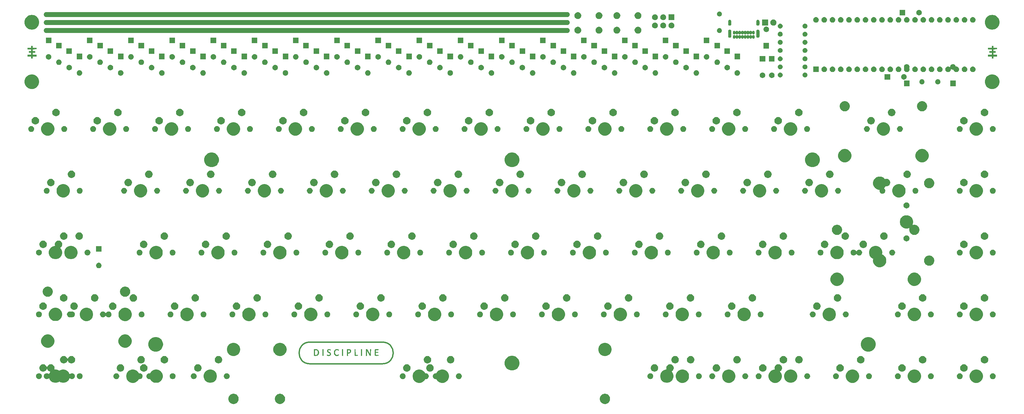
<source format=gbr>
G04 #@! TF.GenerationSoftware,KiCad,Pcbnew,(5.1.4)-1*
G04 #@! TF.CreationDate,2019-10-22T18:14:41+01:00*
G04 #@! TF.ProjectId,discipline-pcb,64697363-6970-46c6-996e-652d7063622e,rev?*
G04 #@! TF.SameCoordinates,Original*
G04 #@! TF.FileFunction,Soldermask,Top*
G04 #@! TF.FilePolarity,Negative*
%FSLAX46Y46*%
G04 Gerber Fmt 4.6, Leading zero omitted, Abs format (unit mm)*
G04 Created by KiCad (PCBNEW (5.1.4)-1) date 2019-10-22 18:14:41*
%MOMM*%
%LPD*%
G04 APERTURE LIST*
%ADD10C,1.500000*%
%ADD11C,0.010000*%
%ADD12C,0.400000*%
%ADD13C,0.100000*%
G04 APERTURE END LIST*
D10*
X230030842Y-54750650D02*
X69659538Y-54750650D01*
X230030842Y-57233920D02*
X69659538Y-57233920D01*
X230030842Y-59717190D02*
X69659538Y-59717190D01*
D11*
G36*
X361063890Y-64987240D02*
G01*
X361633273Y-64989417D01*
X362202656Y-64991593D01*
X362202656Y-65397993D01*
X361063890Y-65402345D01*
X361063890Y-66062626D01*
X361783557Y-66062626D01*
X361783557Y-66494426D01*
X361063890Y-66494426D01*
X361063890Y-67171640D01*
X361633273Y-67173817D01*
X362202656Y-67175993D01*
X362204919Y-67389776D01*
X362207181Y-67603559D01*
X361063890Y-67603559D01*
X361063890Y-68221626D01*
X360623623Y-68221626D01*
X360623623Y-67603559D01*
X359489090Y-67603559D01*
X359489090Y-67171760D01*
X360623623Y-67171760D01*
X360623623Y-66494426D01*
X359912423Y-66494426D01*
X359912423Y-66062626D01*
X360623623Y-66062626D01*
X360623623Y-65402226D01*
X359489090Y-65402226D01*
X359489090Y-64987360D01*
X360623404Y-64987360D01*
X360627856Y-64398926D01*
X360845873Y-64396667D01*
X361063890Y-64394407D01*
X361063890Y-64987240D01*
X361063890Y-64987240D01*
G37*
X361063890Y-64987240D02*
X361633273Y-64989417D01*
X362202656Y-64991593D01*
X362202656Y-65397993D01*
X361063890Y-65402345D01*
X361063890Y-66062626D01*
X361783557Y-66062626D01*
X361783557Y-66494426D01*
X361063890Y-66494426D01*
X361063890Y-67171640D01*
X361633273Y-67173817D01*
X362202656Y-67175993D01*
X362204919Y-67389776D01*
X362207181Y-67603559D01*
X361063890Y-67603559D01*
X361063890Y-68221626D01*
X360623623Y-68221626D01*
X360623623Y-67603559D01*
X359489090Y-67603559D01*
X359489090Y-67171760D01*
X360623623Y-67171760D01*
X360623623Y-66494426D01*
X359912423Y-66494426D01*
X359912423Y-66062626D01*
X360623623Y-66062626D01*
X360623623Y-65402226D01*
X359489090Y-65402226D01*
X359489090Y-64987360D01*
X360623404Y-64987360D01*
X360627856Y-64398926D01*
X360845873Y-64396667D01*
X361063890Y-64394407D01*
X361063890Y-64987240D01*
G36*
X65448259Y-64987240D02*
G01*
X66017642Y-64989417D01*
X66587025Y-64991593D01*
X66587025Y-65397993D01*
X65448259Y-65402345D01*
X65448259Y-66062626D01*
X66167926Y-66062626D01*
X66167926Y-66494426D01*
X65448259Y-66494426D01*
X65448259Y-67171640D01*
X66017642Y-67173817D01*
X66587025Y-67175993D01*
X66589288Y-67389776D01*
X66591550Y-67603559D01*
X65448259Y-67603559D01*
X65448259Y-68221626D01*
X65007992Y-68221626D01*
X65007992Y-67603559D01*
X63873459Y-67603559D01*
X63873459Y-67171760D01*
X65007992Y-67171760D01*
X65007992Y-66494426D01*
X64296792Y-66494426D01*
X64296792Y-66062626D01*
X65007992Y-66062626D01*
X65007992Y-65402226D01*
X63873459Y-65402226D01*
X63873459Y-64987360D01*
X65007773Y-64987360D01*
X65012225Y-64398926D01*
X65230242Y-64396667D01*
X65448259Y-64394407D01*
X65448259Y-64987240D01*
X65448259Y-64987240D01*
G37*
X65448259Y-64987240D02*
X66017642Y-64989417D01*
X66587025Y-64991593D01*
X66587025Y-65397993D01*
X65448259Y-65402345D01*
X65448259Y-66062626D01*
X66167926Y-66062626D01*
X66167926Y-66494426D01*
X65448259Y-66494426D01*
X65448259Y-67171640D01*
X66017642Y-67173817D01*
X66587025Y-67175993D01*
X66589288Y-67389776D01*
X66591550Y-67603559D01*
X65448259Y-67603559D01*
X65448259Y-68221626D01*
X65007992Y-68221626D01*
X65007992Y-67603559D01*
X63873459Y-67603559D01*
X63873459Y-67171760D01*
X65007992Y-67171760D01*
X65007992Y-66494426D01*
X64296792Y-66494426D01*
X64296792Y-66062626D01*
X65007992Y-66062626D01*
X65007992Y-65402226D01*
X63873459Y-65402226D01*
X63873459Y-64987360D01*
X65007773Y-64987360D01*
X65012225Y-64398926D01*
X65230242Y-64396667D01*
X65448259Y-64394407D01*
X65448259Y-64987240D01*
G36*
X156835154Y-157897780D02*
G01*
X156958225Y-157931926D01*
X157050714Y-157976184D01*
X157092940Y-158021021D01*
X157110806Y-158105393D01*
X157104023Y-158179225D01*
X157084294Y-158209575D01*
X157040635Y-158206546D01*
X156963950Y-158178530D01*
X156930476Y-158162531D01*
X156772547Y-158105881D01*
X156623463Y-158095194D01*
X156494131Y-158126604D01*
X156395457Y-158196247D01*
X156338348Y-158300259D01*
X156328566Y-158375799D01*
X156351955Y-158488627D01*
X156425827Y-158587788D01*
X156555738Y-158679089D01*
X156675154Y-158737984D01*
X156902368Y-158853928D01*
X157065686Y-158972400D01*
X157149054Y-159067479D01*
X157191253Y-159175462D01*
X157208959Y-159316397D01*
X157201480Y-159462430D01*
X157168123Y-159585708D01*
X157162258Y-159597824D01*
X157052884Y-159741399D01*
X156899291Y-159846020D01*
X156712278Y-159907895D01*
X156502645Y-159923233D01*
X156312242Y-159896250D01*
X156195653Y-159857725D01*
X156093505Y-159806223D01*
X156029707Y-159753981D01*
X156027073Y-159750282D01*
X156005764Y-159684803D01*
X156006386Y-159608687D01*
X156027990Y-159555989D01*
X156032584Y-159552450D01*
X156077249Y-159555165D01*
X156155647Y-159583565D01*
X156199342Y-159604625D01*
X156373513Y-159671717D01*
X156541162Y-159693686D01*
X156692305Y-159673816D01*
X156816959Y-159615391D01*
X156905141Y-159521694D01*
X156946867Y-159396008D01*
X156948874Y-159358100D01*
X156927387Y-159268890D01*
X156859403Y-159179720D01*
X156739639Y-159085674D01*
X156562812Y-158981836D01*
X156520851Y-158959831D01*
X156336913Y-158856057D01*
X156207810Y-158759087D01*
X156125335Y-158658725D01*
X156081279Y-158544774D01*
X156067433Y-158407039D01*
X156067383Y-158396560D01*
X156093057Y-158209429D01*
X156169712Y-158062966D01*
X156296795Y-157957737D01*
X156473754Y-157894311D01*
X156570012Y-157879507D01*
X156699688Y-157878666D01*
X156835154Y-157897780D01*
X156835154Y-157897780D01*
G37*
X156835154Y-157897780D02*
X156958225Y-157931926D01*
X157050714Y-157976184D01*
X157092940Y-158021021D01*
X157110806Y-158105393D01*
X157104023Y-158179225D01*
X157084294Y-158209575D01*
X157040635Y-158206546D01*
X156963950Y-158178530D01*
X156930476Y-158162531D01*
X156772547Y-158105881D01*
X156623463Y-158095194D01*
X156494131Y-158126604D01*
X156395457Y-158196247D01*
X156338348Y-158300259D01*
X156328566Y-158375799D01*
X156351955Y-158488627D01*
X156425827Y-158587788D01*
X156555738Y-158679089D01*
X156675154Y-158737984D01*
X156902368Y-158853928D01*
X157065686Y-158972400D01*
X157149054Y-159067479D01*
X157191253Y-159175462D01*
X157208959Y-159316397D01*
X157201480Y-159462430D01*
X157168123Y-159585708D01*
X157162258Y-159597824D01*
X157052884Y-159741399D01*
X156899291Y-159846020D01*
X156712278Y-159907895D01*
X156502645Y-159923233D01*
X156312242Y-159896250D01*
X156195653Y-159857725D01*
X156093505Y-159806223D01*
X156029707Y-159753981D01*
X156027073Y-159750282D01*
X156005764Y-159684803D01*
X156006386Y-159608687D01*
X156027990Y-159555989D01*
X156032584Y-159552450D01*
X156077249Y-159555165D01*
X156155647Y-159583565D01*
X156199342Y-159604625D01*
X156373513Y-159671717D01*
X156541162Y-159693686D01*
X156692305Y-159673816D01*
X156816959Y-159615391D01*
X156905141Y-159521694D01*
X156946867Y-159396008D01*
X156948874Y-159358100D01*
X156927387Y-159268890D01*
X156859403Y-159179720D01*
X156739639Y-159085674D01*
X156562812Y-158981836D01*
X156520851Y-158959831D01*
X156336913Y-158856057D01*
X156207810Y-158759087D01*
X156125335Y-158658725D01*
X156081279Y-158544774D01*
X156067433Y-158407039D01*
X156067383Y-158396560D01*
X156093057Y-158209429D01*
X156169712Y-158062966D01*
X156296795Y-157957737D01*
X156473754Y-157894311D01*
X156570012Y-157879507D01*
X156699688Y-157878666D01*
X156835154Y-157897780D01*
G36*
X159184920Y-157883589D02*
G01*
X159397778Y-157937749D01*
X159456496Y-157964508D01*
X159561021Y-158031974D01*
X159613290Y-158108246D01*
X159625995Y-158196979D01*
X159611023Y-158260323D01*
X159563263Y-158274142D01*
X159478455Y-158238661D01*
X159428299Y-158207488D01*
X159290124Y-158138788D01*
X159129475Y-158108433D01*
X159108840Y-158106974D01*
X158919596Y-158119816D01*
X158766117Y-158186177D01*
X158642921Y-158309195D01*
X158583183Y-158407741D01*
X158544599Y-158490045D01*
X158520024Y-158567936D01*
X158506411Y-158659900D01*
X158500715Y-158784423D01*
X158499808Y-158913782D01*
X158501851Y-159077888D01*
X158509607Y-159194326D01*
X158525791Y-159280651D01*
X158553119Y-159354423D01*
X158574582Y-159397324D01*
X158685067Y-159540939D01*
X158831334Y-159637992D01*
X159001139Y-159686157D01*
X159182237Y-159683109D01*
X159362383Y-159626521D01*
X159464352Y-159566307D01*
X159535970Y-159522292D01*
X159587914Y-159502264D01*
X159590225Y-159502149D01*
X159621023Y-159527916D01*
X159626450Y-159590716D01*
X159609555Y-159668796D01*
X159573390Y-159740406D01*
X159553656Y-159762886D01*
X159432981Y-159838884D01*
X159269784Y-159891589D01*
X159083739Y-159917589D01*
X158894516Y-159913477D01*
X158788846Y-159895426D01*
X158601335Y-159818810D01*
X158445405Y-159689520D01*
X158324378Y-159513747D01*
X158241573Y-159297680D01*
X158200312Y-159047508D01*
X158201293Y-158800220D01*
X158242898Y-158547718D01*
X158324011Y-158325698D01*
X158439775Y-158144708D01*
X158552618Y-158037609D01*
X158744479Y-157934963D01*
X158961200Y-157883142D01*
X159184920Y-157883589D01*
X159184920Y-157883589D01*
G37*
X159184920Y-157883589D02*
X159397778Y-157937749D01*
X159456496Y-157964508D01*
X159561021Y-158031974D01*
X159613290Y-158108246D01*
X159625995Y-158196979D01*
X159611023Y-158260323D01*
X159563263Y-158274142D01*
X159478455Y-158238661D01*
X159428299Y-158207488D01*
X159290124Y-158138788D01*
X159129475Y-158108433D01*
X159108840Y-158106974D01*
X158919596Y-158119816D01*
X158766117Y-158186177D01*
X158642921Y-158309195D01*
X158583183Y-158407741D01*
X158544599Y-158490045D01*
X158520024Y-158567936D01*
X158506411Y-158659900D01*
X158500715Y-158784423D01*
X158499808Y-158913782D01*
X158501851Y-159077888D01*
X158509607Y-159194326D01*
X158525791Y-159280651D01*
X158553119Y-159354423D01*
X158574582Y-159397324D01*
X158685067Y-159540939D01*
X158831334Y-159637992D01*
X159001139Y-159686157D01*
X159182237Y-159683109D01*
X159362383Y-159626521D01*
X159464352Y-159566307D01*
X159535970Y-159522292D01*
X159587914Y-159502264D01*
X159590225Y-159502149D01*
X159621023Y-159527916D01*
X159626450Y-159590716D01*
X159609555Y-159668796D01*
X159573390Y-159740406D01*
X159553656Y-159762886D01*
X159432981Y-159838884D01*
X159269784Y-159891589D01*
X159083739Y-159917589D01*
X158894516Y-159913477D01*
X158788846Y-159895426D01*
X158601335Y-159818810D01*
X158445405Y-159689520D01*
X158324378Y-159513747D01*
X158241573Y-159297680D01*
X158200312Y-159047508D01*
X158201293Y-158800220D01*
X158242898Y-158547718D01*
X158324011Y-158325698D01*
X158439775Y-158144708D01*
X158552618Y-158037609D01*
X158744479Y-157934963D01*
X158961200Y-157883142D01*
X159184920Y-157883589D01*
G36*
X152621326Y-157911161D02*
G01*
X152834435Y-157935264D01*
X153011029Y-157984087D01*
X153163961Y-158060087D01*
X153171114Y-158064580D01*
X153322727Y-158198165D01*
X153436579Y-158377780D01*
X153509514Y-158594083D01*
X153538374Y-158837731D01*
X153520265Y-159097732D01*
X153457946Y-159345797D01*
X153356482Y-159544101D01*
X153212534Y-159697489D01*
X153031136Y-159807044D01*
X152939960Y-159835845D01*
X152811893Y-159859870D01*
X152660751Y-159878431D01*
X152500353Y-159890842D01*
X152344516Y-159896415D01*
X152207057Y-159894464D01*
X152101793Y-159884301D01*
X152042543Y-159865240D01*
X152035316Y-159856561D01*
X152031181Y-159813410D01*
X152027993Y-159713610D01*
X152025829Y-159565801D01*
X152024762Y-159378622D01*
X152024869Y-159160716D01*
X152026223Y-158920722D01*
X152026703Y-158865119D01*
X152033432Y-158130940D01*
X152280237Y-158130940D01*
X152280237Y-159665388D01*
X152534501Y-159665388D01*
X152691709Y-159659976D01*
X152809169Y-159640693D01*
X152911761Y-159602971D01*
X152934437Y-159591930D01*
X153072327Y-159494221D01*
X153169397Y-159357567D01*
X153229022Y-159175494D01*
X153252686Y-158981965D01*
X153251505Y-158750547D01*
X153216269Y-158564508D01*
X153143869Y-158411730D01*
X153087406Y-158337859D01*
X152980725Y-158237453D01*
X152861506Y-158173665D01*
X152712803Y-158140248D01*
X152526144Y-158130940D01*
X152280237Y-158130940D01*
X152033432Y-158130940D01*
X152035378Y-157918729D01*
X152358850Y-157909323D01*
X152621326Y-157911161D01*
X152621326Y-157911161D01*
G37*
X152621326Y-157911161D02*
X152834435Y-157935264D01*
X153011029Y-157984087D01*
X153163961Y-158060087D01*
X153171114Y-158064580D01*
X153322727Y-158198165D01*
X153436579Y-158377780D01*
X153509514Y-158594083D01*
X153538374Y-158837731D01*
X153520265Y-159097732D01*
X153457946Y-159345797D01*
X153356482Y-159544101D01*
X153212534Y-159697489D01*
X153031136Y-159807044D01*
X152939960Y-159835845D01*
X152811893Y-159859870D01*
X152660751Y-159878431D01*
X152500353Y-159890842D01*
X152344516Y-159896415D01*
X152207057Y-159894464D01*
X152101793Y-159884301D01*
X152042543Y-159865240D01*
X152035316Y-159856561D01*
X152031181Y-159813410D01*
X152027993Y-159713610D01*
X152025829Y-159565801D01*
X152024762Y-159378622D01*
X152024869Y-159160716D01*
X152026223Y-158920722D01*
X152026703Y-158865119D01*
X152033432Y-158130940D01*
X152280237Y-158130940D01*
X152280237Y-159665388D01*
X152534501Y-159665388D01*
X152691709Y-159659976D01*
X152809169Y-159640693D01*
X152911761Y-159602971D01*
X152934437Y-159591930D01*
X153072327Y-159494221D01*
X153169397Y-159357567D01*
X153229022Y-159175494D01*
X153252686Y-158981965D01*
X153251505Y-158750547D01*
X153216269Y-158564508D01*
X153143869Y-158411730D01*
X153087406Y-158337859D01*
X152980725Y-158237453D01*
X152861506Y-158173665D01*
X152712803Y-158140248D01*
X152526144Y-158130940D01*
X152280237Y-158130940D01*
X152033432Y-158130940D01*
X152035378Y-157918729D01*
X152358850Y-157909323D01*
X152621326Y-157911161D01*
G36*
X154908386Y-159877598D02*
G01*
X154802056Y-159887846D01*
X154716056Y-159882785D01*
X154679113Y-159854800D01*
X154675152Y-159812115D01*
X154672121Y-159712760D01*
X154670091Y-159565354D01*
X154669130Y-159378517D01*
X154669307Y-159160868D01*
X154670693Y-158921028D01*
X154671176Y-158865119D01*
X154679851Y-157918729D01*
X154908386Y-157918729D01*
X154908386Y-159877598D01*
X154908386Y-159877598D01*
G37*
X154908386Y-159877598D02*
X154802056Y-159887846D01*
X154716056Y-159882785D01*
X154679113Y-159854800D01*
X154675152Y-159812115D01*
X154672121Y-159712760D01*
X154670091Y-159565354D01*
X154669130Y-159378517D01*
X154669307Y-159160868D01*
X154670693Y-158921028D01*
X154671176Y-158865119D01*
X154679851Y-157918729D01*
X154908386Y-157918729D01*
X154908386Y-159877598D01*
G36*
X160931908Y-159893922D02*
G01*
X160816616Y-159893922D01*
X160735729Y-159883371D01*
X160688121Y-159857493D01*
X160685511Y-159852715D01*
X160681755Y-159810581D01*
X160678910Y-159711752D01*
X160677039Y-159564824D01*
X160676203Y-159378391D01*
X160676465Y-159161048D01*
X160677886Y-158921391D01*
X160678374Y-158865119D01*
X160687049Y-157918729D01*
X160809478Y-157908597D01*
X160931908Y-157898464D01*
X160931908Y-159893922D01*
X160931908Y-159893922D01*
G37*
X160931908Y-159893922D02*
X160816616Y-159893922D01*
X160735729Y-159883371D01*
X160688121Y-159857493D01*
X160685511Y-159852715D01*
X160681755Y-159810581D01*
X160678910Y-159711752D01*
X160677039Y-159564824D01*
X160676203Y-159378391D01*
X160676465Y-159161048D01*
X160677886Y-158921391D01*
X160678374Y-158865119D01*
X160687049Y-157918729D01*
X160809478Y-157908597D01*
X160931908Y-157898464D01*
X160931908Y-159893922D01*
G36*
X162640184Y-157908341D02*
G01*
X162810327Y-157916645D01*
X162930874Y-157928155D01*
X163017527Y-157945751D01*
X163085985Y-157972314D01*
X163133137Y-157998805D01*
X163259726Y-158098816D01*
X163337737Y-158219075D01*
X163374510Y-158374201D01*
X163379835Y-158490066D01*
X163356125Y-158701607D01*
X163284980Y-158870024D01*
X163165006Y-158996624D01*
X162994806Y-159082710D01*
X162772987Y-159129590D01*
X162688909Y-159136639D01*
X162433707Y-159151412D01*
X162433707Y-159893922D01*
X162324881Y-159893922D01*
X162244211Y-159887949D01*
X162195764Y-159873442D01*
X162194290Y-159872157D01*
X162188708Y-159835128D01*
X162183655Y-159741216D01*
X162179323Y-159598833D01*
X162175902Y-159416390D01*
X162173583Y-159202298D01*
X162172558Y-158964970D01*
X162172525Y-158913044D01*
X162172962Y-158635039D01*
X162174506Y-158415351D01*
X162177508Y-158247009D01*
X162182010Y-158130940D01*
X162433707Y-158130940D01*
X162433707Y-158517273D01*
X162435448Y-158669998D01*
X162440184Y-158798078D01*
X162447187Y-158887837D01*
X162455472Y-158925370D01*
X162507472Y-158942316D01*
X162600909Y-158945923D01*
X162713444Y-158936853D01*
X162822735Y-158915767D01*
X162827905Y-158914355D01*
X162966837Y-158850165D01*
X163058215Y-158745225D01*
X163106038Y-158594273D01*
X163112426Y-158540007D01*
X163118002Y-158433191D01*
X163106160Y-158363664D01*
X163067531Y-158303920D01*
X163012292Y-158245926D01*
X162947913Y-158185586D01*
X162891638Y-158151167D01*
X162821604Y-158135420D01*
X162715950Y-158131096D01*
X162665507Y-158130940D01*
X162433707Y-158130940D01*
X162182010Y-158130940D01*
X162182317Y-158123038D01*
X162189283Y-158036466D01*
X162198757Y-157980320D01*
X162211089Y-157947626D01*
X162221624Y-157934948D01*
X162269752Y-157915880D01*
X162361979Y-157905900D01*
X162506005Y-157904517D01*
X162640184Y-157908341D01*
X162640184Y-157908341D01*
G37*
X162640184Y-157908341D02*
X162810327Y-157916645D01*
X162930874Y-157928155D01*
X163017527Y-157945751D01*
X163085985Y-157972314D01*
X163133137Y-157998805D01*
X163259726Y-158098816D01*
X163337737Y-158219075D01*
X163374510Y-158374201D01*
X163379835Y-158490066D01*
X163356125Y-158701607D01*
X163284980Y-158870024D01*
X163165006Y-158996624D01*
X162994806Y-159082710D01*
X162772987Y-159129590D01*
X162688909Y-159136639D01*
X162433707Y-159151412D01*
X162433707Y-159893922D01*
X162324881Y-159893922D01*
X162244211Y-159887949D01*
X162195764Y-159873442D01*
X162194290Y-159872157D01*
X162188708Y-159835128D01*
X162183655Y-159741216D01*
X162179323Y-159598833D01*
X162175902Y-159416390D01*
X162173583Y-159202298D01*
X162172558Y-158964970D01*
X162172525Y-158913044D01*
X162172962Y-158635039D01*
X162174506Y-158415351D01*
X162177508Y-158247009D01*
X162182010Y-158130940D01*
X162433707Y-158130940D01*
X162433707Y-158517273D01*
X162435448Y-158669998D01*
X162440184Y-158798078D01*
X162447187Y-158887837D01*
X162455472Y-158925370D01*
X162507472Y-158942316D01*
X162600909Y-158945923D01*
X162713444Y-158936853D01*
X162822735Y-158915767D01*
X162827905Y-158914355D01*
X162966837Y-158850165D01*
X163058215Y-158745225D01*
X163106038Y-158594273D01*
X163112426Y-158540007D01*
X163118002Y-158433191D01*
X163106160Y-158363664D01*
X163067531Y-158303920D01*
X163012292Y-158245926D01*
X162947913Y-158185586D01*
X162891638Y-158151167D01*
X162821604Y-158135420D01*
X162715950Y-158131096D01*
X162665507Y-158130940D01*
X162433707Y-158130940D01*
X162182010Y-158130940D01*
X162182317Y-158123038D01*
X162189283Y-158036466D01*
X162198757Y-157980320D01*
X162211089Y-157947626D01*
X162221624Y-157934948D01*
X162269752Y-157915880D01*
X162361979Y-157905900D01*
X162506005Y-157904517D01*
X162640184Y-157908341D01*
G36*
X164645597Y-157908597D02*
G01*
X164768026Y-157918729D01*
X164785412Y-159663259D01*
X165518926Y-159681711D01*
X165518926Y-159877598D01*
X165043648Y-159886597D01*
X164873642Y-159888312D01*
X164727342Y-159886945D01*
X164616934Y-159882829D01*
X164554604Y-159876298D01*
X164545769Y-159872994D01*
X164540084Y-159835835D01*
X164534922Y-159741624D01*
X164530472Y-159598604D01*
X164526919Y-159415017D01*
X164524450Y-159199108D01*
X164523252Y-158959118D01*
X164523167Y-158874428D01*
X164523167Y-157898464D01*
X164645597Y-157908597D01*
X164645597Y-157908597D01*
G37*
X164645597Y-157908597D02*
X164768026Y-157918729D01*
X164785412Y-159663259D01*
X165518926Y-159681711D01*
X165518926Y-159877598D01*
X165043648Y-159886597D01*
X164873642Y-159888312D01*
X164727342Y-159886945D01*
X164616934Y-159882829D01*
X164554604Y-159876298D01*
X164545769Y-159872994D01*
X164540084Y-159835835D01*
X164534922Y-159741624D01*
X164530472Y-159598604D01*
X164526919Y-159415017D01*
X164524450Y-159199108D01*
X164523252Y-158959118D01*
X164523167Y-158874428D01*
X164523167Y-157898464D01*
X164645597Y-157908597D01*
G36*
X166669761Y-157908597D02*
G01*
X166792190Y-157918729D01*
X166792190Y-159877598D01*
X166547332Y-159897864D01*
X166547332Y-157898464D01*
X166669761Y-157908597D01*
X166669761Y-157908597D01*
G37*
X166669761Y-157908597D02*
X166792190Y-157918729D01*
X166792190Y-159877598D01*
X166547332Y-159897864D01*
X166547332Y-157898464D01*
X166669761Y-157908597D01*
G36*
X169510603Y-158887898D02*
G01*
X169501959Y-159877598D01*
X169387692Y-159887213D01*
X169294135Y-159882196D01*
X169222011Y-159856968D01*
X169218693Y-159854566D01*
X169189031Y-159815762D01*
X169132731Y-159727413D01*
X169054394Y-159597308D01*
X168958626Y-159433238D01*
X168850029Y-159242992D01*
X168733208Y-159034362D01*
X168721390Y-159013039D01*
X168278819Y-158213776D01*
X168270080Y-159045687D01*
X168261342Y-159877598D01*
X168154755Y-159887865D01*
X168048168Y-159898131D01*
X168056811Y-158908430D01*
X168065455Y-157918729D01*
X168216873Y-157908928D01*
X168317663Y-157908369D01*
X168380040Y-157928909D01*
X168429084Y-157978202D01*
X168461233Y-158028191D01*
X168519369Y-158126778D01*
X168598460Y-158265100D01*
X168693478Y-158434296D01*
X168799393Y-158625502D01*
X168881651Y-158775629D01*
X169273424Y-159493981D01*
X169306072Y-157918729D01*
X169412659Y-157908463D01*
X169519247Y-157898197D01*
X169510603Y-158887898D01*
X169510603Y-158887898D01*
G37*
X169510603Y-158887898D02*
X169501959Y-159877598D01*
X169387692Y-159887213D01*
X169294135Y-159882196D01*
X169222011Y-159856968D01*
X169218693Y-159854566D01*
X169189031Y-159815762D01*
X169132731Y-159727413D01*
X169054394Y-159597308D01*
X168958626Y-159433238D01*
X168850029Y-159242992D01*
X168733208Y-159034362D01*
X168721390Y-159013039D01*
X168278819Y-158213776D01*
X168270080Y-159045687D01*
X168261342Y-159877598D01*
X168154755Y-159887865D01*
X168048168Y-159898131D01*
X168056811Y-158908430D01*
X168065455Y-157918729D01*
X168216873Y-157908928D01*
X168317663Y-157908369D01*
X168380040Y-157928909D01*
X168429084Y-157978202D01*
X168461233Y-158028191D01*
X168519369Y-158126778D01*
X168598460Y-158265100D01*
X168693478Y-158434296D01*
X168799393Y-158625502D01*
X168881651Y-158775629D01*
X169273424Y-159493981D01*
X169306072Y-157918729D01*
X169412659Y-157908463D01*
X169519247Y-157898197D01*
X169510603Y-158887898D01*
G36*
X171525606Y-157902998D02*
G01*
X171661305Y-157905555D01*
X171751613Y-157911244D01*
X171806479Y-157921237D01*
X171835853Y-157936700D01*
X171849685Y-157958804D01*
X171851142Y-157963102D01*
X171857555Y-158042149D01*
X171849849Y-158077369D01*
X171832544Y-158100096D01*
X171794076Y-158115465D01*
X171723696Y-158124827D01*
X171610656Y-158129532D01*
X171444208Y-158130930D01*
X171423462Y-158130940D01*
X171017632Y-158130940D01*
X171027019Y-158432933D01*
X171036406Y-158734925D01*
X171387370Y-158744191D01*
X171738334Y-158753458D01*
X171738334Y-158947136D01*
X171020082Y-158947136D01*
X171020082Y-159663437D01*
X171852602Y-159681711D01*
X171852602Y-159877598D01*
X171345720Y-159886552D01*
X171130265Y-159888577D01*
X170973635Y-159885689D01*
X170869519Y-159877530D01*
X170811606Y-159863741D01*
X170798869Y-159855537D01*
X170786502Y-159811212D01*
X170776229Y-159711935D01*
X170768056Y-159568014D01*
X170761986Y-159389754D01*
X170758024Y-159187464D01*
X170756173Y-158971448D01*
X170756439Y-158752016D01*
X170758825Y-158539472D01*
X170763336Y-158344125D01*
X170769976Y-158176281D01*
X170778748Y-158046246D01*
X170789659Y-157964329D01*
X170798077Y-157941583D01*
X170844332Y-157924195D01*
X170945226Y-157912039D01*
X171104216Y-157904861D01*
X171324758Y-157902409D01*
X171334566Y-157902406D01*
X171525606Y-157902998D01*
X171525606Y-157902998D01*
G37*
X171525606Y-157902998D02*
X171661305Y-157905555D01*
X171751613Y-157911244D01*
X171806479Y-157921237D01*
X171835853Y-157936700D01*
X171849685Y-157958804D01*
X171851142Y-157963102D01*
X171857555Y-158042149D01*
X171849849Y-158077369D01*
X171832544Y-158100096D01*
X171794076Y-158115465D01*
X171723696Y-158124827D01*
X171610656Y-158129532D01*
X171444208Y-158130930D01*
X171423462Y-158130940D01*
X171017632Y-158130940D01*
X171027019Y-158432933D01*
X171036406Y-158734925D01*
X171387370Y-158744191D01*
X171738334Y-158753458D01*
X171738334Y-158947136D01*
X171020082Y-158947136D01*
X171020082Y-159663437D01*
X171852602Y-159681711D01*
X171852602Y-159877598D01*
X171345720Y-159886552D01*
X171130265Y-159888577D01*
X170973635Y-159885689D01*
X170869519Y-159877530D01*
X170811606Y-159863741D01*
X170798869Y-159855537D01*
X170786502Y-159811212D01*
X170776229Y-159711935D01*
X170768056Y-159568014D01*
X170761986Y-159389754D01*
X170758024Y-159187464D01*
X170756173Y-158971448D01*
X170756439Y-158752016D01*
X170758825Y-158539472D01*
X170763336Y-158344125D01*
X170769976Y-158176281D01*
X170778748Y-158046246D01*
X170789659Y-157964329D01*
X170798077Y-157941583D01*
X170844332Y-157924195D01*
X170945226Y-157912039D01*
X171104216Y-157904861D01*
X171324758Y-157902409D01*
X171334566Y-157902406D01*
X171525606Y-157902998D01*
D12*
X150803990Y-162401840D02*
G75*
G02X150803990Y-155721840I0J3340000D01*
G01*
X173103990Y-155721840D02*
G75*
G02X173103990Y-162401840I0J-3340000D01*
G01*
X150833990Y-155721840D02*
X173113990Y-155721840D01*
X150813990Y-162401840D02*
X173113990Y-162401840D01*
D13*
G36*
X242053518Y-171699796D02*
G01*
X242172244Y-171748974D01*
X242340148Y-171818522D01*
X242340149Y-171818523D01*
X242598111Y-171990887D01*
X242817490Y-172210266D01*
X242932660Y-172382631D01*
X242989855Y-172468229D01*
X243108581Y-172754860D01*
X243169107Y-173059145D01*
X243169107Y-173369395D01*
X243108581Y-173673680D01*
X242989855Y-173960311D01*
X242989854Y-173960312D01*
X242817490Y-174218274D01*
X242598111Y-174437653D01*
X242425746Y-174552823D01*
X242340148Y-174610018D01*
X242172244Y-174679566D01*
X242053518Y-174728744D01*
X241749232Y-174789270D01*
X241432632Y-174789270D01*
X241280490Y-174759007D01*
X241128346Y-174728744D01*
X241009620Y-174679566D01*
X240841716Y-174610018D01*
X240756118Y-174552823D01*
X240583753Y-174437653D01*
X240364374Y-174218274D01*
X240192010Y-173960312D01*
X240192009Y-173960311D01*
X240073283Y-173673680D01*
X240012757Y-173369395D01*
X240012757Y-173059145D01*
X240073283Y-172754860D01*
X240192009Y-172468229D01*
X240249204Y-172382631D01*
X240364374Y-172210266D01*
X240583753Y-171990887D01*
X240841715Y-171818523D01*
X240841716Y-171818522D01*
X241009620Y-171748974D01*
X241128346Y-171699796D01*
X241432632Y-171639270D01*
X241749232Y-171639270D01*
X242053518Y-171699796D01*
X242053518Y-171699796D01*
G37*
G36*
X142047368Y-171699796D02*
G01*
X142166094Y-171748974D01*
X142333998Y-171818522D01*
X142333999Y-171818523D01*
X142591961Y-171990887D01*
X142811340Y-172210266D01*
X142926510Y-172382631D01*
X142983705Y-172468229D01*
X143102431Y-172754860D01*
X143162957Y-173059145D01*
X143162957Y-173369395D01*
X143102431Y-173673680D01*
X142983705Y-173960311D01*
X142983704Y-173960312D01*
X142811340Y-174218274D01*
X142591961Y-174437653D01*
X142419596Y-174552823D01*
X142333998Y-174610018D01*
X142166094Y-174679566D01*
X142047368Y-174728744D01*
X141895224Y-174759007D01*
X141743082Y-174789270D01*
X141432832Y-174789270D01*
X141280690Y-174759007D01*
X141128546Y-174728744D01*
X141009820Y-174679566D01*
X140841916Y-174610018D01*
X140756318Y-174552823D01*
X140583953Y-174437653D01*
X140364574Y-174218274D01*
X140192210Y-173960312D01*
X140192209Y-173960311D01*
X140073483Y-173673680D01*
X140012957Y-173369395D01*
X140012957Y-173059145D01*
X140073483Y-172754860D01*
X140192209Y-172468229D01*
X140249404Y-172382631D01*
X140364574Y-172210266D01*
X140583953Y-171990887D01*
X140841915Y-171818523D01*
X140841916Y-171818522D01*
X141009820Y-171748974D01*
X141128546Y-171699796D01*
X141432832Y-171639270D01*
X141743082Y-171639270D01*
X142047368Y-171699796D01*
X142047368Y-171699796D01*
G37*
G36*
X127753518Y-171699796D02*
G01*
X127872244Y-171748974D01*
X128040148Y-171818522D01*
X128040149Y-171818523D01*
X128298111Y-171990887D01*
X128517490Y-172210266D01*
X128632660Y-172382631D01*
X128689855Y-172468229D01*
X128808581Y-172754860D01*
X128869107Y-173059145D01*
X128869107Y-173369395D01*
X128808581Y-173673680D01*
X128689855Y-173960311D01*
X128689854Y-173960312D01*
X128517490Y-174218274D01*
X128298111Y-174437653D01*
X128125746Y-174552823D01*
X128040148Y-174610018D01*
X127872244Y-174679566D01*
X127753518Y-174728744D01*
X127601374Y-174759007D01*
X127449232Y-174789270D01*
X127138982Y-174789270D01*
X126986840Y-174759007D01*
X126834696Y-174728744D01*
X126715970Y-174679566D01*
X126548066Y-174610018D01*
X126462468Y-174552823D01*
X126290103Y-174437653D01*
X126070724Y-174218274D01*
X125898360Y-173960312D01*
X125898359Y-173960311D01*
X125779633Y-173673680D01*
X125719107Y-173369395D01*
X125719107Y-173059145D01*
X125779633Y-172754860D01*
X125898359Y-172468229D01*
X125955554Y-172382631D01*
X126070724Y-172210266D01*
X126290103Y-171990887D01*
X126548065Y-171818523D01*
X126548066Y-171818522D01*
X126715970Y-171748974D01*
X126834696Y-171699796D01*
X127138982Y-171639270D01*
X127449232Y-171639270D01*
X127753518Y-171699796D01*
X127753518Y-171699796D01*
G37*
G36*
X185042361Y-164257088D02*
G01*
X185415618Y-164411696D01*
X185415620Y-164411697D01*
X185751543Y-164636154D01*
X186037223Y-164921834D01*
X186256488Y-165249986D01*
X186267623Y-165266652D01*
X186283168Y-165285594D01*
X186302110Y-165301139D01*
X186323721Y-165312690D01*
X186347170Y-165319803D01*
X186371556Y-165322205D01*
X186390090Y-165320380D01*
X186570526Y-165320380D01*
X186592505Y-165324752D01*
X186744596Y-165355004D01*
X186908568Y-165422924D01*
X187056138Y-165521527D01*
X187181637Y-165647026D01*
X187280240Y-165794596D01*
X187348160Y-165958568D01*
X187377857Y-166107868D01*
X187382784Y-166132638D01*
X187382784Y-166310122D01*
X187377857Y-166334892D01*
X187348160Y-166484192D01*
X187280240Y-166648164D01*
X187181637Y-166795734D01*
X187056138Y-166921233D01*
X186908568Y-167019836D01*
X186744596Y-167087756D01*
X186595296Y-167117453D01*
X186570526Y-167122380D01*
X186383599Y-167122380D01*
X186377896Y-167121819D01*
X186353510Y-167124224D01*
X186330062Y-167131339D01*
X186308453Y-167142893D01*
X186289512Y-167158440D01*
X186273969Y-167177384D01*
X186262426Y-167198982D01*
X186261680Y-167200783D01*
X186037223Y-167536706D01*
X185751543Y-167822386D01*
X185415620Y-168046843D01*
X185415619Y-168046844D01*
X185415618Y-168046844D01*
X185042361Y-168201452D01*
X184646114Y-168280270D01*
X184242100Y-168280270D01*
X183845853Y-168201452D01*
X183472596Y-168046844D01*
X183472595Y-168046844D01*
X183472594Y-168046843D01*
X183136671Y-167822386D01*
X182850991Y-167536706D01*
X182626534Y-167200783D01*
X182621638Y-167188963D01*
X182471925Y-166827524D01*
X182393107Y-166431277D01*
X182393107Y-166027263D01*
X182471925Y-165631016D01*
X182626533Y-165257759D01*
X182631727Y-165249986D01*
X182850991Y-164921834D01*
X183136671Y-164636154D01*
X183472594Y-164411697D01*
X183472596Y-164411696D01*
X183845853Y-164257088D01*
X184242100Y-164178270D01*
X184646114Y-164178270D01*
X185042361Y-164257088D01*
X185042361Y-164257088D01*
G37*
G36*
X337416038Y-164249198D02*
G01*
X337779807Y-164399876D01*
X337789297Y-164403807D01*
X338125220Y-164628264D01*
X338410900Y-164913944D01*
X338632732Y-165245938D01*
X338635358Y-165249869D01*
X338789966Y-165623126D01*
X338868784Y-166019373D01*
X338868784Y-166423387D01*
X338789966Y-166819634D01*
X338638417Y-167185506D01*
X338635357Y-167192893D01*
X338410900Y-167528816D01*
X338125220Y-167814496D01*
X337789297Y-168038953D01*
X337789296Y-168038954D01*
X337789295Y-168038954D01*
X337416038Y-168193562D01*
X337019791Y-168272380D01*
X336615777Y-168272380D01*
X336219530Y-168193562D01*
X335846273Y-168038954D01*
X335846272Y-168038954D01*
X335846271Y-168038953D01*
X335510348Y-167814496D01*
X335224668Y-167528816D01*
X335000211Y-167192893D01*
X334997151Y-167185506D01*
X334845602Y-166819634D01*
X334766784Y-166423387D01*
X334766784Y-166019373D01*
X334845602Y-165623126D01*
X335000210Y-165249869D01*
X335002837Y-165245938D01*
X335224668Y-164913944D01*
X335510348Y-164628264D01*
X335846271Y-164403807D01*
X335855761Y-164399876D01*
X336219530Y-164249198D01*
X336615777Y-164170380D01*
X337019791Y-164170380D01*
X337416038Y-164249198D01*
X337416038Y-164249198D01*
G37*
G36*
X356466038Y-164249198D02*
G01*
X356829807Y-164399876D01*
X356839297Y-164403807D01*
X357175220Y-164628264D01*
X357460900Y-164913944D01*
X357682732Y-165245938D01*
X357685358Y-165249869D01*
X357839966Y-165623126D01*
X357918784Y-166019373D01*
X357918784Y-166423387D01*
X357839966Y-166819634D01*
X357688417Y-167185506D01*
X357685357Y-167192893D01*
X357460900Y-167528816D01*
X357175220Y-167814496D01*
X356839297Y-168038953D01*
X356839296Y-168038954D01*
X356839295Y-168038954D01*
X356466038Y-168193562D01*
X356069791Y-168272380D01*
X355665777Y-168272380D01*
X355269530Y-168193562D01*
X354896273Y-168038954D01*
X354896272Y-168038954D01*
X354896271Y-168038953D01*
X354560348Y-167814496D01*
X354274668Y-167528816D01*
X354050211Y-167192893D01*
X354047151Y-167185506D01*
X353895602Y-166819634D01*
X353816784Y-166423387D01*
X353816784Y-166019373D01*
X353895602Y-165623126D01*
X354050210Y-165249869D01*
X354052837Y-165245938D01*
X354274668Y-164913944D01*
X354560348Y-164628264D01*
X354896271Y-164403807D01*
X354905761Y-164399876D01*
X355269530Y-164249198D01*
X355665777Y-164170380D01*
X356069791Y-164170380D01*
X356466038Y-164249198D01*
X356466038Y-164249198D01*
G37*
G36*
X318366038Y-164249198D02*
G01*
X318729807Y-164399876D01*
X318739297Y-164403807D01*
X319075220Y-164628264D01*
X319360900Y-164913944D01*
X319582732Y-165245938D01*
X319585358Y-165249869D01*
X319739966Y-165623126D01*
X319818784Y-166019373D01*
X319818784Y-166423387D01*
X319739966Y-166819634D01*
X319588417Y-167185506D01*
X319585357Y-167192893D01*
X319360900Y-167528816D01*
X319075220Y-167814496D01*
X318739297Y-168038953D01*
X318739296Y-168038954D01*
X318739295Y-168038954D01*
X318366038Y-168193562D01*
X317969791Y-168272380D01*
X317565777Y-168272380D01*
X317169530Y-168193562D01*
X316796273Y-168038954D01*
X316796272Y-168038954D01*
X316796271Y-168038953D01*
X316460348Y-167814496D01*
X316174668Y-167528816D01*
X315950211Y-167192893D01*
X315947151Y-167185506D01*
X315795602Y-166819634D01*
X315716784Y-166423387D01*
X315716784Y-166019373D01*
X315795602Y-165623126D01*
X315950210Y-165249869D01*
X315952837Y-165245938D01*
X316174668Y-164913944D01*
X316460348Y-164628264D01*
X316796271Y-164403807D01*
X316805761Y-164399876D01*
X317169530Y-164249198D01*
X317565777Y-164170380D01*
X317969791Y-164170380D01*
X318366038Y-164249198D01*
X318366038Y-164249198D01*
G37*
G36*
X192160038Y-164249198D02*
G01*
X192523807Y-164399876D01*
X192533297Y-164403807D01*
X192869220Y-164628264D01*
X193154900Y-164913944D01*
X193376732Y-165245938D01*
X193379358Y-165249869D01*
X193533966Y-165623126D01*
X193612784Y-166019373D01*
X193612784Y-166423387D01*
X193533966Y-166819634D01*
X193382417Y-167185506D01*
X193379357Y-167192893D01*
X193154900Y-167528816D01*
X192869220Y-167814496D01*
X192533297Y-168038953D01*
X192533296Y-168038954D01*
X192533295Y-168038954D01*
X192160038Y-168193562D01*
X191763791Y-168272380D01*
X191359777Y-168272380D01*
X190963530Y-168193562D01*
X190590273Y-168038954D01*
X190590272Y-168038954D01*
X190590271Y-168038953D01*
X190254348Y-167814496D01*
X189968668Y-167528816D01*
X189744211Y-167192893D01*
X189744210Y-167192891D01*
X189738268Y-167183998D01*
X189722723Y-167165056D01*
X189703781Y-167149511D01*
X189682170Y-167137960D01*
X189658721Y-167130847D01*
X189634335Y-167128445D01*
X189615801Y-167130270D01*
X189435365Y-167130270D01*
X189404970Y-167124224D01*
X189261295Y-167095646D01*
X189097323Y-167027726D01*
X188949753Y-166929123D01*
X188824254Y-166803624D01*
X188725651Y-166656054D01*
X188657731Y-166492082D01*
X188623107Y-166318011D01*
X188623107Y-166140529D01*
X188624677Y-166132638D01*
X188628034Y-166115758D01*
X188657731Y-165966458D01*
X188725651Y-165802486D01*
X188824254Y-165654916D01*
X188949753Y-165529417D01*
X189097323Y-165430814D01*
X189261295Y-165362894D01*
X189424220Y-165330487D01*
X189435365Y-165328270D01*
X189622292Y-165328270D01*
X189627995Y-165328831D01*
X189652381Y-165326426D01*
X189675829Y-165319311D01*
X189697438Y-165307757D01*
X189716379Y-165292210D01*
X189731922Y-165273266D01*
X189743465Y-165251668D01*
X189744162Y-165249986D01*
X189744211Y-165249867D01*
X189968668Y-164913944D01*
X190254348Y-164628264D01*
X190590271Y-164403807D01*
X190599761Y-164399876D01*
X190963530Y-164249198D01*
X191359777Y-164170380D01*
X191763791Y-164170380D01*
X192160038Y-164249198D01*
X192160038Y-164249198D01*
G37*
G36*
X280300994Y-164249198D02*
G01*
X280664763Y-164399876D01*
X280674253Y-164403807D01*
X281010176Y-164628264D01*
X281295856Y-164913944D01*
X281517688Y-165245938D01*
X281520314Y-165249869D01*
X281674922Y-165623126D01*
X281753740Y-166019373D01*
X281753740Y-166423387D01*
X281674922Y-166819634D01*
X281523373Y-167185506D01*
X281520313Y-167192893D01*
X281295856Y-167528816D01*
X281010176Y-167814496D01*
X280674253Y-168038953D01*
X280674252Y-168038954D01*
X280674251Y-168038954D01*
X280300994Y-168193562D01*
X279904747Y-168272380D01*
X279500733Y-168272380D01*
X279104486Y-168193562D01*
X278731229Y-168038954D01*
X278731228Y-168038954D01*
X278731227Y-168038953D01*
X278395304Y-167814496D01*
X278109624Y-167528816D01*
X277885167Y-167192893D01*
X277882107Y-167185506D01*
X277730558Y-166819634D01*
X277651740Y-166423387D01*
X277651740Y-166019373D01*
X277730558Y-165623126D01*
X277885166Y-165249869D01*
X277887793Y-165245938D01*
X278109624Y-164913944D01*
X278395304Y-164628264D01*
X278731227Y-164403807D01*
X278740717Y-164399876D01*
X279104486Y-164249198D01*
X279500733Y-164170380D01*
X279904747Y-164170380D01*
X280300994Y-164249198D01*
X280300994Y-164249198D01*
G37*
G36*
X266018724Y-164249198D02*
G01*
X266382493Y-164399876D01*
X266391983Y-164403807D01*
X266727906Y-164628264D01*
X267013586Y-164913944D01*
X267235418Y-165245938D01*
X267238044Y-165249869D01*
X267392652Y-165623126D01*
X267471470Y-166019373D01*
X267471470Y-166423387D01*
X267392652Y-166819634D01*
X267241103Y-167185506D01*
X267238043Y-167192893D01*
X267013586Y-167528816D01*
X266727906Y-167814496D01*
X266391983Y-168038953D01*
X266391982Y-168038954D01*
X266391981Y-168038954D01*
X266018724Y-168193562D01*
X265622477Y-168272380D01*
X265218463Y-168272380D01*
X264822216Y-168193562D01*
X264448959Y-168038954D01*
X264448958Y-168038954D01*
X264448957Y-168038953D01*
X264113034Y-167814496D01*
X263827354Y-167528816D01*
X263602897Y-167192893D01*
X263599837Y-167185506D01*
X263448288Y-166819634D01*
X263369470Y-166423387D01*
X263369470Y-166019373D01*
X263448288Y-165623126D01*
X263602896Y-165249869D01*
X263605523Y-165245938D01*
X263827354Y-164913944D01*
X264113034Y-164628264D01*
X264448957Y-164403807D01*
X264458447Y-164399876D01*
X264822216Y-164249198D01*
X265218463Y-164170380D01*
X265622477Y-164170380D01*
X266018724Y-164249198D01*
X266018724Y-164249198D01*
G37*
G36*
X96909838Y-164249198D02*
G01*
X97273607Y-164399876D01*
X97283097Y-164403807D01*
X97619020Y-164628264D01*
X97904700Y-164913944D01*
X98129157Y-165249867D01*
X98129206Y-165249986D01*
X98140756Y-165271597D01*
X98156300Y-165290540D01*
X98175241Y-165306086D01*
X98196852Y-165317638D01*
X98220300Y-165324752D01*
X98244686Y-165327155D01*
X98269073Y-165324754D01*
X98310824Y-165316449D01*
X98488307Y-165316449D01*
X98494284Y-165317638D01*
X98662377Y-165351073D01*
X98826349Y-165418993D01*
X98973919Y-165517596D01*
X99099418Y-165643095D01*
X99198021Y-165790665D01*
X99265941Y-165954637D01*
X99300565Y-166128708D01*
X99300565Y-166306190D01*
X99265941Y-166480261D01*
X99198021Y-166644233D01*
X99099418Y-166791803D01*
X98973919Y-166917302D01*
X98826349Y-167015905D01*
X98662377Y-167083825D01*
X98522367Y-167111674D01*
X98488307Y-167118449D01*
X98310823Y-167118449D01*
X98272087Y-167110744D01*
X98247701Y-167108342D01*
X98223315Y-167110744D01*
X98199866Y-167117857D01*
X98178255Y-167129408D01*
X98159313Y-167144954D01*
X98143768Y-167163896D01*
X98132217Y-167185506D01*
X98129158Y-167192892D01*
X98123886Y-167200782D01*
X97904700Y-167528816D01*
X97619020Y-167814496D01*
X97283097Y-168038953D01*
X97283096Y-168038954D01*
X97283095Y-168038954D01*
X96909838Y-168193562D01*
X96513591Y-168272380D01*
X96109577Y-168272380D01*
X95713330Y-168193562D01*
X95340073Y-168038954D01*
X95340072Y-168038954D01*
X95340071Y-168038953D01*
X95004148Y-167814496D01*
X94718468Y-167528816D01*
X94494011Y-167192893D01*
X94490951Y-167185506D01*
X94339402Y-166819634D01*
X94260584Y-166423387D01*
X94260584Y-166019373D01*
X94339402Y-165623126D01*
X94494010Y-165249869D01*
X94496637Y-165245938D01*
X94718468Y-164913944D01*
X95004148Y-164628264D01*
X95340071Y-164403807D01*
X95349561Y-164399876D01*
X95713330Y-164249198D01*
X96109577Y-164170380D01*
X96513591Y-164170380D01*
X96909838Y-164249198D01*
X96909838Y-164249198D01*
G37*
G36*
X295152019Y-162538270D02*
G01*
X295283796Y-162564482D01*
X295493265Y-162651247D01*
X295681782Y-162777210D01*
X295842102Y-162937530D01*
X295968065Y-163126047D01*
X296054830Y-163335516D01*
X296076946Y-163446701D01*
X296099062Y-163557885D01*
X296099062Y-163784615D01*
X296076946Y-163895799D01*
X296054830Y-164006984D01*
X295968065Y-164216453D01*
X295842102Y-164404970D01*
X295681782Y-164565290D01*
X295532279Y-164665185D01*
X295513339Y-164680728D01*
X295497793Y-164699670D01*
X295486242Y-164721281D01*
X295479129Y-164744730D01*
X295476727Y-164769116D01*
X295479129Y-164793502D01*
X295486242Y-164816951D01*
X295497793Y-164838561D01*
X295513338Y-164857504D01*
X295569778Y-164913944D01*
X295791610Y-165245938D01*
X295794236Y-165249869D01*
X295948844Y-165623126D01*
X296027662Y-166019373D01*
X296027662Y-166423387D01*
X295948844Y-166819634D01*
X295797295Y-167185506D01*
X295794235Y-167192893D01*
X295569778Y-167528816D01*
X295284098Y-167814496D01*
X294948175Y-168038953D01*
X294948174Y-168038954D01*
X294948173Y-168038954D01*
X294574916Y-168193562D01*
X294178669Y-168272380D01*
X293774655Y-168272380D01*
X293378408Y-168193562D01*
X293005151Y-168038954D01*
X293005150Y-168038954D01*
X293005149Y-168038953D01*
X292669226Y-167814496D01*
X292383546Y-167528816D01*
X292159089Y-167192893D01*
X292156029Y-167185506D01*
X292004480Y-166819634D01*
X291925662Y-166423387D01*
X291925662Y-166019373D01*
X292004480Y-165623126D01*
X292159088Y-165249869D01*
X292161715Y-165245938D01*
X292383546Y-164913944D01*
X292669226Y-164628264D01*
X293005149Y-164403807D01*
X293014639Y-164399876D01*
X293378408Y-164249198D01*
X293749366Y-164175410D01*
X293772815Y-164168297D01*
X293794426Y-164156746D01*
X293813368Y-164141201D01*
X293828913Y-164122259D01*
X293840464Y-164100648D01*
X293847577Y-164077199D01*
X293849979Y-164052813D01*
X293847577Y-164028427D01*
X293841718Y-164009113D01*
X293841295Y-164006986D01*
X293841294Y-164006984D01*
X293809470Y-163846996D01*
X293797062Y-163784615D01*
X293797062Y-163557885D01*
X293819178Y-163446701D01*
X293841294Y-163335516D01*
X293928059Y-163126047D01*
X294054022Y-162937530D01*
X294214342Y-162777210D01*
X294402859Y-162651247D01*
X294612328Y-162564482D01*
X294744105Y-162538270D01*
X294834697Y-162520250D01*
X295061427Y-162520250D01*
X295152019Y-162538270D01*
X295152019Y-162538270D01*
G37*
G36*
X104077819Y-164245267D02*
G01*
X104451076Y-164399875D01*
X104451078Y-164399876D01*
X104713798Y-164575420D01*
X104787001Y-164624333D01*
X105072681Y-164910013D01*
X105297139Y-165245938D01*
X105451747Y-165619195D01*
X105530565Y-166015442D01*
X105530565Y-166419456D01*
X105451747Y-166815703D01*
X105315367Y-167144954D01*
X105297138Y-167188962D01*
X105072681Y-167524885D01*
X104787001Y-167810565D01*
X104451078Y-168035022D01*
X104451077Y-168035023D01*
X104451076Y-168035023D01*
X104077819Y-168189631D01*
X103681572Y-168268449D01*
X103277558Y-168268449D01*
X102881311Y-168189631D01*
X102508054Y-168035023D01*
X102508053Y-168035023D01*
X102508052Y-168035022D01*
X102172129Y-167810565D01*
X101886449Y-167524885D01*
X101661992Y-167188962D01*
X101661942Y-167188841D01*
X101650393Y-167167232D01*
X101634849Y-167148289D01*
X101615908Y-167132743D01*
X101594297Y-167121191D01*
X101570849Y-167114077D01*
X101546463Y-167111674D01*
X101522076Y-167114075D01*
X101480325Y-167122380D01*
X101302842Y-167122380D01*
X101278072Y-167117453D01*
X101128772Y-167087756D01*
X100964800Y-167019836D01*
X100817230Y-166921233D01*
X100691731Y-166795734D01*
X100593128Y-166648164D01*
X100525208Y-166484192D01*
X100495511Y-166334892D01*
X100490584Y-166310122D01*
X100490584Y-166132638D01*
X100495511Y-166107868D01*
X100525208Y-165958568D01*
X100593128Y-165794596D01*
X100691731Y-165647026D01*
X100817230Y-165521527D01*
X100964800Y-165422924D01*
X101128772Y-165355004D01*
X101280863Y-165324752D01*
X101302842Y-165320380D01*
X101480326Y-165320380D01*
X101519062Y-165328085D01*
X101543448Y-165330487D01*
X101567834Y-165328085D01*
X101591283Y-165320972D01*
X101612894Y-165309421D01*
X101631836Y-165293875D01*
X101647381Y-165274933D01*
X101658932Y-165253323D01*
X101661991Y-165245937D01*
X101886449Y-164910013D01*
X102172129Y-164624333D01*
X102245332Y-164575420D01*
X102508052Y-164399876D01*
X102508054Y-164399875D01*
X102881311Y-164245267D01*
X103277558Y-164166449D01*
X103681572Y-164166449D01*
X104077819Y-164245267D01*
X104077819Y-164245267D01*
G37*
G36*
X120722238Y-164239068D02*
G01*
X121095495Y-164393676D01*
X121095497Y-164393677D01*
X121361611Y-164571489D01*
X121431420Y-164618134D01*
X121717100Y-164903814D01*
X121941558Y-165239739D01*
X122096166Y-165612996D01*
X122174984Y-166009243D01*
X122174984Y-166413257D01*
X122096166Y-166809504D01*
X121947990Y-167167232D01*
X121941557Y-167182763D01*
X121717100Y-167518686D01*
X121431420Y-167804366D01*
X121095497Y-168028823D01*
X121095496Y-168028824D01*
X121095495Y-168028824D01*
X120722238Y-168183432D01*
X120325991Y-168262250D01*
X119921977Y-168262250D01*
X119525730Y-168183432D01*
X119152473Y-168028824D01*
X119152472Y-168028824D01*
X119152471Y-168028823D01*
X118816548Y-167804366D01*
X118530868Y-167518686D01*
X118306411Y-167182763D01*
X118299978Y-167167232D01*
X118151802Y-166809504D01*
X118072984Y-166413257D01*
X118072984Y-166009243D01*
X118151802Y-165612996D01*
X118306410Y-165239739D01*
X118530868Y-164903814D01*
X118816548Y-164618134D01*
X118886357Y-164571489D01*
X119152471Y-164393677D01*
X119152473Y-164393676D01*
X119525730Y-164239068D01*
X119921977Y-164160250D01*
X120325991Y-164160250D01*
X120722238Y-164239068D01*
X120722238Y-164239068D01*
G37*
G36*
X299356316Y-164239068D02*
G01*
X299729573Y-164393676D01*
X299729575Y-164393677D01*
X299995689Y-164571489D01*
X300065498Y-164618134D01*
X300351178Y-164903814D01*
X300575636Y-165239739D01*
X300730244Y-165612996D01*
X300809062Y-166009243D01*
X300809062Y-166413257D01*
X300730244Y-166809504D01*
X300582068Y-167167232D01*
X300575635Y-167182763D01*
X300351178Y-167518686D01*
X300065498Y-167804366D01*
X299729575Y-168028823D01*
X299729574Y-168028824D01*
X299729573Y-168028824D01*
X299356316Y-168183432D01*
X298960069Y-168262250D01*
X298556055Y-168262250D01*
X298159808Y-168183432D01*
X297786551Y-168028824D01*
X297786550Y-168028824D01*
X297786549Y-168028823D01*
X297450626Y-167804366D01*
X297164946Y-167518686D01*
X296940489Y-167182763D01*
X296934056Y-167167232D01*
X296785880Y-166809504D01*
X296707062Y-166413257D01*
X296707062Y-166009243D01*
X296785880Y-165612996D01*
X296940488Y-165239739D01*
X297164946Y-164903814D01*
X297450626Y-164618134D01*
X297520435Y-164571489D01*
X297786549Y-164393677D01*
X297786551Y-164393676D01*
X298159808Y-164239068D01*
X298556055Y-164160250D01*
X298960069Y-164160250D01*
X299356316Y-164239068D01*
X299356316Y-164239068D01*
G37*
G36*
X261763500Y-162538270D02*
G01*
X261946204Y-162574612D01*
X262094320Y-162635964D01*
X262146181Y-162657445D01*
X262155673Y-162661377D01*
X262344190Y-162787340D01*
X262504510Y-162947660D01*
X262630473Y-163136177D01*
X262717238Y-163345646D01*
X262739354Y-163456831D01*
X262761470Y-163568015D01*
X262761470Y-163794745D01*
X262739354Y-163905929D01*
X262717238Y-164017114D01*
X262630473Y-164226583D01*
X262504510Y-164415100D01*
X262344190Y-164575420D01*
X262267426Y-164626712D01*
X262211838Y-164663855D01*
X262192896Y-164679401D01*
X262177351Y-164698343D01*
X262165800Y-164719953D01*
X262158687Y-164743402D01*
X262156285Y-164767788D01*
X262158687Y-164792175D01*
X262165800Y-164815623D01*
X262177351Y-164837234D01*
X262192896Y-164856176D01*
X262240534Y-164903814D01*
X262464992Y-165239739D01*
X262619600Y-165612996D01*
X262698418Y-166009243D01*
X262698418Y-166413257D01*
X262619600Y-166809504D01*
X262471424Y-167167232D01*
X262464991Y-167182763D01*
X262240534Y-167518686D01*
X261954854Y-167804366D01*
X261618931Y-168028823D01*
X261618930Y-168028824D01*
X261618929Y-168028824D01*
X261245672Y-168183432D01*
X260849425Y-168262250D01*
X260445411Y-168262250D01*
X260049164Y-168183432D01*
X259675907Y-168028824D01*
X259675906Y-168028824D01*
X259675905Y-168028823D01*
X259339982Y-167804366D01*
X259054302Y-167518686D01*
X258829845Y-167182763D01*
X258823412Y-167167232D01*
X258675236Y-166809504D01*
X258596418Y-166413257D01*
X258596418Y-166009243D01*
X258675236Y-165612996D01*
X258829844Y-165239739D01*
X259054302Y-164903814D01*
X259339982Y-164618134D01*
X259409791Y-164571489D01*
X259675905Y-164393677D01*
X259675907Y-164393676D01*
X260049164Y-164239068D01*
X260406274Y-164168035D01*
X260429723Y-164160922D01*
X260451334Y-164149371D01*
X260470275Y-164133826D01*
X260485821Y-164114884D01*
X260497372Y-164093273D01*
X260504485Y-164069824D01*
X260506887Y-164045438D01*
X260504485Y-164021052D01*
X260459470Y-163794745D01*
X260459470Y-163568015D01*
X260481586Y-163456831D01*
X260503702Y-163345646D01*
X260590467Y-163136177D01*
X260716430Y-162947660D01*
X260876750Y-162787340D01*
X261065267Y-162661377D01*
X261074760Y-162657445D01*
X261126620Y-162635964D01*
X261274736Y-162574612D01*
X261457440Y-162538270D01*
X261497105Y-162530380D01*
X261723835Y-162530380D01*
X261763500Y-162538270D01*
X261763500Y-162538270D01*
G37*
G36*
X68892941Y-162538270D02*
G01*
X69024718Y-162564482D01*
X69234187Y-162651247D01*
X69422704Y-162777210D01*
X69583024Y-162937530D01*
X69595065Y-162955551D01*
X69708988Y-163126049D01*
X69764125Y-163259162D01*
X69775676Y-163280773D01*
X69791221Y-163299714D01*
X69810163Y-163315260D01*
X69831774Y-163326811D01*
X69855223Y-163333924D01*
X69879609Y-163336326D01*
X69903995Y-163333924D01*
X69927444Y-163326811D01*
X69949055Y-163315260D01*
X69967996Y-163299715D01*
X69983542Y-163280773D01*
X69995093Y-163259162D01*
X70050230Y-163126049D01*
X70164153Y-162955551D01*
X70176194Y-162937530D01*
X70336514Y-162777210D01*
X70525031Y-162651247D01*
X70734500Y-162564482D01*
X70866277Y-162538270D01*
X70956869Y-162520250D01*
X71183599Y-162520250D01*
X71274191Y-162538270D01*
X71405968Y-162564482D01*
X71615437Y-162651247D01*
X71803954Y-162777210D01*
X71964274Y-162937530D01*
X72090237Y-163126047D01*
X72177002Y-163335516D01*
X72199118Y-163446701D01*
X72221234Y-163557885D01*
X72221234Y-163784615D01*
X72176230Y-164010865D01*
X72173828Y-164035251D01*
X72176230Y-164059637D01*
X72183343Y-164083086D01*
X72194894Y-164104697D01*
X72210439Y-164123639D01*
X72229381Y-164139184D01*
X72250992Y-164150735D01*
X72274441Y-164157848D01*
X72298827Y-164160250D01*
X72700991Y-164160250D01*
X73097238Y-164239068D01*
X73470495Y-164393676D01*
X73470497Y-164393677D01*
X73564877Y-164456740D01*
X73620163Y-164493681D01*
X73641774Y-164505232D01*
X73665223Y-164512345D01*
X73689609Y-164514747D01*
X73713995Y-164512345D01*
X73737444Y-164505232D01*
X73759055Y-164493681D01*
X73814341Y-164456740D01*
X73908721Y-164393677D01*
X73908723Y-164393676D01*
X74281980Y-164239068D01*
X74678227Y-164160250D01*
X75082241Y-164160250D01*
X75478488Y-164239068D01*
X75851745Y-164393676D01*
X75851747Y-164393677D01*
X76117861Y-164571489D01*
X76187670Y-164618134D01*
X76473350Y-164903814D01*
X76697808Y-165239739D01*
X76795651Y-165475953D01*
X76807202Y-165497564D01*
X76822747Y-165516506D01*
X76841689Y-165532051D01*
X76863300Y-165543602D01*
X76886749Y-165550715D01*
X76911135Y-165553117D01*
X76935521Y-165550715D01*
X76958970Y-165543602D01*
X76980581Y-165532051D01*
X76999512Y-165516515D01*
X77004630Y-165511397D01*
X77152200Y-165412794D01*
X77316172Y-165344874D01*
X77465472Y-165315177D01*
X77490242Y-165310250D01*
X77667726Y-165310250D01*
X77692496Y-165315177D01*
X77841796Y-165344874D01*
X78005768Y-165412794D01*
X78153338Y-165511397D01*
X78278837Y-165636896D01*
X78377440Y-165784466D01*
X78445360Y-165948438D01*
X78461039Y-166027264D01*
X78479984Y-166122508D01*
X78479984Y-166299992D01*
X78475057Y-166324762D01*
X78445360Y-166474062D01*
X78377440Y-166638034D01*
X78278837Y-166785604D01*
X78153338Y-166911103D01*
X78005768Y-167009706D01*
X77841796Y-167077626D01*
X77692496Y-167107323D01*
X77667726Y-167112250D01*
X77490242Y-167112250D01*
X77465472Y-167107323D01*
X77316172Y-167077626D01*
X77152200Y-167009706D01*
X77004630Y-166911103D01*
X76999512Y-166905985D01*
X76980581Y-166890449D01*
X76958970Y-166878898D01*
X76935521Y-166871785D01*
X76911135Y-166869383D01*
X76886749Y-166871785D01*
X76863300Y-166878898D01*
X76841689Y-166890449D01*
X76822747Y-166905994D01*
X76807202Y-166924936D01*
X76795651Y-166946547D01*
X76704240Y-167167232D01*
X76697807Y-167182763D01*
X76473350Y-167518686D01*
X76187670Y-167804366D01*
X75851747Y-168028823D01*
X75851746Y-168028824D01*
X75851745Y-168028824D01*
X75478488Y-168183432D01*
X75082241Y-168262250D01*
X74678227Y-168262250D01*
X74281980Y-168183432D01*
X73908723Y-168028824D01*
X73908722Y-168028824D01*
X73908721Y-168028823D01*
X73759054Y-167928818D01*
X73737444Y-167917268D01*
X73713995Y-167910155D01*
X73689609Y-167907753D01*
X73665223Y-167910155D01*
X73641774Y-167917268D01*
X73620164Y-167928818D01*
X73470497Y-168028823D01*
X73470496Y-168028824D01*
X73470495Y-168028824D01*
X73097238Y-168183432D01*
X72700991Y-168262250D01*
X72296977Y-168262250D01*
X71900730Y-168183432D01*
X71527473Y-168028824D01*
X71527472Y-168028824D01*
X71527471Y-168028823D01*
X71191548Y-167804366D01*
X70905868Y-167518686D01*
X70681411Y-167182763D01*
X70674978Y-167167232D01*
X70583567Y-166946547D01*
X70572016Y-166924936D01*
X70556471Y-166905994D01*
X70537529Y-166890449D01*
X70515918Y-166878898D01*
X70492469Y-166871785D01*
X70468083Y-166869383D01*
X70443697Y-166871785D01*
X70420248Y-166878898D01*
X70398637Y-166890449D01*
X70379706Y-166905985D01*
X70374588Y-166911103D01*
X70227018Y-167009706D01*
X70063046Y-167077626D01*
X69913746Y-167107323D01*
X69888976Y-167112250D01*
X69711492Y-167112250D01*
X69686722Y-167107323D01*
X69537422Y-167077626D01*
X69373450Y-167009706D01*
X69225880Y-166911103D01*
X69100381Y-166785604D01*
X69001778Y-166638034D01*
X68933858Y-166474062D01*
X68904161Y-166324762D01*
X68899234Y-166299992D01*
X68899234Y-166122508D01*
X68918179Y-166027264D01*
X68933858Y-165948438D01*
X69001778Y-165784466D01*
X69100381Y-165636896D01*
X69225880Y-165511397D01*
X69373450Y-165412794D01*
X69537422Y-165344874D01*
X69686722Y-165315177D01*
X69711492Y-165310250D01*
X69888976Y-165310250D01*
X69913746Y-165315177D01*
X70063046Y-165344874D01*
X70227018Y-165412794D01*
X70374588Y-165511397D01*
X70379706Y-165516515D01*
X70398637Y-165532051D01*
X70420248Y-165543602D01*
X70443697Y-165550715D01*
X70468083Y-165553117D01*
X70492469Y-165550715D01*
X70515918Y-165543602D01*
X70537529Y-165532051D01*
X70556471Y-165516506D01*
X70572016Y-165497564D01*
X70583567Y-165475953D01*
X70681410Y-165239739D01*
X70856024Y-164978411D01*
X70867575Y-164956800D01*
X70874688Y-164933351D01*
X70877090Y-164908965D01*
X70874688Y-164884579D01*
X70867575Y-164861130D01*
X70856024Y-164839519D01*
X70840479Y-164820577D01*
X70821537Y-164805032D01*
X70799926Y-164793481D01*
X70776478Y-164786368D01*
X70734500Y-164778018D01*
X70525033Y-164691254D01*
X70525032Y-164691254D01*
X70525031Y-164691253D01*
X70336514Y-164565290D01*
X70176194Y-164404970D01*
X70050231Y-164216453D01*
X70025500Y-164156746D01*
X69995093Y-164083338D01*
X69983542Y-164061727D01*
X69967997Y-164042786D01*
X69949055Y-164027240D01*
X69927444Y-164015689D01*
X69903995Y-164008576D01*
X69879609Y-164006174D01*
X69855223Y-164008576D01*
X69831774Y-164015689D01*
X69810163Y-164027240D01*
X69791222Y-164042785D01*
X69775676Y-164061727D01*
X69764125Y-164083338D01*
X69733719Y-164156746D01*
X69708987Y-164216453D01*
X69583024Y-164404970D01*
X69422704Y-164565290D01*
X69234187Y-164691253D01*
X69234186Y-164691254D01*
X69234185Y-164691254D01*
X69213867Y-164699670D01*
X69024718Y-164778018D01*
X68946980Y-164793481D01*
X68802349Y-164822250D01*
X68575619Y-164822250D01*
X68430988Y-164793481D01*
X68353250Y-164778018D01*
X68164101Y-164699670D01*
X68143783Y-164691254D01*
X68143782Y-164691254D01*
X68143781Y-164691253D01*
X67955264Y-164565290D01*
X67794944Y-164404970D01*
X67668981Y-164216453D01*
X67582216Y-164006984D01*
X67560100Y-163895799D01*
X67537984Y-163784615D01*
X67537984Y-163557885D01*
X67560100Y-163446701D01*
X67582216Y-163335516D01*
X67668981Y-163126047D01*
X67794944Y-162937530D01*
X67955264Y-162777210D01*
X68143781Y-162651247D01*
X68353250Y-162564482D01*
X68485027Y-162538270D01*
X68575619Y-162520250D01*
X68802349Y-162520250D01*
X68892941Y-162538270D01*
X68892941Y-162538270D01*
G37*
G36*
X179463994Y-165330487D02*
G01*
X179626919Y-165362894D01*
X179790891Y-165430814D01*
X179938461Y-165529417D01*
X180063960Y-165654916D01*
X180162563Y-165802486D01*
X180230483Y-165966458D01*
X180260180Y-166115758D01*
X180263538Y-166132638D01*
X180265107Y-166140529D01*
X180265107Y-166318011D01*
X180230483Y-166492082D01*
X180162563Y-166656054D01*
X180063960Y-166803624D01*
X179938461Y-166929123D01*
X179790891Y-167027726D01*
X179626919Y-167095646D01*
X179483244Y-167124224D01*
X179452849Y-167130270D01*
X179275365Y-167130270D01*
X179244970Y-167124224D01*
X179101295Y-167095646D01*
X178937323Y-167027726D01*
X178789753Y-166929123D01*
X178664254Y-166803624D01*
X178565651Y-166656054D01*
X178497731Y-166492082D01*
X178463107Y-166318011D01*
X178463107Y-166140529D01*
X178464677Y-166132638D01*
X178468034Y-166115758D01*
X178497731Y-165966458D01*
X178565651Y-165802486D01*
X178664254Y-165654916D01*
X178789753Y-165529417D01*
X178937323Y-165430814D01*
X179101295Y-165362894D01*
X179264220Y-165330487D01*
X179275365Y-165328270D01*
X179452849Y-165328270D01*
X179463994Y-165330487D01*
X179463994Y-165330487D01*
G37*
G36*
X350898505Y-165324752D02*
G01*
X351050596Y-165355004D01*
X351214568Y-165422924D01*
X351362138Y-165521527D01*
X351487637Y-165647026D01*
X351586240Y-165794596D01*
X351654160Y-165958568D01*
X351683857Y-166107868D01*
X351688784Y-166132638D01*
X351688784Y-166310122D01*
X351683857Y-166334892D01*
X351654160Y-166484192D01*
X351586240Y-166648164D01*
X351487637Y-166795734D01*
X351362138Y-166921233D01*
X351214568Y-167019836D01*
X351050596Y-167087756D01*
X350901296Y-167117453D01*
X350876526Y-167122380D01*
X350699042Y-167122380D01*
X350674272Y-167117453D01*
X350524972Y-167087756D01*
X350361000Y-167019836D01*
X350213430Y-166921233D01*
X350087931Y-166795734D01*
X349989328Y-166648164D01*
X349921408Y-166484192D01*
X349891711Y-166334892D01*
X349886784Y-166310122D01*
X349886784Y-166132638D01*
X349891711Y-166107868D01*
X349921408Y-165958568D01*
X349989328Y-165794596D01*
X350087931Y-165647026D01*
X350213430Y-165521527D01*
X350361000Y-165422924D01*
X350524972Y-165355004D01*
X350677063Y-165324752D01*
X350699042Y-165320380D01*
X350876526Y-165320380D01*
X350898505Y-165324752D01*
X350898505Y-165324752D01*
G37*
G36*
X284893461Y-165324752D02*
G01*
X285045552Y-165355004D01*
X285209524Y-165422924D01*
X285357094Y-165521527D01*
X285482593Y-165647026D01*
X285581196Y-165794596D01*
X285649116Y-165958568D01*
X285678813Y-166107868D01*
X285683740Y-166132638D01*
X285683740Y-166310122D01*
X285678813Y-166334892D01*
X285649116Y-166484192D01*
X285581196Y-166648164D01*
X285482593Y-166795734D01*
X285357094Y-166921233D01*
X285209524Y-167019836D01*
X285045552Y-167087756D01*
X284896252Y-167117453D01*
X284871482Y-167122380D01*
X284693998Y-167122380D01*
X284669228Y-167117453D01*
X284519928Y-167087756D01*
X284355956Y-167019836D01*
X284208386Y-166921233D01*
X284082887Y-166795734D01*
X283984284Y-166648164D01*
X283916364Y-166484192D01*
X283886667Y-166334892D01*
X283881740Y-166310122D01*
X283881740Y-166132638D01*
X283886667Y-166107868D01*
X283916364Y-165958568D01*
X283984284Y-165794596D01*
X284082887Y-165647026D01*
X284208386Y-165521527D01*
X284355956Y-165422924D01*
X284519928Y-165355004D01*
X284672019Y-165324752D01*
X284693998Y-165320380D01*
X284871482Y-165320380D01*
X284893461Y-165324752D01*
X284893461Y-165324752D01*
G37*
G36*
X274733461Y-165324752D02*
G01*
X274885552Y-165355004D01*
X275049524Y-165422924D01*
X275197094Y-165521527D01*
X275322593Y-165647026D01*
X275421196Y-165794596D01*
X275489116Y-165958568D01*
X275518813Y-166107868D01*
X275523740Y-166132638D01*
X275523740Y-166310122D01*
X275518813Y-166334892D01*
X275489116Y-166484192D01*
X275421196Y-166648164D01*
X275322593Y-166795734D01*
X275197094Y-166921233D01*
X275049524Y-167019836D01*
X274885552Y-167087756D01*
X274736252Y-167117453D01*
X274711482Y-167122380D01*
X274533998Y-167122380D01*
X274509228Y-167117453D01*
X274359928Y-167087756D01*
X274195956Y-167019836D01*
X274048386Y-166921233D01*
X273922887Y-166795734D01*
X273824284Y-166648164D01*
X273756364Y-166484192D01*
X273726667Y-166334892D01*
X273721740Y-166310122D01*
X273721740Y-166132638D01*
X273726667Y-166107868D01*
X273756364Y-165958568D01*
X273824284Y-165794596D01*
X273922887Y-165647026D01*
X274048386Y-165521527D01*
X274195956Y-165422924D01*
X274359928Y-165355004D01*
X274512019Y-165324752D01*
X274533998Y-165320380D01*
X274711482Y-165320380D01*
X274733461Y-165324752D01*
X274733461Y-165324752D01*
G37*
G36*
X361058505Y-165324752D02*
G01*
X361210596Y-165355004D01*
X361374568Y-165422924D01*
X361522138Y-165521527D01*
X361647637Y-165647026D01*
X361746240Y-165794596D01*
X361814160Y-165958568D01*
X361843857Y-166107868D01*
X361848784Y-166132638D01*
X361848784Y-166310122D01*
X361843857Y-166334892D01*
X361814160Y-166484192D01*
X361746240Y-166648164D01*
X361647637Y-166795734D01*
X361522138Y-166921233D01*
X361374568Y-167019836D01*
X361210596Y-167087756D01*
X361061296Y-167117453D01*
X361036526Y-167122380D01*
X360859042Y-167122380D01*
X360834272Y-167117453D01*
X360684972Y-167087756D01*
X360521000Y-167019836D01*
X360373430Y-166921233D01*
X360247931Y-166795734D01*
X360149328Y-166648164D01*
X360081408Y-166484192D01*
X360051711Y-166334892D01*
X360046784Y-166310122D01*
X360046784Y-166132638D01*
X360051711Y-166107868D01*
X360081408Y-165958568D01*
X360149328Y-165794596D01*
X360247931Y-165647026D01*
X360373430Y-165521527D01*
X360521000Y-165422924D01*
X360684972Y-165355004D01*
X360837063Y-165324752D01*
X360859042Y-165320380D01*
X361036526Y-165320380D01*
X361058505Y-165324752D01*
X361058505Y-165324752D01*
G37*
G36*
X196752505Y-165324752D02*
G01*
X196904596Y-165355004D01*
X197068568Y-165422924D01*
X197216138Y-165521527D01*
X197341637Y-165647026D01*
X197440240Y-165794596D01*
X197508160Y-165958568D01*
X197537857Y-166107868D01*
X197542784Y-166132638D01*
X197542784Y-166310122D01*
X197537857Y-166334892D01*
X197508160Y-166484192D01*
X197440240Y-166648164D01*
X197341637Y-166795734D01*
X197216138Y-166921233D01*
X197068568Y-167019836D01*
X196904596Y-167087756D01*
X196755296Y-167117453D01*
X196730526Y-167122380D01*
X196553042Y-167122380D01*
X196528272Y-167117453D01*
X196378972Y-167087756D01*
X196215000Y-167019836D01*
X196067430Y-166921233D01*
X195941931Y-166795734D01*
X195843328Y-166648164D01*
X195775408Y-166484192D01*
X195745711Y-166334892D01*
X195740784Y-166310122D01*
X195740784Y-166132638D01*
X195745711Y-166107868D01*
X195775408Y-165958568D01*
X195843328Y-165794596D01*
X195941931Y-165647026D01*
X196067430Y-165521527D01*
X196215000Y-165422924D01*
X196378972Y-165355004D01*
X196531063Y-165324752D01*
X196553042Y-165320380D01*
X196730526Y-165320380D01*
X196752505Y-165324752D01*
X196752505Y-165324752D01*
G37*
G36*
X289007383Y-165324752D02*
G01*
X289159474Y-165355004D01*
X289323446Y-165422924D01*
X289471016Y-165521527D01*
X289596515Y-165647026D01*
X289695118Y-165794596D01*
X289763038Y-165958568D01*
X289792735Y-166107868D01*
X289797662Y-166132638D01*
X289797662Y-166310122D01*
X289792735Y-166334892D01*
X289763038Y-166484192D01*
X289695118Y-166648164D01*
X289596515Y-166795734D01*
X289471016Y-166921233D01*
X289323446Y-167019836D01*
X289159474Y-167087756D01*
X289010174Y-167117453D01*
X288985404Y-167122380D01*
X288807920Y-167122380D01*
X288783150Y-167117453D01*
X288633850Y-167087756D01*
X288469878Y-167019836D01*
X288322308Y-166921233D01*
X288196809Y-166795734D01*
X288098206Y-166648164D01*
X288030286Y-166484192D01*
X288000589Y-166334892D01*
X287995662Y-166310122D01*
X287995662Y-166132638D01*
X288000589Y-166107868D01*
X288030286Y-165958568D01*
X288098206Y-165794596D01*
X288196809Y-165647026D01*
X288322308Y-165521527D01*
X288469878Y-165422924D01*
X288633850Y-165355004D01*
X288785941Y-165324752D01*
X288807920Y-165320380D01*
X288985404Y-165320380D01*
X289007383Y-165324752D01*
X289007383Y-165324752D01*
G37*
G36*
X91342305Y-165324752D02*
G01*
X91494396Y-165355004D01*
X91658368Y-165422924D01*
X91805938Y-165521527D01*
X91931437Y-165647026D01*
X92030040Y-165794596D01*
X92097960Y-165958568D01*
X92127657Y-166107868D01*
X92132584Y-166132638D01*
X92132584Y-166310122D01*
X92127657Y-166334892D01*
X92097960Y-166484192D01*
X92030040Y-166648164D01*
X91931437Y-166795734D01*
X91805938Y-166921233D01*
X91658368Y-167019836D01*
X91494396Y-167087756D01*
X91345096Y-167117453D01*
X91320326Y-167122380D01*
X91142842Y-167122380D01*
X91118072Y-167117453D01*
X90968772Y-167087756D01*
X90804800Y-167019836D01*
X90657230Y-166921233D01*
X90531731Y-166795734D01*
X90433128Y-166648164D01*
X90365208Y-166484192D01*
X90335511Y-166334892D01*
X90330584Y-166310122D01*
X90330584Y-166132638D01*
X90335511Y-166107868D01*
X90365208Y-165958568D01*
X90433128Y-165794596D01*
X90531731Y-165647026D01*
X90657230Y-165521527D01*
X90804800Y-165422924D01*
X90968772Y-165355004D01*
X91120863Y-165324752D01*
X91142842Y-165320380D01*
X91320326Y-165320380D01*
X91342305Y-165324752D01*
X91342305Y-165324752D01*
G37*
G36*
X270611191Y-165324752D02*
G01*
X270763282Y-165355004D01*
X270927254Y-165422924D01*
X271074824Y-165521527D01*
X271200323Y-165647026D01*
X271298926Y-165794596D01*
X271366846Y-165958568D01*
X271396543Y-166107868D01*
X271401470Y-166132638D01*
X271401470Y-166310122D01*
X271396543Y-166334892D01*
X271366846Y-166484192D01*
X271298926Y-166648164D01*
X271200323Y-166795734D01*
X271074824Y-166921233D01*
X270927254Y-167019836D01*
X270763282Y-167087756D01*
X270613982Y-167117453D01*
X270589212Y-167122380D01*
X270411728Y-167122380D01*
X270386958Y-167117453D01*
X270237658Y-167087756D01*
X270073686Y-167019836D01*
X269926116Y-166921233D01*
X269800617Y-166795734D01*
X269702014Y-166648164D01*
X269634094Y-166484192D01*
X269604397Y-166334892D01*
X269599470Y-166310122D01*
X269599470Y-166132638D01*
X269604397Y-166107868D01*
X269634094Y-165958568D01*
X269702014Y-165794596D01*
X269800617Y-165647026D01*
X269926116Y-165521527D01*
X270073686Y-165422924D01*
X270237658Y-165355004D01*
X270389749Y-165324752D01*
X270411728Y-165320380D01*
X270589212Y-165320380D01*
X270611191Y-165324752D01*
X270611191Y-165324752D01*
G37*
G36*
X322958505Y-165324752D02*
G01*
X323110596Y-165355004D01*
X323274568Y-165422924D01*
X323422138Y-165521527D01*
X323547637Y-165647026D01*
X323646240Y-165794596D01*
X323714160Y-165958568D01*
X323743857Y-166107868D01*
X323748784Y-166132638D01*
X323748784Y-166310122D01*
X323743857Y-166334892D01*
X323714160Y-166484192D01*
X323646240Y-166648164D01*
X323547637Y-166795734D01*
X323422138Y-166921233D01*
X323274568Y-167019836D01*
X323110596Y-167087756D01*
X322961296Y-167117453D01*
X322936526Y-167122380D01*
X322759042Y-167122380D01*
X322734272Y-167117453D01*
X322584972Y-167087756D01*
X322421000Y-167019836D01*
X322273430Y-166921233D01*
X322147931Y-166795734D01*
X322049328Y-166648164D01*
X321981408Y-166484192D01*
X321951711Y-166334892D01*
X321946784Y-166310122D01*
X321946784Y-166132638D01*
X321951711Y-166107868D01*
X321981408Y-165958568D01*
X322049328Y-165794596D01*
X322147931Y-165647026D01*
X322273430Y-165521527D01*
X322421000Y-165422924D01*
X322584972Y-165355004D01*
X322737063Y-165324752D01*
X322759042Y-165320380D01*
X322936526Y-165320380D01*
X322958505Y-165324752D01*
X322958505Y-165324752D01*
G37*
G36*
X342008505Y-165324752D02*
G01*
X342160596Y-165355004D01*
X342324568Y-165422924D01*
X342472138Y-165521527D01*
X342597637Y-165647026D01*
X342696240Y-165794596D01*
X342764160Y-165958568D01*
X342793857Y-166107868D01*
X342798784Y-166132638D01*
X342798784Y-166310122D01*
X342793857Y-166334892D01*
X342764160Y-166484192D01*
X342696240Y-166648164D01*
X342597637Y-166795734D01*
X342472138Y-166921233D01*
X342324568Y-167019836D01*
X342160596Y-167087756D01*
X342011296Y-167117453D01*
X341986526Y-167122380D01*
X341809042Y-167122380D01*
X341784272Y-167117453D01*
X341634972Y-167087756D01*
X341471000Y-167019836D01*
X341323430Y-166921233D01*
X341197931Y-166795734D01*
X341099328Y-166648164D01*
X341031408Y-166484192D01*
X341001711Y-166334892D01*
X340996784Y-166310122D01*
X340996784Y-166132638D01*
X341001711Y-166107868D01*
X341031408Y-165958568D01*
X341099328Y-165794596D01*
X341197931Y-165647026D01*
X341323430Y-165521527D01*
X341471000Y-165422924D01*
X341634972Y-165355004D01*
X341787063Y-165324752D01*
X341809042Y-165320380D01*
X341986526Y-165320380D01*
X342008505Y-165324752D01*
X342008505Y-165324752D01*
G37*
G36*
X312798505Y-165324752D02*
G01*
X312950596Y-165355004D01*
X313114568Y-165422924D01*
X313262138Y-165521527D01*
X313387637Y-165647026D01*
X313486240Y-165794596D01*
X313554160Y-165958568D01*
X313583857Y-166107868D01*
X313588784Y-166132638D01*
X313588784Y-166310122D01*
X313583857Y-166334892D01*
X313554160Y-166484192D01*
X313486240Y-166648164D01*
X313387637Y-166795734D01*
X313262138Y-166921233D01*
X313114568Y-167019836D01*
X312950596Y-167087756D01*
X312801296Y-167117453D01*
X312776526Y-167122380D01*
X312599042Y-167122380D01*
X312574272Y-167117453D01*
X312424972Y-167087756D01*
X312261000Y-167019836D01*
X312113430Y-166921233D01*
X311987931Y-166795734D01*
X311889328Y-166648164D01*
X311821408Y-166484192D01*
X311791711Y-166334892D01*
X311786784Y-166310122D01*
X311786784Y-166132638D01*
X311791711Y-166107868D01*
X311821408Y-165958568D01*
X311889328Y-165794596D01*
X311987931Y-165647026D01*
X312113430Y-165521527D01*
X312261000Y-165422924D01*
X312424972Y-165355004D01*
X312577063Y-165324752D01*
X312599042Y-165320380D01*
X312776526Y-165320380D01*
X312798505Y-165324752D01*
X312798505Y-165324752D01*
G37*
G36*
X331848505Y-165324752D02*
G01*
X332000596Y-165355004D01*
X332164568Y-165422924D01*
X332312138Y-165521527D01*
X332437637Y-165647026D01*
X332536240Y-165794596D01*
X332604160Y-165958568D01*
X332633857Y-166107868D01*
X332638784Y-166132638D01*
X332638784Y-166310122D01*
X332633857Y-166334892D01*
X332604160Y-166484192D01*
X332536240Y-166648164D01*
X332437637Y-166795734D01*
X332312138Y-166921233D01*
X332164568Y-167019836D01*
X332000596Y-167087756D01*
X331851296Y-167117453D01*
X331826526Y-167122380D01*
X331649042Y-167122380D01*
X331624272Y-167117453D01*
X331474972Y-167087756D01*
X331311000Y-167019836D01*
X331163430Y-166921233D01*
X331037931Y-166795734D01*
X330939328Y-166648164D01*
X330871408Y-166484192D01*
X330841711Y-166334892D01*
X330836784Y-166310122D01*
X330836784Y-166132638D01*
X330841711Y-166107868D01*
X330871408Y-165958568D01*
X330939328Y-165794596D01*
X331037931Y-165647026D01*
X331163430Y-165521527D01*
X331311000Y-165422924D01*
X331474972Y-165355004D01*
X331627063Y-165324752D01*
X331649042Y-165320380D01*
X331826526Y-165320380D01*
X331848505Y-165324752D01*
X331848505Y-165324752D01*
G37*
G36*
X108654284Y-165317638D02*
G01*
X108822377Y-165351073D01*
X108986349Y-165418993D01*
X109133919Y-165517596D01*
X109259418Y-165643095D01*
X109358021Y-165790665D01*
X109425941Y-165954637D01*
X109460565Y-166128708D01*
X109460565Y-166306190D01*
X109425941Y-166480261D01*
X109358021Y-166644233D01*
X109259418Y-166791803D01*
X109133919Y-166917302D01*
X108986349Y-167015905D01*
X108822377Y-167083825D01*
X108682367Y-167111674D01*
X108648307Y-167118449D01*
X108470823Y-167118449D01*
X108436763Y-167111674D01*
X108296753Y-167083825D01*
X108132781Y-167015905D01*
X107985211Y-166917302D01*
X107859712Y-166791803D01*
X107761109Y-166644233D01*
X107693189Y-166480261D01*
X107658565Y-166306190D01*
X107658565Y-166128708D01*
X107693189Y-165954637D01*
X107761109Y-165790665D01*
X107859712Y-165643095D01*
X107985211Y-165517596D01*
X108132781Y-165418993D01*
X108296753Y-165351073D01*
X108464846Y-165317638D01*
X108470823Y-165316449D01*
X108648307Y-165316449D01*
X108654284Y-165317638D01*
X108654284Y-165317638D01*
G37*
G36*
X80073746Y-165315177D02*
G01*
X80223046Y-165344874D01*
X80387018Y-165412794D01*
X80534588Y-165511397D01*
X80660087Y-165636896D01*
X80758690Y-165784466D01*
X80826610Y-165948438D01*
X80842289Y-166027264D01*
X80861234Y-166122508D01*
X80861234Y-166299992D01*
X80856307Y-166324762D01*
X80826610Y-166474062D01*
X80758690Y-166638034D01*
X80660087Y-166785604D01*
X80534588Y-166911103D01*
X80387018Y-167009706D01*
X80223046Y-167077626D01*
X80073746Y-167107323D01*
X80048976Y-167112250D01*
X79871492Y-167112250D01*
X79846722Y-167107323D01*
X79697422Y-167077626D01*
X79533450Y-167009706D01*
X79385880Y-166911103D01*
X79260381Y-166785604D01*
X79161778Y-166638034D01*
X79093858Y-166474062D01*
X79064161Y-166324762D01*
X79059234Y-166299992D01*
X79059234Y-166122508D01*
X79078179Y-166027264D01*
X79093858Y-165948438D01*
X79161778Y-165784466D01*
X79260381Y-165636896D01*
X79385880Y-165511397D01*
X79533450Y-165412794D01*
X79697422Y-165344874D01*
X79846722Y-165315177D01*
X79871492Y-165310250D01*
X80048976Y-165310250D01*
X80073746Y-165315177D01*
X80073746Y-165315177D01*
G37*
G36*
X125317496Y-165315177D02*
G01*
X125466796Y-165344874D01*
X125630768Y-165412794D01*
X125778338Y-165511397D01*
X125903837Y-165636896D01*
X126002440Y-165784466D01*
X126070360Y-165948438D01*
X126086039Y-166027264D01*
X126104984Y-166122508D01*
X126104984Y-166299992D01*
X126100057Y-166324762D01*
X126070360Y-166474062D01*
X126002440Y-166638034D01*
X125903837Y-166785604D01*
X125778338Y-166911103D01*
X125630768Y-167009706D01*
X125466796Y-167077626D01*
X125317496Y-167107323D01*
X125292726Y-167112250D01*
X125115242Y-167112250D01*
X125090472Y-167107323D01*
X124941172Y-167077626D01*
X124777200Y-167009706D01*
X124629630Y-166911103D01*
X124504131Y-166785604D01*
X124405528Y-166638034D01*
X124337608Y-166474062D01*
X124307911Y-166324762D01*
X124302984Y-166299992D01*
X124302984Y-166122508D01*
X124321929Y-166027264D01*
X124337608Y-165948438D01*
X124405528Y-165784466D01*
X124504131Y-165636896D01*
X124629630Y-165511397D01*
X124777200Y-165412794D01*
X124941172Y-165344874D01*
X125090472Y-165315177D01*
X125115242Y-165310250D01*
X125292726Y-165310250D01*
X125317496Y-165315177D01*
X125317496Y-165315177D01*
G37*
G36*
X115157496Y-165315177D02*
G01*
X115306796Y-165344874D01*
X115470768Y-165412794D01*
X115618338Y-165511397D01*
X115743837Y-165636896D01*
X115842440Y-165784466D01*
X115910360Y-165948438D01*
X115926039Y-166027264D01*
X115944984Y-166122508D01*
X115944984Y-166299992D01*
X115940057Y-166324762D01*
X115910360Y-166474062D01*
X115842440Y-166638034D01*
X115743837Y-166785604D01*
X115618338Y-166911103D01*
X115470768Y-167009706D01*
X115306796Y-167077626D01*
X115157496Y-167107323D01*
X115132726Y-167112250D01*
X114955242Y-167112250D01*
X114930472Y-167107323D01*
X114781172Y-167077626D01*
X114617200Y-167009706D01*
X114469630Y-166911103D01*
X114344131Y-166785604D01*
X114245528Y-166638034D01*
X114177608Y-166474062D01*
X114147911Y-166324762D01*
X114142984Y-166299992D01*
X114142984Y-166122508D01*
X114161929Y-166027264D01*
X114177608Y-165948438D01*
X114245528Y-165784466D01*
X114344131Y-165636896D01*
X114469630Y-165511397D01*
X114617200Y-165412794D01*
X114781172Y-165344874D01*
X114930472Y-165315177D01*
X114955242Y-165310250D01*
X115132726Y-165310250D01*
X115157496Y-165315177D01*
X115157496Y-165315177D01*
G37*
G36*
X303951574Y-165315177D02*
G01*
X304100874Y-165344874D01*
X304264846Y-165412794D01*
X304412416Y-165511397D01*
X304537915Y-165636896D01*
X304636518Y-165784466D01*
X304704438Y-165948438D01*
X304720117Y-166027264D01*
X304739062Y-166122508D01*
X304739062Y-166299992D01*
X304734135Y-166324762D01*
X304704438Y-166474062D01*
X304636518Y-166638034D01*
X304537915Y-166785604D01*
X304412416Y-166911103D01*
X304264846Y-167009706D01*
X304100874Y-167077626D01*
X303951574Y-167107323D01*
X303926804Y-167112250D01*
X303749320Y-167112250D01*
X303724550Y-167107323D01*
X303575250Y-167077626D01*
X303411278Y-167009706D01*
X303263708Y-166911103D01*
X303138209Y-166785604D01*
X303039606Y-166638034D01*
X302971686Y-166474062D01*
X302941989Y-166324762D01*
X302937062Y-166299992D01*
X302937062Y-166122508D01*
X302956007Y-166027264D01*
X302971686Y-165948438D01*
X303039606Y-165784466D01*
X303138209Y-165636896D01*
X303263708Y-165511397D01*
X303411278Y-165412794D01*
X303575250Y-165344874D01*
X303724550Y-165315177D01*
X303749320Y-165310250D01*
X303926804Y-165310250D01*
X303951574Y-165315177D01*
X303951574Y-165315177D01*
G37*
G36*
X255680930Y-165315177D02*
G01*
X255830230Y-165344874D01*
X255994202Y-165412794D01*
X256141772Y-165511397D01*
X256267271Y-165636896D01*
X256365874Y-165784466D01*
X256433794Y-165948438D01*
X256449473Y-166027264D01*
X256468418Y-166122508D01*
X256468418Y-166299992D01*
X256463491Y-166324762D01*
X256433794Y-166474062D01*
X256365874Y-166638034D01*
X256267271Y-166785604D01*
X256141772Y-166911103D01*
X255994202Y-167009706D01*
X255830230Y-167077626D01*
X255680930Y-167107323D01*
X255656160Y-167112250D01*
X255478676Y-167112250D01*
X255453906Y-167107323D01*
X255304606Y-167077626D01*
X255140634Y-167009706D01*
X254993064Y-166911103D01*
X254867565Y-166785604D01*
X254768962Y-166638034D01*
X254701042Y-166474062D01*
X254671345Y-166324762D01*
X254666418Y-166299992D01*
X254666418Y-166122508D01*
X254685363Y-166027264D01*
X254701042Y-165948438D01*
X254768962Y-165784466D01*
X254867565Y-165636896D01*
X254993064Y-165511397D01*
X255140634Y-165412794D01*
X255304606Y-165344874D01*
X255453906Y-165315177D01*
X255478676Y-165310250D01*
X255656160Y-165310250D01*
X255680930Y-165315177D01*
X255680930Y-165315177D01*
G37*
G36*
X67532496Y-165315177D02*
G01*
X67681796Y-165344874D01*
X67845768Y-165412794D01*
X67993338Y-165511397D01*
X68118837Y-165636896D01*
X68217440Y-165784466D01*
X68285360Y-165948438D01*
X68301039Y-166027264D01*
X68319984Y-166122508D01*
X68319984Y-166299992D01*
X68315057Y-166324762D01*
X68285360Y-166474062D01*
X68217440Y-166638034D01*
X68118837Y-166785604D01*
X67993338Y-166911103D01*
X67845768Y-167009706D01*
X67681796Y-167077626D01*
X67532496Y-167107323D01*
X67507726Y-167112250D01*
X67330242Y-167112250D01*
X67305472Y-167107323D01*
X67156172Y-167077626D01*
X66992200Y-167009706D01*
X66844630Y-166911103D01*
X66719131Y-166785604D01*
X66620528Y-166638034D01*
X66552608Y-166474062D01*
X66522911Y-166324762D01*
X66517984Y-166299992D01*
X66517984Y-166122508D01*
X66536929Y-166027264D01*
X66552608Y-165948438D01*
X66620528Y-165784466D01*
X66719131Y-165636896D01*
X66844630Y-165511397D01*
X66992200Y-165412794D01*
X67156172Y-165344874D01*
X67305472Y-165315177D01*
X67330242Y-165310250D01*
X67507726Y-165310250D01*
X67532496Y-165315177D01*
X67532496Y-165315177D01*
G37*
G36*
X180858656Y-162560386D02*
G01*
X180969841Y-162582502D01*
X181117957Y-162643854D01*
X181160260Y-162661376D01*
X181179310Y-162669267D01*
X181367827Y-162795230D01*
X181528147Y-162955550D01*
X181654110Y-163144067D01*
X181737607Y-163345646D01*
X181740875Y-163353537D01*
X181783538Y-163568015D01*
X181785107Y-163575906D01*
X181785107Y-163802634D01*
X181740875Y-164025004D01*
X181689360Y-164149371D01*
X181659007Y-164222652D01*
X181654110Y-164234473D01*
X181528147Y-164422990D01*
X181367827Y-164583310D01*
X181179310Y-164709273D01*
X180969841Y-164796038D01*
X180871380Y-164815623D01*
X180747472Y-164840270D01*
X180520742Y-164840270D01*
X180396834Y-164815623D01*
X180298373Y-164796038D01*
X180088904Y-164709273D01*
X179900387Y-164583310D01*
X179740067Y-164422990D01*
X179614104Y-164234473D01*
X179609208Y-164222652D01*
X179578854Y-164149371D01*
X179527339Y-164025004D01*
X179483107Y-163802634D01*
X179483107Y-163575906D01*
X179484677Y-163568015D01*
X179527339Y-163353537D01*
X179530608Y-163345646D01*
X179614104Y-163144067D01*
X179740067Y-162955550D01*
X179900387Y-162795230D01*
X180088904Y-162669267D01*
X180107955Y-162661376D01*
X180150257Y-162643854D01*
X180298373Y-162582502D01*
X180409558Y-162560386D01*
X180520742Y-162538270D01*
X180747472Y-162538270D01*
X180858656Y-162560386D01*
X180858656Y-162560386D01*
G37*
G36*
X352210814Y-162538270D02*
G01*
X352393518Y-162574612D01*
X352541634Y-162635964D01*
X352593495Y-162657445D01*
X352602987Y-162661377D01*
X352791504Y-162787340D01*
X352951824Y-162947660D01*
X353077787Y-163136177D01*
X353164552Y-163345646D01*
X353186668Y-163456831D01*
X353208784Y-163568015D01*
X353208784Y-163794745D01*
X353186668Y-163905929D01*
X353164552Y-164017114D01*
X353077787Y-164226583D01*
X352951824Y-164415100D01*
X352791504Y-164575420D01*
X352602987Y-164701383D01*
X352602986Y-164701384D01*
X352602985Y-164701384D01*
X352558155Y-164719953D01*
X352393518Y-164788148D01*
X352353852Y-164796038D01*
X352171149Y-164832380D01*
X351944419Y-164832380D01*
X351761716Y-164796038D01*
X351722050Y-164788148D01*
X351557413Y-164719953D01*
X351512583Y-164701384D01*
X351512582Y-164701384D01*
X351512581Y-164701383D01*
X351324064Y-164575420D01*
X351163744Y-164415100D01*
X351037781Y-164226583D01*
X350951016Y-164017114D01*
X350928900Y-163905929D01*
X350906784Y-163794745D01*
X350906784Y-163568015D01*
X350928900Y-163456831D01*
X350951016Y-163345646D01*
X351037781Y-163136177D01*
X351163744Y-162947660D01*
X351324064Y-162787340D01*
X351512581Y-162661377D01*
X351522074Y-162657445D01*
X351573934Y-162635964D01*
X351722050Y-162574612D01*
X351904754Y-162538270D01*
X351944419Y-162530380D01*
X352171149Y-162530380D01*
X352210814Y-162538270D01*
X352210814Y-162538270D01*
G37*
G36*
X333160814Y-162538270D02*
G01*
X333343518Y-162574612D01*
X333491634Y-162635964D01*
X333543495Y-162657445D01*
X333552987Y-162661377D01*
X333741504Y-162787340D01*
X333901824Y-162947660D01*
X334027787Y-163136177D01*
X334114552Y-163345646D01*
X334136668Y-163456831D01*
X334158784Y-163568015D01*
X334158784Y-163794745D01*
X334136668Y-163905929D01*
X334114552Y-164017114D01*
X334027787Y-164226583D01*
X333901824Y-164415100D01*
X333741504Y-164575420D01*
X333552987Y-164701383D01*
X333552986Y-164701384D01*
X333552985Y-164701384D01*
X333508155Y-164719953D01*
X333343518Y-164788148D01*
X333303852Y-164796038D01*
X333121149Y-164832380D01*
X332894419Y-164832380D01*
X332711716Y-164796038D01*
X332672050Y-164788148D01*
X332507413Y-164719953D01*
X332462583Y-164701384D01*
X332462582Y-164701384D01*
X332462581Y-164701383D01*
X332274064Y-164575420D01*
X332113744Y-164415100D01*
X331987781Y-164226583D01*
X331901016Y-164017114D01*
X331878900Y-163905929D01*
X331856784Y-163794745D01*
X331856784Y-163568015D01*
X331878900Y-163456831D01*
X331901016Y-163345646D01*
X331987781Y-163136177D01*
X332113744Y-162947660D01*
X332274064Y-162787340D01*
X332462581Y-162661377D01*
X332472074Y-162657445D01*
X332523934Y-162635964D01*
X332672050Y-162574612D01*
X332854754Y-162538270D01*
X332894419Y-162530380D01*
X333121149Y-162530380D01*
X333160814Y-162538270D01*
X333160814Y-162538270D01*
G37*
G36*
X314110814Y-162538270D02*
G01*
X314293518Y-162574612D01*
X314441634Y-162635964D01*
X314493495Y-162657445D01*
X314502987Y-162661377D01*
X314691504Y-162787340D01*
X314851824Y-162947660D01*
X314977787Y-163136177D01*
X315064552Y-163345646D01*
X315086668Y-163456831D01*
X315108784Y-163568015D01*
X315108784Y-163794745D01*
X315086668Y-163905929D01*
X315064552Y-164017114D01*
X314977787Y-164226583D01*
X314851824Y-164415100D01*
X314691504Y-164575420D01*
X314502987Y-164701383D01*
X314502986Y-164701384D01*
X314502985Y-164701384D01*
X314458155Y-164719953D01*
X314293518Y-164788148D01*
X314253852Y-164796038D01*
X314071149Y-164832380D01*
X313844419Y-164832380D01*
X313661716Y-164796038D01*
X313622050Y-164788148D01*
X313457413Y-164719953D01*
X313412583Y-164701384D01*
X313412582Y-164701384D01*
X313412581Y-164701383D01*
X313224064Y-164575420D01*
X313063744Y-164415100D01*
X312937781Y-164226583D01*
X312851016Y-164017114D01*
X312828900Y-163905929D01*
X312806784Y-163794745D01*
X312806784Y-163568015D01*
X312828900Y-163456831D01*
X312851016Y-163345646D01*
X312937781Y-163136177D01*
X313063744Y-162947660D01*
X313224064Y-162787340D01*
X313412581Y-162661377D01*
X313422074Y-162657445D01*
X313473934Y-162635964D01*
X313622050Y-162574612D01*
X313804754Y-162538270D01*
X313844419Y-162530380D01*
X314071149Y-162530380D01*
X314110814Y-162538270D01*
X314110814Y-162538270D01*
G37*
G36*
X290319692Y-162538270D02*
G01*
X290502396Y-162574612D01*
X290650512Y-162635964D01*
X290702373Y-162657445D01*
X290711865Y-162661377D01*
X290900382Y-162787340D01*
X291060702Y-162947660D01*
X291186665Y-163136177D01*
X291273430Y-163345646D01*
X291295546Y-163456831D01*
X291317662Y-163568015D01*
X291317662Y-163794745D01*
X291295546Y-163905929D01*
X291273430Y-164017114D01*
X291186665Y-164226583D01*
X291060702Y-164415100D01*
X290900382Y-164575420D01*
X290711865Y-164701383D01*
X290711864Y-164701384D01*
X290711863Y-164701384D01*
X290667033Y-164719953D01*
X290502396Y-164788148D01*
X290462730Y-164796038D01*
X290280027Y-164832380D01*
X290053297Y-164832380D01*
X289870594Y-164796038D01*
X289830928Y-164788148D01*
X289666291Y-164719953D01*
X289621461Y-164701384D01*
X289621460Y-164701384D01*
X289621459Y-164701383D01*
X289432942Y-164575420D01*
X289272622Y-164415100D01*
X289146659Y-164226583D01*
X289059894Y-164017114D01*
X289037778Y-163905929D01*
X289015662Y-163794745D01*
X289015662Y-163568015D01*
X289037778Y-163456831D01*
X289059894Y-163345646D01*
X289146659Y-163136177D01*
X289272622Y-162947660D01*
X289432942Y-162787340D01*
X289621459Y-162661377D01*
X289630952Y-162657445D01*
X289682812Y-162635964D01*
X289830928Y-162574612D01*
X290013632Y-162538270D01*
X290053297Y-162530380D01*
X290280027Y-162530380D01*
X290319692Y-162538270D01*
X290319692Y-162538270D01*
G37*
G36*
X92654614Y-162538270D02*
G01*
X92837318Y-162574612D01*
X92985434Y-162635964D01*
X93037295Y-162657445D01*
X93046787Y-162661377D01*
X93235304Y-162787340D01*
X93395624Y-162947660D01*
X93521587Y-163136177D01*
X93608352Y-163345646D01*
X93630468Y-163456831D01*
X93652584Y-163568015D01*
X93652584Y-163794745D01*
X93630468Y-163905929D01*
X93608352Y-164017114D01*
X93521587Y-164226583D01*
X93395624Y-164415100D01*
X93235304Y-164575420D01*
X93046787Y-164701383D01*
X93046786Y-164701384D01*
X93046785Y-164701384D01*
X93001955Y-164719953D01*
X92837318Y-164788148D01*
X92797652Y-164796038D01*
X92614949Y-164832380D01*
X92388219Y-164832380D01*
X92205516Y-164796038D01*
X92165850Y-164788148D01*
X92001213Y-164719953D01*
X91956383Y-164701384D01*
X91956382Y-164701384D01*
X91956381Y-164701383D01*
X91767864Y-164575420D01*
X91607544Y-164415100D01*
X91481581Y-164226583D01*
X91394816Y-164017114D01*
X91372700Y-163905929D01*
X91350584Y-163794745D01*
X91350584Y-163568015D01*
X91372700Y-163456831D01*
X91394816Y-163345646D01*
X91481581Y-163136177D01*
X91607544Y-162947660D01*
X91767864Y-162787340D01*
X91956381Y-162661377D01*
X91965874Y-162657445D01*
X92017734Y-162635964D01*
X92165850Y-162574612D01*
X92348554Y-162538270D01*
X92388219Y-162530380D01*
X92614949Y-162530380D01*
X92654614Y-162538270D01*
X92654614Y-162538270D01*
G37*
G36*
X187904814Y-162538270D02*
G01*
X188087518Y-162574612D01*
X188235634Y-162635964D01*
X188287495Y-162657445D01*
X188296987Y-162661377D01*
X188485504Y-162787340D01*
X188645824Y-162947660D01*
X188771787Y-163136177D01*
X188858552Y-163345646D01*
X188880668Y-163456831D01*
X188902784Y-163568015D01*
X188902784Y-163794745D01*
X188880668Y-163905929D01*
X188858552Y-164017114D01*
X188771787Y-164226583D01*
X188645824Y-164415100D01*
X188485504Y-164575420D01*
X188296987Y-164701383D01*
X188296986Y-164701384D01*
X188296985Y-164701384D01*
X188252155Y-164719953D01*
X188087518Y-164788148D01*
X188047852Y-164796038D01*
X187865149Y-164832380D01*
X187638419Y-164832380D01*
X187455716Y-164796038D01*
X187416050Y-164788148D01*
X187251413Y-164719953D01*
X187206583Y-164701384D01*
X187206582Y-164701384D01*
X187206581Y-164701383D01*
X187018064Y-164575420D01*
X186857744Y-164415100D01*
X186731781Y-164226583D01*
X186645016Y-164017114D01*
X186622900Y-163905929D01*
X186600784Y-163794745D01*
X186600784Y-163568015D01*
X186622900Y-163456831D01*
X186645016Y-163345646D01*
X186731781Y-163136177D01*
X186857744Y-162947660D01*
X187018064Y-162787340D01*
X187206581Y-162661377D01*
X187216074Y-162657445D01*
X187267934Y-162635964D01*
X187416050Y-162574612D01*
X187598754Y-162538270D01*
X187638419Y-162530380D01*
X187865149Y-162530380D01*
X187904814Y-162538270D01*
X187904814Y-162538270D01*
G37*
G36*
X276045770Y-162538270D02*
G01*
X276228474Y-162574612D01*
X276376590Y-162635964D01*
X276428451Y-162657445D01*
X276437943Y-162661377D01*
X276626460Y-162787340D01*
X276786780Y-162947660D01*
X276912743Y-163136177D01*
X276999508Y-163345646D01*
X277021624Y-163456831D01*
X277043740Y-163568015D01*
X277043740Y-163794745D01*
X277021624Y-163905929D01*
X276999508Y-164017114D01*
X276912743Y-164226583D01*
X276786780Y-164415100D01*
X276626460Y-164575420D01*
X276437943Y-164701383D01*
X276437942Y-164701384D01*
X276437941Y-164701384D01*
X276393111Y-164719953D01*
X276228474Y-164788148D01*
X276188808Y-164796038D01*
X276006105Y-164832380D01*
X275779375Y-164832380D01*
X275596672Y-164796038D01*
X275557006Y-164788148D01*
X275392369Y-164719953D01*
X275347539Y-164701384D01*
X275347538Y-164701384D01*
X275347537Y-164701383D01*
X275159020Y-164575420D01*
X274998700Y-164415100D01*
X274872737Y-164226583D01*
X274785972Y-164017114D01*
X274763856Y-163905929D01*
X274741740Y-163794745D01*
X274741740Y-163568015D01*
X274763856Y-163456831D01*
X274785972Y-163345646D01*
X274872737Y-163136177D01*
X274998700Y-162947660D01*
X275159020Y-162787340D01*
X275347537Y-162661377D01*
X275357030Y-162657445D01*
X275408890Y-162635964D01*
X275557006Y-162574612D01*
X275739710Y-162538270D01*
X275779375Y-162530380D01*
X276006105Y-162530380D01*
X276045770Y-162538270D01*
X276045770Y-162538270D01*
G37*
G36*
X99894114Y-162548565D02*
G01*
X100005299Y-162570681D01*
X100033837Y-162582502D01*
X100199803Y-162651247D01*
X100214768Y-162657446D01*
X100403285Y-162783409D01*
X100563605Y-162943729D01*
X100571504Y-162955551D01*
X100689569Y-163132248D01*
X100694465Y-163144069D01*
X100776333Y-163341715D01*
X100798449Y-163452900D01*
X100820565Y-163564084D01*
X100820565Y-163790814D01*
X100798449Y-163901998D01*
X100776333Y-164013183D01*
X100689568Y-164222652D01*
X100563605Y-164411169D01*
X100403285Y-164571489D01*
X100214768Y-164697452D01*
X100214767Y-164697453D01*
X100214766Y-164697453D01*
X100186230Y-164709273D01*
X100005299Y-164784217D01*
X99900655Y-164805032D01*
X99782930Y-164828449D01*
X99556200Y-164828449D01*
X99438475Y-164805032D01*
X99333831Y-164784217D01*
X99152900Y-164709273D01*
X99124364Y-164697453D01*
X99124363Y-164697453D01*
X99124362Y-164697452D01*
X98935845Y-164571489D01*
X98775525Y-164411169D01*
X98649562Y-164222652D01*
X98562797Y-164013183D01*
X98540681Y-163901998D01*
X98518565Y-163790814D01*
X98518565Y-163564084D01*
X98540681Y-163452900D01*
X98562797Y-163341715D01*
X98644665Y-163144069D01*
X98649561Y-163132248D01*
X98767626Y-162955551D01*
X98775525Y-162943729D01*
X98935845Y-162783409D01*
X99124362Y-162657446D01*
X99139328Y-162651247D01*
X99305293Y-162582502D01*
X99333831Y-162570681D01*
X99445016Y-162548565D01*
X99556200Y-162526449D01*
X99782930Y-162526449D01*
X99894114Y-162548565D01*
X99894114Y-162548565D01*
G37*
G36*
X116517941Y-162538270D02*
G01*
X116649718Y-162564482D01*
X116859187Y-162651247D01*
X117047704Y-162777210D01*
X117208024Y-162937530D01*
X117333987Y-163126047D01*
X117420752Y-163335516D01*
X117442868Y-163446701D01*
X117464984Y-163557885D01*
X117464984Y-163784615D01*
X117442868Y-163895799D01*
X117420752Y-164006984D01*
X117333987Y-164216453D01*
X117208024Y-164404970D01*
X117047704Y-164565290D01*
X116859187Y-164691253D01*
X116859186Y-164691254D01*
X116859185Y-164691254D01*
X116838867Y-164699670D01*
X116649718Y-164778018D01*
X116571980Y-164793481D01*
X116427349Y-164822250D01*
X116200619Y-164822250D01*
X116055988Y-164793481D01*
X115978250Y-164778018D01*
X115789101Y-164699670D01*
X115768783Y-164691254D01*
X115768782Y-164691254D01*
X115768781Y-164691253D01*
X115580264Y-164565290D01*
X115419944Y-164404970D01*
X115293981Y-164216453D01*
X115207216Y-164006984D01*
X115185100Y-163895799D01*
X115162984Y-163784615D01*
X115162984Y-163557885D01*
X115185100Y-163446701D01*
X115207216Y-163335516D01*
X115293981Y-163126047D01*
X115419944Y-162937530D01*
X115580264Y-162777210D01*
X115768781Y-162651247D01*
X115978250Y-162564482D01*
X116110027Y-162538270D01*
X116200619Y-162520250D01*
X116427349Y-162520250D01*
X116517941Y-162538270D01*
X116517941Y-162538270D01*
G37*
G36*
X257041375Y-162538270D02*
G01*
X257173152Y-162564482D01*
X257382621Y-162651247D01*
X257571138Y-162777210D01*
X257731458Y-162937530D01*
X257857421Y-163126047D01*
X257944186Y-163335516D01*
X257966302Y-163446701D01*
X257988418Y-163557885D01*
X257988418Y-163784615D01*
X257966302Y-163895799D01*
X257944186Y-164006984D01*
X257857421Y-164216453D01*
X257731458Y-164404970D01*
X257571138Y-164565290D01*
X257382621Y-164691253D01*
X257382620Y-164691254D01*
X257382619Y-164691254D01*
X257362301Y-164699670D01*
X257173152Y-164778018D01*
X257095414Y-164793481D01*
X256950783Y-164822250D01*
X256724053Y-164822250D01*
X256579422Y-164793481D01*
X256501684Y-164778018D01*
X256312535Y-164699670D01*
X256292217Y-164691254D01*
X256292216Y-164691254D01*
X256292215Y-164691253D01*
X256103698Y-164565290D01*
X255943378Y-164404970D01*
X255817415Y-164216453D01*
X255730650Y-164006984D01*
X255708534Y-163895799D01*
X255686418Y-163784615D01*
X255686418Y-163557885D01*
X255708534Y-163446701D01*
X255730650Y-163335516D01*
X255817415Y-163126047D01*
X255943378Y-162937530D01*
X256103698Y-162777210D01*
X256292215Y-162651247D01*
X256501684Y-162564482D01*
X256633461Y-162538270D01*
X256724053Y-162520250D01*
X256950783Y-162520250D01*
X257041375Y-162538270D01*
X257041375Y-162538270D01*
G37*
G36*
X213265759Y-159965516D02*
G01*
X213646472Y-160041244D01*
X214056128Y-160210929D01*
X214424808Y-160457274D01*
X214738345Y-160770811D01*
X214984690Y-161139491D01*
X215154375Y-161549147D01*
X215240879Y-161984036D01*
X215240879Y-162427444D01*
X215154375Y-162862333D01*
X214984690Y-163271989D01*
X214738345Y-163640669D01*
X214424808Y-163954206D01*
X214056128Y-164200551D01*
X213646472Y-164370236D01*
X213265759Y-164445964D01*
X213211584Y-164456740D01*
X212768174Y-164456740D01*
X212713999Y-164445964D01*
X212333286Y-164370236D01*
X211923630Y-164200551D01*
X211554950Y-163954206D01*
X211241413Y-163640669D01*
X210995068Y-163271989D01*
X210825383Y-162862333D01*
X210738879Y-162427444D01*
X210738879Y-161984036D01*
X210825383Y-161549147D01*
X210995068Y-161139491D01*
X211241413Y-160770811D01*
X211554950Y-160457274D01*
X211923630Y-160210929D01*
X212333286Y-160041244D01*
X212713999Y-159965516D01*
X212768174Y-159954740D01*
X213211584Y-159954740D01*
X213265759Y-159965516D01*
X213265759Y-159965516D01*
G37*
G36*
X187202543Y-160019170D02*
G01*
X187319841Y-160042502D01*
X187467957Y-160103854D01*
X187510260Y-160121376D01*
X187529310Y-160129267D01*
X187717827Y-160255230D01*
X187878147Y-160415550D01*
X188004110Y-160604067D01*
X188087607Y-160805646D01*
X188090875Y-160813537D01*
X188133538Y-161028015D01*
X188135107Y-161035906D01*
X188135107Y-161262634D01*
X188090875Y-161485004D01*
X188083509Y-161502786D01*
X188009007Y-161682652D01*
X188004110Y-161694473D01*
X187878147Y-161882990D01*
X187717827Y-162043310D01*
X187529310Y-162169273D01*
X187319841Y-162256038D01*
X187208656Y-162278154D01*
X187097472Y-162300270D01*
X186870742Y-162300270D01*
X186759558Y-162278154D01*
X186648373Y-162256038D01*
X186438904Y-162169273D01*
X186250387Y-162043310D01*
X186090067Y-161882990D01*
X185964104Y-161694473D01*
X185959208Y-161682652D01*
X185884705Y-161502786D01*
X185877339Y-161485004D01*
X185833107Y-161262634D01*
X185833107Y-161035906D01*
X185834677Y-161028015D01*
X185877339Y-160813537D01*
X185880608Y-160805646D01*
X185964104Y-160604067D01*
X186090067Y-160415550D01*
X186250387Y-160255230D01*
X186438904Y-160129267D01*
X186457955Y-160121376D01*
X186500257Y-160103854D01*
X186648373Y-160042502D01*
X186765671Y-160019170D01*
X186870742Y-159998270D01*
X187097472Y-159998270D01*
X187202543Y-160019170D01*
X187202543Y-160019170D01*
G37*
G36*
X320460814Y-159998270D02*
G01*
X320643518Y-160034612D01*
X320791634Y-160095964D01*
X320843495Y-160117445D01*
X320852987Y-160121377D01*
X321041504Y-160247340D01*
X321201824Y-160407660D01*
X321327787Y-160596177D01*
X321414552Y-160805646D01*
X321436668Y-160916831D01*
X321458784Y-161028015D01*
X321458784Y-161254745D01*
X321436668Y-161365929D01*
X321414552Y-161477114D01*
X321327787Y-161686583D01*
X321201824Y-161875100D01*
X321041504Y-162035420D01*
X320852987Y-162161383D01*
X320852986Y-162161384D01*
X320852985Y-162161384D01*
X320791634Y-162186796D01*
X320643518Y-162248148D01*
X320603852Y-162256038D01*
X320421149Y-162292380D01*
X320194419Y-162292380D01*
X320011716Y-162256038D01*
X319972050Y-162248148D01*
X319823934Y-162186796D01*
X319762583Y-162161384D01*
X319762582Y-162161384D01*
X319762581Y-162161383D01*
X319574064Y-162035420D01*
X319413744Y-161875100D01*
X319287781Y-161686583D01*
X319201016Y-161477114D01*
X319178900Y-161365929D01*
X319156784Y-161254745D01*
X319156784Y-161028015D01*
X319178900Y-160916831D01*
X319201016Y-160805646D01*
X319287781Y-160596177D01*
X319413744Y-160407660D01*
X319574064Y-160247340D01*
X319762581Y-160121377D01*
X319772074Y-160117445D01*
X319823934Y-160095964D01*
X319972050Y-160034612D01*
X320154754Y-159998270D01*
X320194419Y-159990380D01*
X320421149Y-159990380D01*
X320460814Y-159998270D01*
X320460814Y-159998270D01*
G37*
G36*
X268113500Y-159998270D02*
G01*
X268296204Y-160034612D01*
X268444320Y-160095964D01*
X268496181Y-160117445D01*
X268505673Y-160121377D01*
X268694190Y-160247340D01*
X268854510Y-160407660D01*
X268980473Y-160596177D01*
X269067238Y-160805646D01*
X269089354Y-160916831D01*
X269111470Y-161028015D01*
X269111470Y-161254745D01*
X269089354Y-161365929D01*
X269067238Y-161477114D01*
X268980473Y-161686583D01*
X268854510Y-161875100D01*
X268694190Y-162035420D01*
X268505673Y-162161383D01*
X268505672Y-162161384D01*
X268505671Y-162161384D01*
X268444320Y-162186796D01*
X268296204Y-162248148D01*
X268256538Y-162256038D01*
X268073835Y-162292380D01*
X267847105Y-162292380D01*
X267664402Y-162256038D01*
X267624736Y-162248148D01*
X267476620Y-162186796D01*
X267415269Y-162161384D01*
X267415268Y-162161384D01*
X267415267Y-162161383D01*
X267226750Y-162035420D01*
X267066430Y-161875100D01*
X266940467Y-161686583D01*
X266853702Y-161477114D01*
X266831586Y-161365929D01*
X266809470Y-161254745D01*
X266809470Y-161028015D01*
X266831586Y-160916831D01*
X266853702Y-160805646D01*
X266940467Y-160596177D01*
X267066430Y-160407660D01*
X267226750Y-160247340D01*
X267415267Y-160121377D01*
X267424760Y-160117445D01*
X267476620Y-160095964D01*
X267624736Y-160034612D01*
X267807440Y-159998270D01*
X267847105Y-159990380D01*
X268073835Y-159990380D01*
X268113500Y-159998270D01*
X268113500Y-159998270D01*
G37*
G36*
X296669692Y-159998270D02*
G01*
X296852396Y-160034612D01*
X297000512Y-160095964D01*
X297052373Y-160117445D01*
X297061865Y-160121377D01*
X297250382Y-160247340D01*
X297410702Y-160407660D01*
X297536665Y-160596177D01*
X297623430Y-160805646D01*
X297645546Y-160916831D01*
X297667662Y-161028015D01*
X297667662Y-161254745D01*
X297645546Y-161365929D01*
X297623430Y-161477114D01*
X297536665Y-161686583D01*
X297410702Y-161875100D01*
X297250382Y-162035420D01*
X297061865Y-162161383D01*
X297061864Y-162161384D01*
X297061863Y-162161384D01*
X297000512Y-162186796D01*
X296852396Y-162248148D01*
X296812730Y-162256038D01*
X296630027Y-162292380D01*
X296403297Y-162292380D01*
X296220594Y-162256038D01*
X296180928Y-162248148D01*
X296032812Y-162186796D01*
X295971461Y-162161384D01*
X295971460Y-162161384D01*
X295971459Y-162161383D01*
X295782942Y-162035420D01*
X295622622Y-161875100D01*
X295496659Y-161686583D01*
X295409894Y-161477114D01*
X295387778Y-161365929D01*
X295365662Y-161254745D01*
X295365662Y-161028015D01*
X295387778Y-160916831D01*
X295409894Y-160805646D01*
X295496659Y-160596177D01*
X295622622Y-160407660D01*
X295782942Y-160247340D01*
X295971459Y-160121377D01*
X295980952Y-160117445D01*
X296032812Y-160095964D01*
X296180928Y-160034612D01*
X296363632Y-159998270D01*
X296403297Y-159990380D01*
X296630027Y-159990380D01*
X296669692Y-159998270D01*
X296669692Y-159998270D01*
G37*
G36*
X282395770Y-159998270D02*
G01*
X282578474Y-160034612D01*
X282726590Y-160095964D01*
X282778451Y-160117445D01*
X282787943Y-160121377D01*
X282976460Y-160247340D01*
X283136780Y-160407660D01*
X283262743Y-160596177D01*
X283349508Y-160805646D01*
X283371624Y-160916831D01*
X283393740Y-161028015D01*
X283393740Y-161254745D01*
X283371624Y-161365929D01*
X283349508Y-161477114D01*
X283262743Y-161686583D01*
X283136780Y-161875100D01*
X282976460Y-162035420D01*
X282787943Y-162161383D01*
X282787942Y-162161384D01*
X282787941Y-162161384D01*
X282726590Y-162186796D01*
X282578474Y-162248148D01*
X282538808Y-162256038D01*
X282356105Y-162292380D01*
X282129375Y-162292380D01*
X281946672Y-162256038D01*
X281907006Y-162248148D01*
X281758890Y-162186796D01*
X281697539Y-162161384D01*
X281697538Y-162161384D01*
X281697537Y-162161383D01*
X281509020Y-162035420D01*
X281348700Y-161875100D01*
X281222737Y-161686583D01*
X281135972Y-161477114D01*
X281113856Y-161365929D01*
X281091740Y-161254745D01*
X281091740Y-161028015D01*
X281113856Y-160916831D01*
X281135972Y-160805646D01*
X281222737Y-160596177D01*
X281348700Y-160407660D01*
X281509020Y-160247340D01*
X281697537Y-160121377D01*
X281707030Y-160117445D01*
X281758890Y-160095964D01*
X281907006Y-160034612D01*
X282089710Y-159998270D01*
X282129375Y-159990380D01*
X282356105Y-159990380D01*
X282395770Y-159998270D01*
X282395770Y-159998270D01*
G37*
G36*
X194254814Y-159998270D02*
G01*
X194437518Y-160034612D01*
X194585634Y-160095964D01*
X194637495Y-160117445D01*
X194646987Y-160121377D01*
X194835504Y-160247340D01*
X194995824Y-160407660D01*
X195121787Y-160596177D01*
X195208552Y-160805646D01*
X195230668Y-160916831D01*
X195252784Y-161028015D01*
X195252784Y-161254745D01*
X195230668Y-161365929D01*
X195208552Y-161477114D01*
X195121787Y-161686583D01*
X194995824Y-161875100D01*
X194835504Y-162035420D01*
X194646987Y-162161383D01*
X194646986Y-162161384D01*
X194646985Y-162161384D01*
X194585634Y-162186796D01*
X194437518Y-162248148D01*
X194397852Y-162256038D01*
X194215149Y-162292380D01*
X193988419Y-162292380D01*
X193805716Y-162256038D01*
X193766050Y-162248148D01*
X193617934Y-162186796D01*
X193556583Y-162161384D01*
X193556582Y-162161384D01*
X193556581Y-162161383D01*
X193368064Y-162035420D01*
X193207744Y-161875100D01*
X193081781Y-161686583D01*
X192995016Y-161477114D01*
X192972900Y-161365929D01*
X192950784Y-161254745D01*
X192950784Y-161028015D01*
X192972900Y-160916831D01*
X192995016Y-160805646D01*
X193081781Y-160596177D01*
X193207744Y-160407660D01*
X193368064Y-160247340D01*
X193556581Y-160121377D01*
X193566074Y-160117445D01*
X193617934Y-160095964D01*
X193766050Y-160034612D01*
X193948754Y-159998270D01*
X193988419Y-159990380D01*
X194215149Y-159990380D01*
X194254814Y-159998270D01*
X194254814Y-159998270D01*
G37*
G36*
X99004614Y-159998270D02*
G01*
X99187318Y-160034612D01*
X99335434Y-160095964D01*
X99387295Y-160117445D01*
X99396787Y-160121377D01*
X99585304Y-160247340D01*
X99745624Y-160407660D01*
X99871587Y-160596177D01*
X99958352Y-160805646D01*
X99980468Y-160916831D01*
X100002584Y-161028015D01*
X100002584Y-161254745D01*
X99980468Y-161365929D01*
X99958352Y-161477114D01*
X99871587Y-161686583D01*
X99745624Y-161875100D01*
X99585304Y-162035420D01*
X99396787Y-162161383D01*
X99396786Y-162161384D01*
X99396785Y-162161384D01*
X99335434Y-162186796D01*
X99187318Y-162248148D01*
X99147652Y-162256038D01*
X98964949Y-162292380D01*
X98738219Y-162292380D01*
X98555516Y-162256038D01*
X98515850Y-162248148D01*
X98367734Y-162186796D01*
X98306383Y-162161384D01*
X98306382Y-162161384D01*
X98306381Y-162161383D01*
X98117864Y-162035420D01*
X97957544Y-161875100D01*
X97831581Y-161686583D01*
X97744816Y-161477114D01*
X97722700Y-161365929D01*
X97700584Y-161254745D01*
X97700584Y-161028015D01*
X97722700Y-160916831D01*
X97744816Y-160805646D01*
X97831581Y-160596177D01*
X97957544Y-160407660D01*
X98117864Y-160247340D01*
X98306381Y-160121377D01*
X98315874Y-160117445D01*
X98367734Y-160095964D01*
X98515850Y-160034612D01*
X98698554Y-159998270D01*
X98738219Y-159990380D01*
X98964949Y-159990380D01*
X99004614Y-159998270D01*
X99004614Y-159998270D01*
G37*
G36*
X339510814Y-159998270D02*
G01*
X339693518Y-160034612D01*
X339841634Y-160095964D01*
X339893495Y-160117445D01*
X339902987Y-160121377D01*
X340091504Y-160247340D01*
X340251824Y-160407660D01*
X340377787Y-160596177D01*
X340464552Y-160805646D01*
X340486668Y-160916831D01*
X340508784Y-161028015D01*
X340508784Y-161254745D01*
X340486668Y-161365929D01*
X340464552Y-161477114D01*
X340377787Y-161686583D01*
X340251824Y-161875100D01*
X340091504Y-162035420D01*
X339902987Y-162161383D01*
X339902986Y-162161384D01*
X339902985Y-162161384D01*
X339841634Y-162186796D01*
X339693518Y-162248148D01*
X339653852Y-162256038D01*
X339471149Y-162292380D01*
X339244419Y-162292380D01*
X339061716Y-162256038D01*
X339022050Y-162248148D01*
X338873934Y-162186796D01*
X338812583Y-162161384D01*
X338812582Y-162161384D01*
X338812581Y-162161383D01*
X338624064Y-162035420D01*
X338463744Y-161875100D01*
X338337781Y-161686583D01*
X338251016Y-161477114D01*
X338228900Y-161365929D01*
X338206784Y-161254745D01*
X338206784Y-161028015D01*
X338228900Y-160916831D01*
X338251016Y-160805646D01*
X338337781Y-160596177D01*
X338463744Y-160407660D01*
X338624064Y-160247340D01*
X338812581Y-160121377D01*
X338822074Y-160117445D01*
X338873934Y-160095964D01*
X339022050Y-160034612D01*
X339204754Y-159998270D01*
X339244419Y-159990380D01*
X339471149Y-159990380D01*
X339510814Y-159998270D01*
X339510814Y-159998270D01*
G37*
G36*
X358560814Y-159998270D02*
G01*
X358743518Y-160034612D01*
X358891634Y-160095964D01*
X358943495Y-160117445D01*
X358952987Y-160121377D01*
X359141504Y-160247340D01*
X359301824Y-160407660D01*
X359427787Y-160596177D01*
X359514552Y-160805646D01*
X359536668Y-160916831D01*
X359558784Y-161028015D01*
X359558784Y-161254745D01*
X359536668Y-161365929D01*
X359514552Y-161477114D01*
X359427787Y-161686583D01*
X359301824Y-161875100D01*
X359141504Y-162035420D01*
X358952987Y-162161383D01*
X358952986Y-162161384D01*
X358952985Y-162161384D01*
X358891634Y-162186796D01*
X358743518Y-162248148D01*
X358703852Y-162256038D01*
X358521149Y-162292380D01*
X358294419Y-162292380D01*
X358111716Y-162256038D01*
X358072050Y-162248148D01*
X357923934Y-162186796D01*
X357862583Y-162161384D01*
X357862582Y-162161384D01*
X357862581Y-162161383D01*
X357674064Y-162035420D01*
X357513744Y-161875100D01*
X357387781Y-161686583D01*
X357301016Y-161477114D01*
X357278900Y-161365929D01*
X357256784Y-161254745D01*
X357256784Y-161028015D01*
X357278900Y-160916831D01*
X357301016Y-160805646D01*
X357387781Y-160596177D01*
X357513744Y-160407660D01*
X357674064Y-160247340D01*
X357862581Y-160121377D01*
X357872074Y-160117445D01*
X357923934Y-160095964D01*
X358072050Y-160034612D01*
X358254754Y-159998270D01*
X358294419Y-159990380D01*
X358521149Y-159990380D01*
X358560814Y-159998270D01*
X358560814Y-159998270D01*
G37*
G36*
X106244114Y-160008565D02*
G01*
X106355299Y-160030681D01*
X106383837Y-160042502D01*
X106549803Y-160111247D01*
X106564768Y-160117446D01*
X106753285Y-160243409D01*
X106913605Y-160403729D01*
X107035426Y-160586047D01*
X107039569Y-160592248D01*
X107044465Y-160604069D01*
X107126333Y-160801715D01*
X107148449Y-160912900D01*
X107170565Y-161024084D01*
X107170565Y-161250814D01*
X107148449Y-161361998D01*
X107126333Y-161473183D01*
X107039568Y-161682652D01*
X106913605Y-161871169D01*
X106753285Y-162031489D01*
X106564768Y-162157452D01*
X106564767Y-162157453D01*
X106564766Y-162157453D01*
X106536230Y-162169273D01*
X106355299Y-162244217D01*
X106244114Y-162266333D01*
X106132930Y-162288449D01*
X105906200Y-162288449D01*
X105795016Y-162266333D01*
X105683831Y-162244217D01*
X105502900Y-162169273D01*
X105474364Y-162157453D01*
X105474363Y-162157453D01*
X105474362Y-162157452D01*
X105285845Y-162031489D01*
X105125525Y-161871169D01*
X104999562Y-161682652D01*
X104912797Y-161473183D01*
X104890681Y-161361998D01*
X104868565Y-161250814D01*
X104868565Y-161024084D01*
X104890681Y-160912900D01*
X104912797Y-160801715D01*
X104994665Y-160604069D01*
X104999561Y-160592248D01*
X105003704Y-160586047D01*
X105125525Y-160403729D01*
X105285845Y-160243409D01*
X105474362Y-160117446D01*
X105489328Y-160111247D01*
X105655293Y-160042502D01*
X105683831Y-160030681D01*
X105795016Y-160008565D01*
X105906200Y-159986449D01*
X106132930Y-159986449D01*
X106244114Y-160008565D01*
X106244114Y-160008565D01*
G37*
G36*
X122867941Y-159998270D02*
G01*
X122999718Y-160024482D01*
X123209187Y-160111247D01*
X123397704Y-160237210D01*
X123558024Y-160397530D01*
X123683987Y-160586047D01*
X123770752Y-160795516D01*
X123792868Y-160906701D01*
X123814984Y-161017885D01*
X123814984Y-161244615D01*
X123792868Y-161355799D01*
X123770752Y-161466984D01*
X123683987Y-161676453D01*
X123558024Y-161864970D01*
X123397704Y-162025290D01*
X123209187Y-162151253D01*
X123209186Y-162151254D01*
X123209185Y-162151254D01*
X123194219Y-162157453D01*
X122999718Y-162238018D01*
X122909125Y-162256038D01*
X122777349Y-162282250D01*
X122550619Y-162282250D01*
X122418843Y-162256038D01*
X122328250Y-162238018D01*
X122133749Y-162157453D01*
X122118783Y-162151254D01*
X122118782Y-162151254D01*
X122118781Y-162151253D01*
X121930264Y-162025290D01*
X121769944Y-161864970D01*
X121643981Y-161676453D01*
X121557216Y-161466984D01*
X121535100Y-161355799D01*
X121512984Y-161244615D01*
X121512984Y-161017885D01*
X121535100Y-160906701D01*
X121557216Y-160795516D01*
X121643981Y-160586047D01*
X121769944Y-160397530D01*
X121930264Y-160237210D01*
X122118781Y-160111247D01*
X122328250Y-160024482D01*
X122460027Y-159998270D01*
X122550619Y-159980250D01*
X122777349Y-159980250D01*
X122867941Y-159998270D01*
X122867941Y-159998270D01*
G37*
G36*
X75242941Y-159998270D02*
G01*
X75374718Y-160024482D01*
X75584187Y-160111247D01*
X75772704Y-160237210D01*
X75933024Y-160397530D01*
X76058987Y-160586047D01*
X76058988Y-160586049D01*
X76114125Y-160719162D01*
X76125676Y-160740773D01*
X76141221Y-160759714D01*
X76160163Y-160775260D01*
X76181774Y-160786811D01*
X76205223Y-160793924D01*
X76229609Y-160796326D01*
X76253995Y-160793924D01*
X76277444Y-160786811D01*
X76299055Y-160775260D01*
X76317996Y-160759715D01*
X76333542Y-160740773D01*
X76345093Y-160719162D01*
X76400230Y-160586049D01*
X76400231Y-160586047D01*
X76526194Y-160397530D01*
X76686514Y-160237210D01*
X76875031Y-160111247D01*
X77084500Y-160024482D01*
X77216277Y-159998270D01*
X77306869Y-159980250D01*
X77533599Y-159980250D01*
X77624191Y-159998270D01*
X77755968Y-160024482D01*
X77965437Y-160111247D01*
X78153954Y-160237210D01*
X78314274Y-160397530D01*
X78440237Y-160586047D01*
X78527002Y-160795516D01*
X78549118Y-160906701D01*
X78571234Y-161017885D01*
X78571234Y-161244615D01*
X78549118Y-161355799D01*
X78527002Y-161466984D01*
X78440237Y-161676453D01*
X78314274Y-161864970D01*
X78153954Y-162025290D01*
X77965437Y-162151253D01*
X77965436Y-162151254D01*
X77965435Y-162151254D01*
X77950469Y-162157453D01*
X77755968Y-162238018D01*
X77665375Y-162256038D01*
X77533599Y-162282250D01*
X77306869Y-162282250D01*
X77175093Y-162256038D01*
X77084500Y-162238018D01*
X76889999Y-162157453D01*
X76875033Y-162151254D01*
X76875032Y-162151254D01*
X76875031Y-162151253D01*
X76686514Y-162025290D01*
X76526194Y-161864970D01*
X76400231Y-161676453D01*
X76345093Y-161543337D01*
X76333542Y-161521727D01*
X76317997Y-161502786D01*
X76299055Y-161487240D01*
X76277444Y-161475689D01*
X76253995Y-161468576D01*
X76229609Y-161466174D01*
X76205223Y-161468576D01*
X76181774Y-161475689D01*
X76160163Y-161487240D01*
X76141222Y-161502785D01*
X76125676Y-161521727D01*
X76114125Y-161543337D01*
X76058987Y-161676453D01*
X75933024Y-161864970D01*
X75772704Y-162025290D01*
X75584187Y-162151253D01*
X75584186Y-162151254D01*
X75584185Y-162151254D01*
X75569219Y-162157453D01*
X75374718Y-162238018D01*
X75284125Y-162256038D01*
X75152349Y-162282250D01*
X74925619Y-162282250D01*
X74793843Y-162256038D01*
X74703250Y-162238018D01*
X74508749Y-162157453D01*
X74493783Y-162151254D01*
X74493782Y-162151254D01*
X74493781Y-162151253D01*
X74305264Y-162025290D01*
X74144944Y-161864970D01*
X74018981Y-161676453D01*
X73932216Y-161466984D01*
X73910100Y-161355799D01*
X73887984Y-161244615D01*
X73887984Y-161017885D01*
X73910100Y-160906701D01*
X73932216Y-160795516D01*
X74018981Y-160586047D01*
X74144944Y-160397530D01*
X74305264Y-160237210D01*
X74493781Y-160111247D01*
X74703250Y-160024482D01*
X74835027Y-159998270D01*
X74925619Y-159980250D01*
X75152349Y-159980250D01*
X75242941Y-159998270D01*
X75242941Y-159998270D01*
G37*
G36*
X263391375Y-159998270D02*
G01*
X263523152Y-160024482D01*
X263732621Y-160111247D01*
X263921138Y-160237210D01*
X264081458Y-160397530D01*
X264207421Y-160586047D01*
X264294186Y-160795516D01*
X264316302Y-160906701D01*
X264338418Y-161017885D01*
X264338418Y-161244615D01*
X264316302Y-161355799D01*
X264294186Y-161466984D01*
X264207421Y-161676453D01*
X264081458Y-161864970D01*
X263921138Y-162025290D01*
X263732621Y-162151253D01*
X263732620Y-162151254D01*
X263732619Y-162151254D01*
X263717653Y-162157453D01*
X263523152Y-162238018D01*
X263432559Y-162256038D01*
X263300783Y-162282250D01*
X263074053Y-162282250D01*
X262942277Y-162256038D01*
X262851684Y-162238018D01*
X262657183Y-162157453D01*
X262642217Y-162151254D01*
X262642216Y-162151254D01*
X262642215Y-162151253D01*
X262453698Y-162025290D01*
X262293378Y-161864970D01*
X262167415Y-161676453D01*
X262080650Y-161466984D01*
X262058534Y-161355799D01*
X262036418Y-161244615D01*
X262036418Y-161017885D01*
X262058534Y-160906701D01*
X262080650Y-160795516D01*
X262167415Y-160586047D01*
X262293378Y-160397530D01*
X262453698Y-160237210D01*
X262642215Y-160111247D01*
X262851684Y-160024482D01*
X262983461Y-159998270D01*
X263074053Y-159980250D01*
X263300783Y-159980250D01*
X263391375Y-159998270D01*
X263391375Y-159998270D01*
G37*
G36*
X301502019Y-159998270D02*
G01*
X301633796Y-160024482D01*
X301843265Y-160111247D01*
X302031782Y-160237210D01*
X302192102Y-160397530D01*
X302318065Y-160586047D01*
X302404830Y-160795516D01*
X302426946Y-160906701D01*
X302449062Y-161017885D01*
X302449062Y-161244615D01*
X302426946Y-161355799D01*
X302404830Y-161466984D01*
X302318065Y-161676453D01*
X302192102Y-161864970D01*
X302031782Y-162025290D01*
X301843265Y-162151253D01*
X301843264Y-162151254D01*
X301843263Y-162151254D01*
X301828297Y-162157453D01*
X301633796Y-162238018D01*
X301543203Y-162256038D01*
X301411427Y-162282250D01*
X301184697Y-162282250D01*
X301052921Y-162256038D01*
X300962328Y-162238018D01*
X300767827Y-162157453D01*
X300752861Y-162151254D01*
X300752860Y-162151254D01*
X300752859Y-162151253D01*
X300564342Y-162025290D01*
X300404022Y-161864970D01*
X300278059Y-161676453D01*
X300191294Y-161466984D01*
X300169178Y-161355799D01*
X300147062Y-161244615D01*
X300147062Y-161017885D01*
X300169178Y-160906701D01*
X300191294Y-160795516D01*
X300278059Y-160586047D01*
X300404022Y-160397530D01*
X300564342Y-160237210D01*
X300752859Y-160111247D01*
X300962328Y-160024482D01*
X301094105Y-159998270D01*
X301184697Y-159980250D01*
X301411427Y-159980250D01*
X301502019Y-159998270D01*
X301502019Y-159998270D01*
G37*
G36*
X242190581Y-156007954D02*
G01*
X242408581Y-156098253D01*
X242562730Y-156162103D01*
X242897655Y-156385893D01*
X243182484Y-156670722D01*
X243406274Y-157005647D01*
X243470124Y-157159796D01*
X243560423Y-157377796D01*
X243639007Y-157772864D01*
X243639007Y-158175676D01*
X243560423Y-158570744D01*
X243470124Y-158788744D01*
X243406274Y-158942893D01*
X243182484Y-159277818D01*
X242897655Y-159562647D01*
X242562730Y-159786437D01*
X242408581Y-159850287D01*
X242190581Y-159940586D01*
X241795513Y-160019170D01*
X241386351Y-160019170D01*
X240991283Y-159940586D01*
X240773283Y-159850287D01*
X240619134Y-159786437D01*
X240284209Y-159562647D01*
X239999380Y-159277818D01*
X239775590Y-158942893D01*
X239711740Y-158788744D01*
X239621441Y-158570744D01*
X239542857Y-158175676D01*
X239542857Y-157772864D01*
X239621441Y-157377796D01*
X239711740Y-157159796D01*
X239775590Y-157005647D01*
X239999380Y-156670722D01*
X240284209Y-156385893D01*
X240619134Y-156162103D01*
X240773283Y-156098253D01*
X240991283Y-156007954D01*
X241386351Y-155929370D01*
X241795513Y-155929370D01*
X242190581Y-156007954D01*
X242190581Y-156007954D01*
G37*
G36*
X142184431Y-156007954D02*
G01*
X142402431Y-156098253D01*
X142556580Y-156162103D01*
X142891505Y-156385893D01*
X143176334Y-156670722D01*
X143400124Y-157005647D01*
X143463974Y-157159796D01*
X143554273Y-157377796D01*
X143632857Y-157772864D01*
X143632857Y-158175676D01*
X143554273Y-158570744D01*
X143463974Y-158788744D01*
X143400124Y-158942893D01*
X143176334Y-159277818D01*
X142891505Y-159562647D01*
X142556580Y-159786437D01*
X142402431Y-159850287D01*
X142184431Y-159940586D01*
X141789363Y-160019170D01*
X141386551Y-160019170D01*
X140991483Y-159940586D01*
X140773483Y-159850287D01*
X140619334Y-159786437D01*
X140284409Y-159562647D01*
X139999580Y-159277818D01*
X139775790Y-158942893D01*
X139711940Y-158788744D01*
X139621641Y-158570744D01*
X139543057Y-158175676D01*
X139543057Y-157772864D01*
X139621641Y-157377796D01*
X139711940Y-157159796D01*
X139775790Y-157005647D01*
X139999580Y-156670722D01*
X140284409Y-156385893D01*
X140619334Y-156162103D01*
X140773483Y-156098253D01*
X140991483Y-156007954D01*
X141386551Y-155929370D01*
X141789363Y-155929370D01*
X142184431Y-156007954D01*
X142184431Y-156007954D01*
G37*
G36*
X127890581Y-156007954D02*
G01*
X128108581Y-156098253D01*
X128262730Y-156162103D01*
X128597655Y-156385893D01*
X128882484Y-156670722D01*
X129106274Y-157005647D01*
X129170124Y-157159796D01*
X129260423Y-157377796D01*
X129339007Y-157772864D01*
X129339007Y-158175676D01*
X129260423Y-158570744D01*
X129170124Y-158788744D01*
X129106274Y-158942893D01*
X128882484Y-159277818D01*
X128597655Y-159562647D01*
X128262730Y-159786437D01*
X128108581Y-159850287D01*
X127890581Y-159940586D01*
X127495513Y-160019170D01*
X127092701Y-160019170D01*
X126697633Y-159940586D01*
X126479633Y-159850287D01*
X126325484Y-159786437D01*
X125990559Y-159562647D01*
X125705730Y-159277818D01*
X125481940Y-158942893D01*
X125418090Y-158788744D01*
X125327791Y-158570744D01*
X125249207Y-158175676D01*
X125249207Y-157772864D01*
X125327791Y-157377796D01*
X125418090Y-157159796D01*
X125481940Y-157005647D01*
X125705730Y-156670722D01*
X125990559Y-156385893D01*
X126325484Y-156162103D01*
X126479633Y-156098253D01*
X126697633Y-156007954D01*
X127092701Y-155929370D01*
X127495513Y-155929370D01*
X127890581Y-156007954D01*
X127890581Y-156007954D01*
G37*
G36*
X322913217Y-154154366D02*
G01*
X323293930Y-154230094D01*
X323703586Y-154399779D01*
X324072266Y-154646124D01*
X324385803Y-154959661D01*
X324632148Y-155328341D01*
X324801833Y-155737997D01*
X324888337Y-156172886D01*
X324888337Y-156616294D01*
X324801833Y-157051183D01*
X324632148Y-157460839D01*
X324385803Y-157829519D01*
X324072266Y-158143056D01*
X323703586Y-158389401D01*
X323293930Y-158559086D01*
X322913217Y-158634814D01*
X322859042Y-158645590D01*
X322415632Y-158645590D01*
X322361457Y-158634814D01*
X321980744Y-158559086D01*
X321571088Y-158389401D01*
X321202408Y-158143056D01*
X320888871Y-157829519D01*
X320642526Y-157460839D01*
X320472841Y-157051183D01*
X320386337Y-156616294D01*
X320386337Y-156172886D01*
X320472841Y-155737997D01*
X320642526Y-155328341D01*
X320888871Y-154959661D01*
X321202408Y-154646124D01*
X321571088Y-154399779D01*
X321980744Y-154230094D01*
X322361457Y-154154366D01*
X322415632Y-154143590D01*
X322859042Y-154143590D01*
X322913217Y-154154366D01*
X322913217Y-154154366D01*
G37*
G36*
X103618302Y-154154366D02*
G01*
X103999015Y-154230094D01*
X104408671Y-154399779D01*
X104777351Y-154646124D01*
X105090888Y-154959661D01*
X105337233Y-155328341D01*
X105506918Y-155737997D01*
X105593422Y-156172886D01*
X105593422Y-156616294D01*
X105506918Y-157051183D01*
X105337233Y-157460839D01*
X105090888Y-157829519D01*
X104777351Y-158143056D01*
X104408671Y-158389401D01*
X103999015Y-158559086D01*
X103618302Y-158634814D01*
X103564127Y-158645590D01*
X103120717Y-158645590D01*
X103066542Y-158634814D01*
X102685829Y-158559086D01*
X102276173Y-158389401D01*
X101907493Y-158143056D01*
X101593956Y-157829519D01*
X101347611Y-157460839D01*
X101177926Y-157051183D01*
X101091422Y-156616294D01*
X101091422Y-156172886D01*
X101177926Y-155737997D01*
X101347611Y-155328341D01*
X101593956Y-154959661D01*
X101907493Y-154646124D01*
X102276173Y-154399779D01*
X102685829Y-154230094D01*
X103066542Y-154154366D01*
X103120717Y-154143590D01*
X103564127Y-154143590D01*
X103618302Y-154154366D01*
X103618302Y-154154366D01*
G37*
G36*
X70722238Y-153439198D02*
G01*
X71095495Y-153593806D01*
X71095497Y-153593807D01*
X71431420Y-153818264D01*
X71717100Y-154103944D01*
X71801392Y-154230095D01*
X71941558Y-154439869D01*
X72096166Y-154813126D01*
X72174984Y-155209373D01*
X72174984Y-155613387D01*
X72096166Y-156009634D01*
X71941558Y-156382891D01*
X71941557Y-156382893D01*
X71717100Y-156718816D01*
X71431420Y-157004496D01*
X71095497Y-157228953D01*
X71095496Y-157228954D01*
X71095495Y-157228954D01*
X70722238Y-157383562D01*
X70325991Y-157462380D01*
X69921977Y-157462380D01*
X69525730Y-157383562D01*
X69152473Y-157228954D01*
X69152472Y-157228954D01*
X69152471Y-157228953D01*
X68816548Y-157004496D01*
X68530868Y-156718816D01*
X68306411Y-156382893D01*
X68306410Y-156382891D01*
X68151802Y-156009634D01*
X68072984Y-155613387D01*
X68072984Y-155209373D01*
X68151802Y-154813126D01*
X68306410Y-154439869D01*
X68446577Y-154230095D01*
X68530868Y-154103944D01*
X68816548Y-153818264D01*
X69152471Y-153593807D01*
X69152473Y-153593806D01*
X69525730Y-153439198D01*
X69921977Y-153360380D01*
X70325991Y-153360380D01*
X70722238Y-153439198D01*
X70722238Y-153439198D01*
G37*
G36*
X94522238Y-153439198D02*
G01*
X94895495Y-153593806D01*
X94895497Y-153593807D01*
X95231420Y-153818264D01*
X95517100Y-154103944D01*
X95601392Y-154230095D01*
X95741558Y-154439869D01*
X95896166Y-154813126D01*
X95974984Y-155209373D01*
X95974984Y-155613387D01*
X95896166Y-156009634D01*
X95741558Y-156382891D01*
X95741557Y-156382893D01*
X95517100Y-156718816D01*
X95231420Y-157004496D01*
X94895497Y-157228953D01*
X94895496Y-157228954D01*
X94895495Y-157228954D01*
X94522238Y-157383562D01*
X94125991Y-157462380D01*
X93721977Y-157462380D01*
X93325730Y-157383562D01*
X92952473Y-157228954D01*
X92952472Y-157228954D01*
X92952471Y-157228953D01*
X92616548Y-157004496D01*
X92330868Y-156718816D01*
X92106411Y-156382893D01*
X92106410Y-156382891D01*
X91951802Y-156009634D01*
X91872984Y-155613387D01*
X91872984Y-155209373D01*
X91951802Y-154813126D01*
X92106410Y-154439869D01*
X92246577Y-154230095D01*
X92330868Y-154103944D01*
X92616548Y-153818264D01*
X92952471Y-153593807D01*
X92952473Y-153593806D01*
X93325730Y-153439198D01*
X93721977Y-153360380D01*
X94125991Y-153360380D01*
X94522238Y-153439198D01*
X94522238Y-153439198D01*
G37*
G36*
X94527454Y-145220818D02*
G01*
X94900711Y-145375426D01*
X94900713Y-145375427D01*
X95236636Y-145599884D01*
X95522316Y-145885564D01*
X95729803Y-146196089D01*
X95746774Y-146221489D01*
X95901382Y-146594746D01*
X95980200Y-146990993D01*
X95980200Y-147395007D01*
X95901382Y-147791254D01*
X95757295Y-148139111D01*
X95746773Y-148164513D01*
X95522316Y-148500436D01*
X95236636Y-148786116D01*
X94900713Y-149010573D01*
X94900712Y-149010574D01*
X94900711Y-149010574D01*
X94527454Y-149165182D01*
X94131207Y-149244000D01*
X93727193Y-149244000D01*
X93330946Y-149165182D01*
X92957689Y-149010574D01*
X92957688Y-149010574D01*
X92957687Y-149010573D01*
X92621764Y-148786116D01*
X92336084Y-148500436D01*
X92111627Y-148164513D01*
X92101105Y-148139111D01*
X91957018Y-147791254D01*
X91878200Y-147395007D01*
X91878200Y-146990993D01*
X91957018Y-146594746D01*
X92111626Y-146221489D01*
X92128598Y-146196089D01*
X92336084Y-145885564D01*
X92621764Y-145599884D01*
X92957687Y-145375427D01*
X92957689Y-145375426D01*
X93330946Y-145220818D01*
X93727193Y-145142000D01*
X94131207Y-145142000D01*
X94527454Y-145220818D01*
X94527454Y-145220818D01*
G37*
G36*
X82622238Y-145199198D02*
G01*
X82995495Y-145353806D01*
X82995497Y-145353807D01*
X83331420Y-145578264D01*
X83617100Y-145863944D01*
X83839033Y-146196089D01*
X83841558Y-146199869D01*
X83996166Y-146573126D01*
X84074984Y-146969373D01*
X84074984Y-147373387D01*
X83996166Y-147769634D01*
X83861809Y-148094000D01*
X83841557Y-148142893D01*
X83617100Y-148478816D01*
X83331420Y-148764496D01*
X82995497Y-148988953D01*
X82995496Y-148988954D01*
X82995495Y-148988954D01*
X82622238Y-149143562D01*
X82225991Y-149222380D01*
X81821977Y-149222380D01*
X81425730Y-149143562D01*
X81052473Y-148988954D01*
X81052472Y-148988954D01*
X81052471Y-148988953D01*
X80716548Y-148764496D01*
X80430868Y-148478816D01*
X80206411Y-148142893D01*
X80186159Y-148094000D01*
X80051802Y-147769634D01*
X79972984Y-147373387D01*
X79972984Y-146969373D01*
X80051802Y-146573126D01*
X80206410Y-146199869D01*
X80208936Y-146196089D01*
X80430868Y-145863944D01*
X80716548Y-145578264D01*
X81052471Y-145353807D01*
X81052473Y-145353806D01*
X81425730Y-145199198D01*
X81821977Y-145120380D01*
X82225991Y-145120380D01*
X82622238Y-145199198D01*
X82622238Y-145199198D01*
G37*
G36*
X285029038Y-145199198D02*
G01*
X285402295Y-145353806D01*
X285402297Y-145353807D01*
X285738220Y-145578264D01*
X286023900Y-145863944D01*
X286245833Y-146196089D01*
X286248358Y-146199869D01*
X286402966Y-146573126D01*
X286481784Y-146969373D01*
X286481784Y-147373387D01*
X286402966Y-147769634D01*
X286268609Y-148094000D01*
X286248357Y-148142893D01*
X286023900Y-148478816D01*
X285738220Y-148764496D01*
X285402297Y-148988953D01*
X285402296Y-148988954D01*
X285402295Y-148988954D01*
X285029038Y-149143562D01*
X284632791Y-149222380D01*
X284228777Y-149222380D01*
X283832530Y-149143562D01*
X283459273Y-148988954D01*
X283459272Y-148988954D01*
X283459271Y-148988953D01*
X283123348Y-148764496D01*
X282837668Y-148478816D01*
X282613211Y-148142893D01*
X282592959Y-148094000D01*
X282458602Y-147769634D01*
X282379784Y-147373387D01*
X282379784Y-146969373D01*
X282458602Y-146573126D01*
X282613210Y-146199869D01*
X282615736Y-146196089D01*
X282837668Y-145863944D01*
X283123348Y-145578264D01*
X283459271Y-145353807D01*
X283459273Y-145353806D01*
X283832530Y-145199198D01*
X284228777Y-145120380D01*
X284632791Y-145120380D01*
X285029038Y-145199198D01*
X285029038Y-145199198D01*
G37*
G36*
X311222038Y-145199198D02*
G01*
X311595295Y-145353806D01*
X311595297Y-145353807D01*
X311931220Y-145578264D01*
X312216900Y-145863944D01*
X312438833Y-146196089D01*
X312441358Y-146199869D01*
X312595966Y-146573126D01*
X312674784Y-146969373D01*
X312674784Y-147373387D01*
X312595966Y-147769634D01*
X312461609Y-148094000D01*
X312441357Y-148142893D01*
X312216900Y-148478816D01*
X311931220Y-148764496D01*
X311595297Y-148988953D01*
X311595296Y-148988954D01*
X311595295Y-148988954D01*
X311222038Y-149143562D01*
X310825791Y-149222380D01*
X310421777Y-149222380D01*
X310025530Y-149143562D01*
X309652273Y-148988954D01*
X309652272Y-148988954D01*
X309652271Y-148988953D01*
X309316348Y-148764496D01*
X309030668Y-148478816D01*
X308806211Y-148142893D01*
X308785959Y-148094000D01*
X308651602Y-147769634D01*
X308572784Y-147373387D01*
X308572784Y-146969373D01*
X308651602Y-146573126D01*
X308806210Y-146199869D01*
X308808736Y-146196089D01*
X309030668Y-145863944D01*
X309316348Y-145578264D01*
X309652271Y-145353807D01*
X309652273Y-145353806D01*
X310025530Y-145199198D01*
X310421777Y-145120380D01*
X310825791Y-145120380D01*
X311222038Y-145199198D01*
X311222038Y-145199198D01*
G37*
G36*
X113578538Y-145199198D02*
G01*
X113951795Y-145353806D01*
X113951797Y-145353807D01*
X114287720Y-145578264D01*
X114573400Y-145863944D01*
X114795333Y-146196089D01*
X114797858Y-146199869D01*
X114952466Y-146573126D01*
X115031284Y-146969373D01*
X115031284Y-147373387D01*
X114952466Y-147769634D01*
X114818109Y-148094000D01*
X114797857Y-148142893D01*
X114573400Y-148478816D01*
X114287720Y-148764496D01*
X113951797Y-148988953D01*
X113951796Y-148988954D01*
X113951795Y-148988954D01*
X113578538Y-149143562D01*
X113182291Y-149222380D01*
X112778277Y-149222380D01*
X112382030Y-149143562D01*
X112008773Y-148988954D01*
X112008772Y-148988954D01*
X112008771Y-148988953D01*
X111672848Y-148764496D01*
X111387168Y-148478816D01*
X111162711Y-148142893D01*
X111142459Y-148094000D01*
X111008102Y-147769634D01*
X110929284Y-147373387D01*
X110929284Y-146969373D01*
X111008102Y-146573126D01*
X111162710Y-146199869D01*
X111165236Y-146196089D01*
X111387168Y-145863944D01*
X111672848Y-145578264D01*
X112008771Y-145353807D01*
X112008773Y-145353806D01*
X112382030Y-145199198D01*
X112778277Y-145120380D01*
X113182291Y-145120380D01*
X113578538Y-145199198D01*
X113578538Y-145199198D01*
G37*
G36*
X132628538Y-145199198D02*
G01*
X133001795Y-145353806D01*
X133001797Y-145353807D01*
X133337720Y-145578264D01*
X133623400Y-145863944D01*
X133845333Y-146196089D01*
X133847858Y-146199869D01*
X134002466Y-146573126D01*
X134081284Y-146969373D01*
X134081284Y-147373387D01*
X134002466Y-147769634D01*
X133868109Y-148094000D01*
X133847857Y-148142893D01*
X133623400Y-148478816D01*
X133337720Y-148764496D01*
X133001797Y-148988953D01*
X133001796Y-148988954D01*
X133001795Y-148988954D01*
X132628538Y-149143562D01*
X132232291Y-149222380D01*
X131828277Y-149222380D01*
X131432030Y-149143562D01*
X131058773Y-148988954D01*
X131058772Y-148988954D01*
X131058771Y-148988953D01*
X130722848Y-148764496D01*
X130437168Y-148478816D01*
X130212711Y-148142893D01*
X130192459Y-148094000D01*
X130058102Y-147769634D01*
X129979284Y-147373387D01*
X129979284Y-146969373D01*
X130058102Y-146573126D01*
X130212710Y-146199869D01*
X130215236Y-146196089D01*
X130437168Y-145863944D01*
X130722848Y-145578264D01*
X131058771Y-145353807D01*
X131058773Y-145353806D01*
X131432030Y-145199198D01*
X131828277Y-145120380D01*
X132232291Y-145120380D01*
X132628538Y-145199198D01*
X132628538Y-145199198D01*
G37*
G36*
X151678538Y-145199198D02*
G01*
X152051795Y-145353806D01*
X152051797Y-145353807D01*
X152387720Y-145578264D01*
X152673400Y-145863944D01*
X152895333Y-146196089D01*
X152897858Y-146199869D01*
X153052466Y-146573126D01*
X153131284Y-146969373D01*
X153131284Y-147373387D01*
X153052466Y-147769634D01*
X152918109Y-148094000D01*
X152897857Y-148142893D01*
X152673400Y-148478816D01*
X152387720Y-148764496D01*
X152051797Y-148988953D01*
X152051796Y-148988954D01*
X152051795Y-148988954D01*
X151678538Y-149143562D01*
X151282291Y-149222380D01*
X150878277Y-149222380D01*
X150482030Y-149143562D01*
X150108773Y-148988954D01*
X150108772Y-148988954D01*
X150108771Y-148988953D01*
X149772848Y-148764496D01*
X149487168Y-148478816D01*
X149262711Y-148142893D01*
X149242459Y-148094000D01*
X149108102Y-147769634D01*
X149029284Y-147373387D01*
X149029284Y-146969373D01*
X149108102Y-146573126D01*
X149262710Y-146199869D01*
X149265236Y-146196089D01*
X149487168Y-145863944D01*
X149772848Y-145578264D01*
X150108771Y-145353807D01*
X150108773Y-145353806D01*
X150482030Y-145199198D01*
X150878277Y-145120380D01*
X151282291Y-145120380D01*
X151678538Y-145199198D01*
X151678538Y-145199198D01*
G37*
G36*
X170729038Y-145199198D02*
G01*
X171102295Y-145353806D01*
X171102297Y-145353807D01*
X171438220Y-145578264D01*
X171723900Y-145863944D01*
X171945833Y-146196089D01*
X171948358Y-146199869D01*
X172102966Y-146573126D01*
X172181784Y-146969373D01*
X172181784Y-147373387D01*
X172102966Y-147769634D01*
X171968609Y-148094000D01*
X171948357Y-148142893D01*
X171723900Y-148478816D01*
X171438220Y-148764496D01*
X171102297Y-148988953D01*
X171102296Y-148988954D01*
X171102295Y-148988954D01*
X170729038Y-149143562D01*
X170332791Y-149222380D01*
X169928777Y-149222380D01*
X169532530Y-149143562D01*
X169159273Y-148988954D01*
X169159272Y-148988954D01*
X169159271Y-148988953D01*
X168823348Y-148764496D01*
X168537668Y-148478816D01*
X168313211Y-148142893D01*
X168292959Y-148094000D01*
X168158602Y-147769634D01*
X168079784Y-147373387D01*
X168079784Y-146969373D01*
X168158602Y-146573126D01*
X168313210Y-146199869D01*
X168315736Y-146196089D01*
X168537668Y-145863944D01*
X168823348Y-145578264D01*
X169159271Y-145353807D01*
X169159273Y-145353806D01*
X169532530Y-145199198D01*
X169928777Y-145120380D01*
X170332791Y-145120380D01*
X170729038Y-145199198D01*
X170729038Y-145199198D01*
G37*
G36*
X189779038Y-145199198D02*
G01*
X190152295Y-145353806D01*
X190152297Y-145353807D01*
X190488220Y-145578264D01*
X190773900Y-145863944D01*
X190995833Y-146196089D01*
X190998358Y-146199869D01*
X191152966Y-146573126D01*
X191231784Y-146969373D01*
X191231784Y-147373387D01*
X191152966Y-147769634D01*
X191018609Y-148094000D01*
X190998357Y-148142893D01*
X190773900Y-148478816D01*
X190488220Y-148764496D01*
X190152297Y-148988953D01*
X190152296Y-148988954D01*
X190152295Y-148988954D01*
X189779038Y-149143562D01*
X189382791Y-149222380D01*
X188978777Y-149222380D01*
X188582530Y-149143562D01*
X188209273Y-148988954D01*
X188209272Y-148988954D01*
X188209271Y-148988953D01*
X187873348Y-148764496D01*
X187587668Y-148478816D01*
X187363211Y-148142893D01*
X187342959Y-148094000D01*
X187208602Y-147769634D01*
X187129784Y-147373387D01*
X187129784Y-146969373D01*
X187208602Y-146573126D01*
X187363210Y-146199869D01*
X187365736Y-146196089D01*
X187587668Y-145863944D01*
X187873348Y-145578264D01*
X188209271Y-145353807D01*
X188209273Y-145353806D01*
X188582530Y-145199198D01*
X188978777Y-145120380D01*
X189382791Y-145120380D01*
X189779038Y-145199198D01*
X189779038Y-145199198D01*
G37*
G36*
X208829038Y-145199198D02*
G01*
X209202295Y-145353806D01*
X209202297Y-145353807D01*
X209538220Y-145578264D01*
X209823900Y-145863944D01*
X210045833Y-146196089D01*
X210048358Y-146199869D01*
X210202966Y-146573126D01*
X210281784Y-146969373D01*
X210281784Y-147373387D01*
X210202966Y-147769634D01*
X210068609Y-148094000D01*
X210048357Y-148142893D01*
X209823900Y-148478816D01*
X209538220Y-148764496D01*
X209202297Y-148988953D01*
X209202296Y-148988954D01*
X209202295Y-148988954D01*
X208829038Y-149143562D01*
X208432791Y-149222380D01*
X208028777Y-149222380D01*
X207632530Y-149143562D01*
X207259273Y-148988954D01*
X207259272Y-148988954D01*
X207259271Y-148988953D01*
X206923348Y-148764496D01*
X206637668Y-148478816D01*
X206413211Y-148142893D01*
X206392959Y-148094000D01*
X206258602Y-147769634D01*
X206179784Y-147373387D01*
X206179784Y-146969373D01*
X206258602Y-146573126D01*
X206413210Y-146199869D01*
X206415736Y-146196089D01*
X206637668Y-145863944D01*
X206923348Y-145578264D01*
X207259271Y-145353807D01*
X207259273Y-145353806D01*
X207632530Y-145199198D01*
X208028777Y-145120380D01*
X208432791Y-145120380D01*
X208829038Y-145199198D01*
X208829038Y-145199198D01*
G37*
G36*
X227879038Y-145199198D02*
G01*
X228252295Y-145353806D01*
X228252297Y-145353807D01*
X228588220Y-145578264D01*
X228873900Y-145863944D01*
X229095833Y-146196089D01*
X229098358Y-146199869D01*
X229252966Y-146573126D01*
X229331784Y-146969373D01*
X229331784Y-147373387D01*
X229252966Y-147769634D01*
X229118609Y-148094000D01*
X229098357Y-148142893D01*
X228873900Y-148478816D01*
X228588220Y-148764496D01*
X228252297Y-148988953D01*
X228252296Y-148988954D01*
X228252295Y-148988954D01*
X227879038Y-149143562D01*
X227482791Y-149222380D01*
X227078777Y-149222380D01*
X226682530Y-149143562D01*
X226309273Y-148988954D01*
X226309272Y-148988954D01*
X226309271Y-148988953D01*
X225973348Y-148764496D01*
X225687668Y-148478816D01*
X225463211Y-148142893D01*
X225442959Y-148094000D01*
X225308602Y-147769634D01*
X225229784Y-147373387D01*
X225229784Y-146969373D01*
X225308602Y-146573126D01*
X225463210Y-146199869D01*
X225465736Y-146196089D01*
X225687668Y-145863944D01*
X225973348Y-145578264D01*
X226309271Y-145353807D01*
X226309273Y-145353806D01*
X226682530Y-145199198D01*
X227078777Y-145120380D01*
X227482791Y-145120380D01*
X227879038Y-145199198D01*
X227879038Y-145199198D01*
G37*
G36*
X356466038Y-145199198D02*
G01*
X356839295Y-145353806D01*
X356839297Y-145353807D01*
X357175220Y-145578264D01*
X357460900Y-145863944D01*
X357682833Y-146196089D01*
X357685358Y-146199869D01*
X357839966Y-146573126D01*
X357918784Y-146969373D01*
X357918784Y-147373387D01*
X357839966Y-147769634D01*
X357705609Y-148094000D01*
X357685357Y-148142893D01*
X357460900Y-148478816D01*
X357175220Y-148764496D01*
X356839297Y-148988953D01*
X356839296Y-148988954D01*
X356839295Y-148988954D01*
X356466038Y-149143562D01*
X356069791Y-149222380D01*
X355665777Y-149222380D01*
X355269530Y-149143562D01*
X354896273Y-148988954D01*
X354896272Y-148988954D01*
X354896271Y-148988953D01*
X354560348Y-148764496D01*
X354274668Y-148478816D01*
X354050211Y-148142893D01*
X354029959Y-148094000D01*
X353895602Y-147769634D01*
X353816784Y-147373387D01*
X353816784Y-146969373D01*
X353895602Y-146573126D01*
X354050210Y-146199869D01*
X354052736Y-146196089D01*
X354274668Y-145863944D01*
X354560348Y-145578264D01*
X354896271Y-145353807D01*
X354896273Y-145353806D01*
X355269530Y-145199198D01*
X355665777Y-145120380D01*
X356069791Y-145120380D01*
X356466038Y-145199198D01*
X356466038Y-145199198D01*
G37*
G36*
X246929038Y-145199198D02*
G01*
X247302295Y-145353806D01*
X247302297Y-145353807D01*
X247638220Y-145578264D01*
X247923900Y-145863944D01*
X248145833Y-146196089D01*
X248148358Y-146199869D01*
X248302966Y-146573126D01*
X248381784Y-146969373D01*
X248381784Y-147373387D01*
X248302966Y-147769634D01*
X248168609Y-148094000D01*
X248148357Y-148142893D01*
X247923900Y-148478816D01*
X247638220Y-148764496D01*
X247302297Y-148988953D01*
X247302296Y-148988954D01*
X247302295Y-148988954D01*
X246929038Y-149143562D01*
X246532791Y-149222380D01*
X246128777Y-149222380D01*
X245732530Y-149143562D01*
X245359273Y-148988954D01*
X245359272Y-148988954D01*
X245359271Y-148988953D01*
X245023348Y-148764496D01*
X244737668Y-148478816D01*
X244513211Y-148142893D01*
X244492959Y-148094000D01*
X244358602Y-147769634D01*
X244279784Y-147373387D01*
X244279784Y-146969373D01*
X244358602Y-146573126D01*
X244513210Y-146199869D01*
X244515736Y-146196089D01*
X244737668Y-145863944D01*
X245023348Y-145578264D01*
X245359271Y-145353807D01*
X245359273Y-145353806D01*
X245732530Y-145199198D01*
X246128777Y-145120380D01*
X246532791Y-145120380D01*
X246929038Y-145199198D01*
X246929038Y-145199198D01*
G37*
G36*
X265979038Y-145199198D02*
G01*
X266352295Y-145353806D01*
X266352297Y-145353807D01*
X266688220Y-145578264D01*
X266973900Y-145863944D01*
X267195833Y-146196089D01*
X267198358Y-146199869D01*
X267352966Y-146573126D01*
X267431784Y-146969373D01*
X267431784Y-147373387D01*
X267352966Y-147769634D01*
X267218609Y-148094000D01*
X267198357Y-148142893D01*
X266973900Y-148478816D01*
X266688220Y-148764496D01*
X266352297Y-148988953D01*
X266352296Y-148988954D01*
X266352295Y-148988954D01*
X265979038Y-149143562D01*
X265582791Y-149222380D01*
X265178777Y-149222380D01*
X264782530Y-149143562D01*
X264409273Y-148988954D01*
X264409272Y-148988954D01*
X264409271Y-148988953D01*
X264073348Y-148764496D01*
X263787668Y-148478816D01*
X263563211Y-148142893D01*
X263542959Y-148094000D01*
X263408602Y-147769634D01*
X263329784Y-147373387D01*
X263329784Y-146969373D01*
X263408602Y-146573126D01*
X263563210Y-146199869D01*
X263565736Y-146196089D01*
X263787668Y-145863944D01*
X264073348Y-145578264D01*
X264409271Y-145353807D01*
X264409273Y-145353806D01*
X264782530Y-145199198D01*
X265178777Y-145120380D01*
X265582791Y-145120380D01*
X265979038Y-145199198D01*
X265979038Y-145199198D01*
G37*
G36*
X337416038Y-145199198D02*
G01*
X337789295Y-145353806D01*
X337789297Y-145353807D01*
X338125220Y-145578264D01*
X338410900Y-145863944D01*
X338632833Y-146196089D01*
X338635358Y-146199869D01*
X338789966Y-146573126D01*
X338868784Y-146969373D01*
X338868784Y-147373387D01*
X338789966Y-147769634D01*
X338655609Y-148094000D01*
X338635357Y-148142893D01*
X338410900Y-148478816D01*
X338125220Y-148764496D01*
X337789297Y-148988953D01*
X337789296Y-148988954D01*
X337789295Y-148988954D01*
X337416038Y-149143562D01*
X337019791Y-149222380D01*
X336615777Y-149222380D01*
X336219530Y-149143562D01*
X335846273Y-148988954D01*
X335846272Y-148988954D01*
X335846271Y-148988953D01*
X335510348Y-148764496D01*
X335224668Y-148478816D01*
X335000211Y-148142893D01*
X334979959Y-148094000D01*
X334845602Y-147769634D01*
X334766784Y-147373387D01*
X334766784Y-146969373D01*
X334845602Y-146573126D01*
X335000210Y-146199869D01*
X335002736Y-146196089D01*
X335224668Y-145863944D01*
X335510348Y-145578264D01*
X335846271Y-145353807D01*
X335846273Y-145353806D01*
X336219530Y-145199198D01*
X336615777Y-145120380D01*
X337019791Y-145120380D01*
X337416038Y-145199198D01*
X337416038Y-145199198D01*
G37*
G36*
X73089854Y-145195418D02*
G01*
X73463111Y-145350026D01*
X73463113Y-145350027D01*
X73725607Y-145525420D01*
X73799036Y-145574484D01*
X74084716Y-145860164D01*
X74309174Y-146196089D01*
X74463782Y-146569346D01*
X74542600Y-146965593D01*
X74542600Y-147369607D01*
X74463782Y-147765854D01*
X74309174Y-148139111D01*
X74309173Y-148139113D01*
X74084716Y-148475036D01*
X73799036Y-148760716D01*
X73463113Y-148985173D01*
X73463112Y-148985174D01*
X73463111Y-148985174D01*
X73089854Y-149139782D01*
X72693607Y-149218600D01*
X72289593Y-149218600D01*
X71893346Y-149139782D01*
X71520089Y-148985174D01*
X71520088Y-148985174D01*
X71520087Y-148985173D01*
X71184164Y-148760716D01*
X70898484Y-148475036D01*
X70674027Y-148139113D01*
X70674026Y-148139111D01*
X70519418Y-147765854D01*
X70440600Y-147369607D01*
X70440600Y-146965593D01*
X70519418Y-146569346D01*
X70674026Y-146196089D01*
X70898484Y-145860164D01*
X71184164Y-145574484D01*
X71257593Y-145525420D01*
X71520087Y-145350027D01*
X71520089Y-145350026D01*
X71893346Y-145195418D01*
X72289593Y-145116600D01*
X72693607Y-145116600D01*
X73089854Y-145195418D01*
X73089854Y-145195418D01*
G37*
G36*
X87217496Y-146275307D02*
G01*
X87366796Y-146305004D01*
X87530768Y-146372924D01*
X87678338Y-146471527D01*
X87803837Y-146597026D01*
X87879887Y-146710843D01*
X87895428Y-146729779D01*
X87914370Y-146745324D01*
X87935980Y-146756875D01*
X87959429Y-146763988D01*
X87983815Y-146766390D01*
X88008201Y-146763988D01*
X88031650Y-146756875D01*
X88053261Y-146745324D01*
X88072203Y-146729778D01*
X88087743Y-146710843D01*
X88149347Y-146618646D01*
X88274846Y-146493147D01*
X88422416Y-146394544D01*
X88586388Y-146326624D01*
X88735688Y-146296927D01*
X88760458Y-146292000D01*
X88937942Y-146292000D01*
X88962712Y-146296927D01*
X89112012Y-146326624D01*
X89275984Y-146394544D01*
X89423554Y-146493147D01*
X89549053Y-146618646D01*
X89647656Y-146766216D01*
X89715576Y-146930188D01*
X89750200Y-147104259D01*
X89750200Y-147281741D01*
X89715576Y-147455812D01*
X89647656Y-147619784D01*
X89549053Y-147767354D01*
X89423554Y-147892853D01*
X89275984Y-147991456D01*
X89112012Y-148059376D01*
X88962712Y-148089073D01*
X88937942Y-148094000D01*
X88760458Y-148094000D01*
X88735688Y-148089073D01*
X88586388Y-148059376D01*
X88422416Y-147991456D01*
X88274846Y-147892853D01*
X88149347Y-147767354D01*
X88073297Y-147653537D01*
X88057756Y-147634601D01*
X88038814Y-147619056D01*
X88017204Y-147607505D01*
X87993755Y-147600392D01*
X87969369Y-147597990D01*
X87944983Y-147600392D01*
X87921534Y-147607505D01*
X87899923Y-147619056D01*
X87880981Y-147634602D01*
X87865441Y-147653537D01*
X87803837Y-147745734D01*
X87678338Y-147871233D01*
X87530768Y-147969836D01*
X87366796Y-148037756D01*
X87217496Y-148067453D01*
X87192726Y-148072380D01*
X87015242Y-148072380D01*
X86990472Y-148067453D01*
X86841172Y-148037756D01*
X86677200Y-147969836D01*
X86529630Y-147871233D01*
X86404131Y-147745734D01*
X86305528Y-147598164D01*
X86237608Y-147434192D01*
X86202984Y-147260121D01*
X86202984Y-147082639D01*
X86237608Y-146908568D01*
X86305528Y-146744596D01*
X86404131Y-146597026D01*
X86529630Y-146471527D01*
X86677200Y-146372924D01*
X86841172Y-146305004D01*
X86990472Y-146275307D01*
X87015242Y-146270380D01*
X87192726Y-146270380D01*
X87217496Y-146275307D01*
X87217496Y-146275307D01*
G37*
G36*
X99122712Y-146296927D02*
G01*
X99272012Y-146326624D01*
X99435984Y-146394544D01*
X99583554Y-146493147D01*
X99709053Y-146618646D01*
X99807656Y-146766216D01*
X99875576Y-146930188D01*
X99910200Y-147104259D01*
X99910200Y-147281741D01*
X99875576Y-147455812D01*
X99807656Y-147619784D01*
X99709053Y-147767354D01*
X99583554Y-147892853D01*
X99435984Y-147991456D01*
X99272012Y-148059376D01*
X99122712Y-148089073D01*
X99097942Y-148094000D01*
X98920458Y-148094000D01*
X98895688Y-148089073D01*
X98746388Y-148059376D01*
X98582416Y-147991456D01*
X98434846Y-147892853D01*
X98309347Y-147767354D01*
X98210744Y-147619784D01*
X98142824Y-147455812D01*
X98108200Y-147281741D01*
X98108200Y-147104259D01*
X98142824Y-146930188D01*
X98210744Y-146766216D01*
X98309347Y-146618646D01*
X98434846Y-146493147D01*
X98582416Y-146394544D01*
X98746388Y-146326624D01*
X98895688Y-146296927D01*
X98920458Y-146292000D01*
X99097942Y-146292000D01*
X99122712Y-146296927D01*
X99122712Y-146296927D01*
G37*
G36*
X146113796Y-146275307D02*
G01*
X146263096Y-146305004D01*
X146427068Y-146372924D01*
X146574638Y-146471527D01*
X146700137Y-146597026D01*
X146798740Y-146744596D01*
X146866660Y-146908568D01*
X146901284Y-147082639D01*
X146901284Y-147260121D01*
X146866660Y-147434192D01*
X146798740Y-147598164D01*
X146700137Y-147745734D01*
X146574638Y-147871233D01*
X146427068Y-147969836D01*
X146263096Y-148037756D01*
X146113796Y-148067453D01*
X146089026Y-148072380D01*
X145911542Y-148072380D01*
X145886772Y-148067453D01*
X145737472Y-148037756D01*
X145573500Y-147969836D01*
X145425930Y-147871233D01*
X145300431Y-147745734D01*
X145201828Y-147598164D01*
X145133908Y-147434192D01*
X145099284Y-147260121D01*
X145099284Y-147082639D01*
X145133908Y-146908568D01*
X145201828Y-146744596D01*
X145300431Y-146597026D01*
X145425930Y-146471527D01*
X145573500Y-146372924D01*
X145737472Y-146305004D01*
X145886772Y-146275307D01*
X145911542Y-146270380D01*
X146089026Y-146270380D01*
X146113796Y-146275307D01*
X146113796Y-146275307D01*
G37*
G36*
X315817296Y-146275307D02*
G01*
X315966596Y-146305004D01*
X316130568Y-146372924D01*
X316278138Y-146471527D01*
X316403637Y-146597026D01*
X316502240Y-146744596D01*
X316570160Y-146908568D01*
X316604784Y-147082639D01*
X316604784Y-147260121D01*
X316570160Y-147434192D01*
X316502240Y-147598164D01*
X316403637Y-147745734D01*
X316278138Y-147871233D01*
X316130568Y-147969836D01*
X315966596Y-148037756D01*
X315817296Y-148067453D01*
X315792526Y-148072380D01*
X315615042Y-148072380D01*
X315590272Y-148067453D01*
X315440972Y-148037756D01*
X315277000Y-147969836D01*
X315129430Y-147871233D01*
X315003931Y-147745734D01*
X314905328Y-147598164D01*
X314837408Y-147434192D01*
X314802784Y-147260121D01*
X314802784Y-147082639D01*
X314837408Y-146908568D01*
X314905328Y-146744596D01*
X315003931Y-146597026D01*
X315129430Y-146471527D01*
X315277000Y-146372924D01*
X315440972Y-146305004D01*
X315590272Y-146275307D01*
X315615042Y-146270380D01*
X315792526Y-146270380D01*
X315817296Y-146275307D01*
X315817296Y-146275307D01*
G37*
G36*
X305657296Y-146275307D02*
G01*
X305806596Y-146305004D01*
X305970568Y-146372924D01*
X306118138Y-146471527D01*
X306243637Y-146597026D01*
X306342240Y-146744596D01*
X306410160Y-146908568D01*
X306444784Y-147082639D01*
X306444784Y-147260121D01*
X306410160Y-147434192D01*
X306342240Y-147598164D01*
X306243637Y-147745734D01*
X306118138Y-147871233D01*
X305970568Y-147969836D01*
X305806596Y-148037756D01*
X305657296Y-148067453D01*
X305632526Y-148072380D01*
X305455042Y-148072380D01*
X305430272Y-148067453D01*
X305280972Y-148037756D01*
X305117000Y-147969836D01*
X304969430Y-147871233D01*
X304843931Y-147745734D01*
X304745328Y-147598164D01*
X304677408Y-147434192D01*
X304642784Y-147260121D01*
X304642784Y-147082639D01*
X304677408Y-146908568D01*
X304745328Y-146744596D01*
X304843931Y-146597026D01*
X304969430Y-146471527D01*
X305117000Y-146372924D01*
X305280972Y-146305004D01*
X305430272Y-146275307D01*
X305455042Y-146270380D01*
X305632526Y-146270380D01*
X305657296Y-146275307D01*
X305657296Y-146275307D01*
G37*
G36*
X77679345Y-146270380D02*
G01*
X77834412Y-146301224D01*
X77998384Y-146369144D01*
X78145954Y-146467747D01*
X78271453Y-146593246D01*
X78370056Y-146740816D01*
X78437976Y-146904788D01*
X78472600Y-147078859D01*
X78472600Y-147256341D01*
X78437976Y-147430412D01*
X78370056Y-147594384D01*
X78271453Y-147741954D01*
X78145954Y-147867453D01*
X77998384Y-147966056D01*
X77834412Y-148033976D01*
X77685112Y-148063673D01*
X77660342Y-148068600D01*
X77482858Y-148068600D01*
X77461337Y-148064319D01*
X77308788Y-148033976D01*
X77308781Y-148033973D01*
X77307302Y-148033679D01*
X77286746Y-148027443D01*
X77262360Y-148025040D01*
X77237974Y-148027441D01*
X77214531Y-148034552D01*
X77206796Y-148037756D01*
X77057496Y-148067453D01*
X77032726Y-148072380D01*
X76855242Y-148072380D01*
X76830472Y-148067453D01*
X76681172Y-148037756D01*
X76517200Y-147969836D01*
X76369630Y-147871233D01*
X76244131Y-147745734D01*
X76145528Y-147598164D01*
X76077608Y-147434192D01*
X76042984Y-147260121D01*
X76042984Y-147082639D01*
X76077608Y-146908568D01*
X76145528Y-146744596D01*
X76244131Y-146597026D01*
X76369630Y-146471527D01*
X76517200Y-146372924D01*
X76681172Y-146305004D01*
X76830472Y-146275307D01*
X76855242Y-146270380D01*
X77032726Y-146270380D01*
X77054247Y-146274661D01*
X77206796Y-146305004D01*
X77206803Y-146305007D01*
X77208282Y-146305301D01*
X77228838Y-146311537D01*
X77253224Y-146313940D01*
X77277610Y-146311539D01*
X77301053Y-146304428D01*
X77308788Y-146301224D01*
X77463855Y-146270380D01*
X77482858Y-146266600D01*
X77660342Y-146266600D01*
X77679345Y-146270380D01*
X77679345Y-146270380D01*
G37*
G36*
X108013796Y-146275307D02*
G01*
X108163096Y-146305004D01*
X108327068Y-146372924D01*
X108474638Y-146471527D01*
X108600137Y-146597026D01*
X108698740Y-146744596D01*
X108766660Y-146908568D01*
X108801284Y-147082639D01*
X108801284Y-147260121D01*
X108766660Y-147434192D01*
X108698740Y-147598164D01*
X108600137Y-147745734D01*
X108474638Y-147871233D01*
X108327068Y-147969836D01*
X108163096Y-148037756D01*
X108013796Y-148067453D01*
X107989026Y-148072380D01*
X107811542Y-148072380D01*
X107786772Y-148067453D01*
X107637472Y-148037756D01*
X107473500Y-147969836D01*
X107325930Y-147871233D01*
X107200431Y-147745734D01*
X107101828Y-147598164D01*
X107033908Y-147434192D01*
X106999284Y-147260121D01*
X106999284Y-147082639D01*
X107033908Y-146908568D01*
X107101828Y-146744596D01*
X107200431Y-146597026D01*
X107325930Y-146471527D01*
X107473500Y-146372924D01*
X107637472Y-146305004D01*
X107786772Y-146275307D01*
X107811542Y-146270380D01*
X107989026Y-146270380D01*
X108013796Y-146275307D01*
X108013796Y-146275307D01*
G37*
G36*
X331851296Y-146275307D02*
G01*
X332000596Y-146305004D01*
X332164568Y-146372924D01*
X332312138Y-146471527D01*
X332437637Y-146597026D01*
X332536240Y-146744596D01*
X332604160Y-146908568D01*
X332638784Y-147082639D01*
X332638784Y-147260121D01*
X332604160Y-147434192D01*
X332536240Y-147598164D01*
X332437637Y-147745734D01*
X332312138Y-147871233D01*
X332164568Y-147969836D01*
X332000596Y-148037756D01*
X331851296Y-148067453D01*
X331826526Y-148072380D01*
X331649042Y-148072380D01*
X331624272Y-148067453D01*
X331474972Y-148037756D01*
X331311000Y-147969836D01*
X331163430Y-147871233D01*
X331037931Y-147745734D01*
X330939328Y-147598164D01*
X330871408Y-147434192D01*
X330836784Y-147260121D01*
X330836784Y-147082639D01*
X330871408Y-146908568D01*
X330939328Y-146744596D01*
X331037931Y-146597026D01*
X331163430Y-146471527D01*
X331311000Y-146372924D01*
X331474972Y-146305004D01*
X331624272Y-146275307D01*
X331649042Y-146270380D01*
X331826526Y-146270380D01*
X331851296Y-146275307D01*
X331851296Y-146275307D01*
G37*
G36*
X118173796Y-146275307D02*
G01*
X118323096Y-146305004D01*
X118487068Y-146372924D01*
X118634638Y-146471527D01*
X118760137Y-146597026D01*
X118858740Y-146744596D01*
X118926660Y-146908568D01*
X118961284Y-147082639D01*
X118961284Y-147260121D01*
X118926660Y-147434192D01*
X118858740Y-147598164D01*
X118760137Y-147745734D01*
X118634638Y-147871233D01*
X118487068Y-147969836D01*
X118323096Y-148037756D01*
X118173796Y-148067453D01*
X118149026Y-148072380D01*
X117971542Y-148072380D01*
X117946772Y-148067453D01*
X117797472Y-148037756D01*
X117633500Y-147969836D01*
X117485930Y-147871233D01*
X117360431Y-147745734D01*
X117261828Y-147598164D01*
X117193908Y-147434192D01*
X117159284Y-147260121D01*
X117159284Y-147082639D01*
X117193908Y-146908568D01*
X117261828Y-146744596D01*
X117360431Y-146597026D01*
X117485930Y-146471527D01*
X117633500Y-146372924D01*
X117797472Y-146305004D01*
X117946772Y-146275307D01*
X117971542Y-146270380D01*
X118149026Y-146270380D01*
X118173796Y-146275307D01*
X118173796Y-146275307D01*
G37*
G36*
X127063796Y-146275307D02*
G01*
X127213096Y-146305004D01*
X127377068Y-146372924D01*
X127524638Y-146471527D01*
X127650137Y-146597026D01*
X127748740Y-146744596D01*
X127816660Y-146908568D01*
X127851284Y-147082639D01*
X127851284Y-147260121D01*
X127816660Y-147434192D01*
X127748740Y-147598164D01*
X127650137Y-147745734D01*
X127524638Y-147871233D01*
X127377068Y-147969836D01*
X127213096Y-148037756D01*
X127063796Y-148067453D01*
X127039026Y-148072380D01*
X126861542Y-148072380D01*
X126836772Y-148067453D01*
X126687472Y-148037756D01*
X126523500Y-147969836D01*
X126375930Y-147871233D01*
X126250431Y-147745734D01*
X126151828Y-147598164D01*
X126083908Y-147434192D01*
X126049284Y-147260121D01*
X126049284Y-147082639D01*
X126083908Y-146908568D01*
X126151828Y-146744596D01*
X126250431Y-146597026D01*
X126375930Y-146471527D01*
X126523500Y-146372924D01*
X126687472Y-146305004D01*
X126836772Y-146275307D01*
X126861542Y-146270380D01*
X127039026Y-146270380D01*
X127063796Y-146275307D01*
X127063796Y-146275307D01*
G37*
G36*
X137223796Y-146275307D02*
G01*
X137373096Y-146305004D01*
X137537068Y-146372924D01*
X137684638Y-146471527D01*
X137810137Y-146597026D01*
X137908740Y-146744596D01*
X137976660Y-146908568D01*
X138011284Y-147082639D01*
X138011284Y-147260121D01*
X137976660Y-147434192D01*
X137908740Y-147598164D01*
X137810137Y-147745734D01*
X137684638Y-147871233D01*
X137537068Y-147969836D01*
X137373096Y-148037756D01*
X137223796Y-148067453D01*
X137199026Y-148072380D01*
X137021542Y-148072380D01*
X136996772Y-148067453D01*
X136847472Y-148037756D01*
X136683500Y-147969836D01*
X136535930Y-147871233D01*
X136410431Y-147745734D01*
X136311828Y-147598164D01*
X136243908Y-147434192D01*
X136209284Y-147260121D01*
X136209284Y-147082639D01*
X136243908Y-146908568D01*
X136311828Y-146744596D01*
X136410431Y-146597026D01*
X136535930Y-146471527D01*
X136683500Y-146372924D01*
X136847472Y-146305004D01*
X136996772Y-146275307D01*
X137021542Y-146270380D01*
X137199026Y-146270380D01*
X137223796Y-146275307D01*
X137223796Y-146275307D01*
G37*
G36*
X156273796Y-146275307D02*
G01*
X156423096Y-146305004D01*
X156587068Y-146372924D01*
X156734638Y-146471527D01*
X156860137Y-146597026D01*
X156958740Y-146744596D01*
X157026660Y-146908568D01*
X157061284Y-147082639D01*
X157061284Y-147260121D01*
X157026660Y-147434192D01*
X156958740Y-147598164D01*
X156860137Y-147745734D01*
X156734638Y-147871233D01*
X156587068Y-147969836D01*
X156423096Y-148037756D01*
X156273796Y-148067453D01*
X156249026Y-148072380D01*
X156071542Y-148072380D01*
X156046772Y-148067453D01*
X155897472Y-148037756D01*
X155733500Y-147969836D01*
X155585930Y-147871233D01*
X155460431Y-147745734D01*
X155361828Y-147598164D01*
X155293908Y-147434192D01*
X155259284Y-147260121D01*
X155259284Y-147082639D01*
X155293908Y-146908568D01*
X155361828Y-146744596D01*
X155460431Y-146597026D01*
X155585930Y-146471527D01*
X155733500Y-146372924D01*
X155897472Y-146305004D01*
X156046772Y-146275307D01*
X156071542Y-146270380D01*
X156249026Y-146270380D01*
X156273796Y-146275307D01*
X156273796Y-146275307D01*
G37*
G36*
X165164296Y-146275307D02*
G01*
X165313596Y-146305004D01*
X165477568Y-146372924D01*
X165625138Y-146471527D01*
X165750637Y-146597026D01*
X165849240Y-146744596D01*
X165917160Y-146908568D01*
X165951784Y-147082639D01*
X165951784Y-147260121D01*
X165917160Y-147434192D01*
X165849240Y-147598164D01*
X165750637Y-147745734D01*
X165625138Y-147871233D01*
X165477568Y-147969836D01*
X165313596Y-148037756D01*
X165164296Y-148067453D01*
X165139526Y-148072380D01*
X164962042Y-148072380D01*
X164937272Y-148067453D01*
X164787972Y-148037756D01*
X164624000Y-147969836D01*
X164476430Y-147871233D01*
X164350931Y-147745734D01*
X164252328Y-147598164D01*
X164184408Y-147434192D01*
X164149784Y-147260121D01*
X164149784Y-147082639D01*
X164184408Y-146908568D01*
X164252328Y-146744596D01*
X164350931Y-146597026D01*
X164476430Y-146471527D01*
X164624000Y-146372924D01*
X164787972Y-146305004D01*
X164937272Y-146275307D01*
X164962042Y-146270380D01*
X165139526Y-146270380D01*
X165164296Y-146275307D01*
X165164296Y-146275307D01*
G37*
G36*
X175324296Y-146275307D02*
G01*
X175473596Y-146305004D01*
X175637568Y-146372924D01*
X175785138Y-146471527D01*
X175910637Y-146597026D01*
X176009240Y-146744596D01*
X176077160Y-146908568D01*
X176111784Y-147082639D01*
X176111784Y-147260121D01*
X176077160Y-147434192D01*
X176009240Y-147598164D01*
X175910637Y-147745734D01*
X175785138Y-147871233D01*
X175637568Y-147969836D01*
X175473596Y-148037756D01*
X175324296Y-148067453D01*
X175299526Y-148072380D01*
X175122042Y-148072380D01*
X175097272Y-148067453D01*
X174947972Y-148037756D01*
X174784000Y-147969836D01*
X174636430Y-147871233D01*
X174510931Y-147745734D01*
X174412328Y-147598164D01*
X174344408Y-147434192D01*
X174309784Y-147260121D01*
X174309784Y-147082639D01*
X174344408Y-146908568D01*
X174412328Y-146744596D01*
X174510931Y-146597026D01*
X174636430Y-146471527D01*
X174784000Y-146372924D01*
X174947972Y-146305004D01*
X175097272Y-146275307D01*
X175122042Y-146270380D01*
X175299526Y-146270380D01*
X175324296Y-146275307D01*
X175324296Y-146275307D01*
G37*
G36*
X184214296Y-146275307D02*
G01*
X184363596Y-146305004D01*
X184527568Y-146372924D01*
X184675138Y-146471527D01*
X184800637Y-146597026D01*
X184899240Y-146744596D01*
X184967160Y-146908568D01*
X185001784Y-147082639D01*
X185001784Y-147260121D01*
X184967160Y-147434192D01*
X184899240Y-147598164D01*
X184800637Y-147745734D01*
X184675138Y-147871233D01*
X184527568Y-147969836D01*
X184363596Y-148037756D01*
X184214296Y-148067453D01*
X184189526Y-148072380D01*
X184012042Y-148072380D01*
X183987272Y-148067453D01*
X183837972Y-148037756D01*
X183674000Y-147969836D01*
X183526430Y-147871233D01*
X183400931Y-147745734D01*
X183302328Y-147598164D01*
X183234408Y-147434192D01*
X183199784Y-147260121D01*
X183199784Y-147082639D01*
X183234408Y-146908568D01*
X183302328Y-146744596D01*
X183400931Y-146597026D01*
X183526430Y-146471527D01*
X183674000Y-146372924D01*
X183837972Y-146305004D01*
X183987272Y-146275307D01*
X184012042Y-146270380D01*
X184189526Y-146270380D01*
X184214296Y-146275307D01*
X184214296Y-146275307D01*
G37*
G36*
X203264296Y-146275307D02*
G01*
X203413596Y-146305004D01*
X203577568Y-146372924D01*
X203725138Y-146471527D01*
X203850637Y-146597026D01*
X203949240Y-146744596D01*
X204017160Y-146908568D01*
X204051784Y-147082639D01*
X204051784Y-147260121D01*
X204017160Y-147434192D01*
X203949240Y-147598164D01*
X203850637Y-147745734D01*
X203725138Y-147871233D01*
X203577568Y-147969836D01*
X203413596Y-148037756D01*
X203264296Y-148067453D01*
X203239526Y-148072380D01*
X203062042Y-148072380D01*
X203037272Y-148067453D01*
X202887972Y-148037756D01*
X202724000Y-147969836D01*
X202576430Y-147871233D01*
X202450931Y-147745734D01*
X202352328Y-147598164D01*
X202284408Y-147434192D01*
X202249784Y-147260121D01*
X202249784Y-147082639D01*
X202284408Y-146908568D01*
X202352328Y-146744596D01*
X202450931Y-146597026D01*
X202576430Y-146471527D01*
X202724000Y-146372924D01*
X202887972Y-146305004D01*
X203037272Y-146275307D01*
X203062042Y-146270380D01*
X203239526Y-146270380D01*
X203264296Y-146275307D01*
X203264296Y-146275307D01*
G37*
G36*
X241364296Y-146275307D02*
G01*
X241513596Y-146305004D01*
X241677568Y-146372924D01*
X241825138Y-146471527D01*
X241950637Y-146597026D01*
X242049240Y-146744596D01*
X242117160Y-146908568D01*
X242151784Y-147082639D01*
X242151784Y-147260121D01*
X242117160Y-147434192D01*
X242049240Y-147598164D01*
X241950637Y-147745734D01*
X241825138Y-147871233D01*
X241677568Y-147969836D01*
X241513596Y-148037756D01*
X241364296Y-148067453D01*
X241339526Y-148072380D01*
X241162042Y-148072380D01*
X241137272Y-148067453D01*
X240987972Y-148037756D01*
X240824000Y-147969836D01*
X240676430Y-147871233D01*
X240550931Y-147745734D01*
X240452328Y-147598164D01*
X240384408Y-147434192D01*
X240349784Y-147260121D01*
X240349784Y-147082639D01*
X240384408Y-146908568D01*
X240452328Y-146744596D01*
X240550931Y-146597026D01*
X240676430Y-146471527D01*
X240824000Y-146372924D01*
X240987972Y-146305004D01*
X241137272Y-146275307D01*
X241162042Y-146270380D01*
X241339526Y-146270380D01*
X241364296Y-146275307D01*
X241364296Y-146275307D01*
G37*
G36*
X342011296Y-146275307D02*
G01*
X342160596Y-146305004D01*
X342324568Y-146372924D01*
X342472138Y-146471527D01*
X342597637Y-146597026D01*
X342696240Y-146744596D01*
X342764160Y-146908568D01*
X342798784Y-147082639D01*
X342798784Y-147260121D01*
X342764160Y-147434192D01*
X342696240Y-147598164D01*
X342597637Y-147745734D01*
X342472138Y-147871233D01*
X342324568Y-147969836D01*
X342160596Y-148037756D01*
X342011296Y-148067453D01*
X341986526Y-148072380D01*
X341809042Y-148072380D01*
X341784272Y-148067453D01*
X341634972Y-148037756D01*
X341471000Y-147969836D01*
X341323430Y-147871233D01*
X341197931Y-147745734D01*
X341099328Y-147598164D01*
X341031408Y-147434192D01*
X340996784Y-147260121D01*
X340996784Y-147082639D01*
X341031408Y-146908568D01*
X341099328Y-146744596D01*
X341197931Y-146597026D01*
X341323430Y-146471527D01*
X341471000Y-146372924D01*
X341634972Y-146305004D01*
X341784272Y-146275307D01*
X341809042Y-146270380D01*
X341986526Y-146270380D01*
X342011296Y-146275307D01*
X342011296Y-146275307D01*
G37*
G36*
X194374296Y-146275307D02*
G01*
X194523596Y-146305004D01*
X194687568Y-146372924D01*
X194835138Y-146471527D01*
X194960637Y-146597026D01*
X195059240Y-146744596D01*
X195127160Y-146908568D01*
X195161784Y-147082639D01*
X195161784Y-147260121D01*
X195127160Y-147434192D01*
X195059240Y-147598164D01*
X194960637Y-147745734D01*
X194835138Y-147871233D01*
X194687568Y-147969836D01*
X194523596Y-148037756D01*
X194374296Y-148067453D01*
X194349526Y-148072380D01*
X194172042Y-148072380D01*
X194147272Y-148067453D01*
X193997972Y-148037756D01*
X193834000Y-147969836D01*
X193686430Y-147871233D01*
X193560931Y-147745734D01*
X193462328Y-147598164D01*
X193394408Y-147434192D01*
X193359784Y-147260121D01*
X193359784Y-147082639D01*
X193394408Y-146908568D01*
X193462328Y-146744596D01*
X193560931Y-146597026D01*
X193686430Y-146471527D01*
X193834000Y-146372924D01*
X193997972Y-146305004D01*
X194147272Y-146275307D01*
X194172042Y-146270380D01*
X194349526Y-146270380D01*
X194374296Y-146275307D01*
X194374296Y-146275307D01*
G37*
G36*
X251524296Y-146275307D02*
G01*
X251673596Y-146305004D01*
X251837568Y-146372924D01*
X251985138Y-146471527D01*
X252110637Y-146597026D01*
X252209240Y-146744596D01*
X252277160Y-146908568D01*
X252311784Y-147082639D01*
X252311784Y-147260121D01*
X252277160Y-147434192D01*
X252209240Y-147598164D01*
X252110637Y-147745734D01*
X251985138Y-147871233D01*
X251837568Y-147969836D01*
X251673596Y-148037756D01*
X251524296Y-148067453D01*
X251499526Y-148072380D01*
X251322042Y-148072380D01*
X251297272Y-148067453D01*
X251147972Y-148037756D01*
X250984000Y-147969836D01*
X250836430Y-147871233D01*
X250710931Y-147745734D01*
X250612328Y-147598164D01*
X250544408Y-147434192D01*
X250509784Y-147260121D01*
X250509784Y-147082639D01*
X250544408Y-146908568D01*
X250612328Y-146744596D01*
X250710931Y-146597026D01*
X250836430Y-146471527D01*
X250984000Y-146372924D01*
X251147972Y-146305004D01*
X251297272Y-146275307D01*
X251322042Y-146270380D01*
X251499526Y-146270380D01*
X251524296Y-146275307D01*
X251524296Y-146275307D01*
G37*
G36*
X232474296Y-146275307D02*
G01*
X232623596Y-146305004D01*
X232787568Y-146372924D01*
X232935138Y-146471527D01*
X233060637Y-146597026D01*
X233159240Y-146744596D01*
X233227160Y-146908568D01*
X233261784Y-147082639D01*
X233261784Y-147260121D01*
X233227160Y-147434192D01*
X233159240Y-147598164D01*
X233060637Y-147745734D01*
X232935138Y-147871233D01*
X232787568Y-147969836D01*
X232623596Y-148037756D01*
X232474296Y-148067453D01*
X232449526Y-148072380D01*
X232272042Y-148072380D01*
X232247272Y-148067453D01*
X232097972Y-148037756D01*
X231934000Y-147969836D01*
X231786430Y-147871233D01*
X231660931Y-147745734D01*
X231562328Y-147598164D01*
X231494408Y-147434192D01*
X231459784Y-147260121D01*
X231459784Y-147082639D01*
X231494408Y-146908568D01*
X231562328Y-146744596D01*
X231660931Y-146597026D01*
X231786430Y-146471527D01*
X231934000Y-146372924D01*
X232097972Y-146305004D01*
X232247272Y-146275307D01*
X232272042Y-146270380D01*
X232449526Y-146270380D01*
X232474296Y-146275307D01*
X232474296Y-146275307D01*
G37*
G36*
X260414296Y-146275307D02*
G01*
X260563596Y-146305004D01*
X260727568Y-146372924D01*
X260875138Y-146471527D01*
X261000637Y-146597026D01*
X261099240Y-146744596D01*
X261167160Y-146908568D01*
X261201784Y-147082639D01*
X261201784Y-147260121D01*
X261167160Y-147434192D01*
X261099240Y-147598164D01*
X261000637Y-147745734D01*
X260875138Y-147871233D01*
X260727568Y-147969836D01*
X260563596Y-148037756D01*
X260414296Y-148067453D01*
X260389526Y-148072380D01*
X260212042Y-148072380D01*
X260187272Y-148067453D01*
X260037972Y-148037756D01*
X259874000Y-147969836D01*
X259726430Y-147871233D01*
X259600931Y-147745734D01*
X259502328Y-147598164D01*
X259434408Y-147434192D01*
X259399784Y-147260121D01*
X259399784Y-147082639D01*
X259434408Y-146908568D01*
X259502328Y-146744596D01*
X259600931Y-146597026D01*
X259726430Y-146471527D01*
X259874000Y-146372924D01*
X260037972Y-146305004D01*
X260187272Y-146275307D01*
X260212042Y-146270380D01*
X260389526Y-146270380D01*
X260414296Y-146275307D01*
X260414296Y-146275307D01*
G37*
G36*
X270574296Y-146275307D02*
G01*
X270723596Y-146305004D01*
X270887568Y-146372924D01*
X271035138Y-146471527D01*
X271160637Y-146597026D01*
X271259240Y-146744596D01*
X271327160Y-146908568D01*
X271361784Y-147082639D01*
X271361784Y-147260121D01*
X271327160Y-147434192D01*
X271259240Y-147598164D01*
X271160637Y-147745734D01*
X271035138Y-147871233D01*
X270887568Y-147969836D01*
X270723596Y-148037756D01*
X270574296Y-148067453D01*
X270549526Y-148072380D01*
X270372042Y-148072380D01*
X270347272Y-148067453D01*
X270197972Y-148037756D01*
X270034000Y-147969836D01*
X269886430Y-147871233D01*
X269760931Y-147745734D01*
X269662328Y-147598164D01*
X269594408Y-147434192D01*
X269559784Y-147260121D01*
X269559784Y-147082639D01*
X269594408Y-146908568D01*
X269662328Y-146744596D01*
X269760931Y-146597026D01*
X269886430Y-146471527D01*
X270034000Y-146372924D01*
X270197972Y-146305004D01*
X270347272Y-146275307D01*
X270372042Y-146270380D01*
X270549526Y-146270380D01*
X270574296Y-146275307D01*
X270574296Y-146275307D01*
G37*
G36*
X213424296Y-146275307D02*
G01*
X213573596Y-146305004D01*
X213737568Y-146372924D01*
X213885138Y-146471527D01*
X214010637Y-146597026D01*
X214109240Y-146744596D01*
X214177160Y-146908568D01*
X214211784Y-147082639D01*
X214211784Y-147260121D01*
X214177160Y-147434192D01*
X214109240Y-147598164D01*
X214010637Y-147745734D01*
X213885138Y-147871233D01*
X213737568Y-147969836D01*
X213573596Y-148037756D01*
X213424296Y-148067453D01*
X213399526Y-148072380D01*
X213222042Y-148072380D01*
X213197272Y-148067453D01*
X213047972Y-148037756D01*
X212884000Y-147969836D01*
X212736430Y-147871233D01*
X212610931Y-147745734D01*
X212512328Y-147598164D01*
X212444408Y-147434192D01*
X212409784Y-147260121D01*
X212409784Y-147082639D01*
X212444408Y-146908568D01*
X212512328Y-146744596D01*
X212610931Y-146597026D01*
X212736430Y-146471527D01*
X212884000Y-146372924D01*
X213047972Y-146305004D01*
X213197272Y-146275307D01*
X213222042Y-146270380D01*
X213399526Y-146270380D01*
X213424296Y-146275307D01*
X213424296Y-146275307D01*
G37*
G36*
X289624296Y-146275307D02*
G01*
X289773596Y-146305004D01*
X289937568Y-146372924D01*
X290085138Y-146471527D01*
X290210637Y-146597026D01*
X290309240Y-146744596D01*
X290377160Y-146908568D01*
X290411784Y-147082639D01*
X290411784Y-147260121D01*
X290377160Y-147434192D01*
X290309240Y-147598164D01*
X290210637Y-147745734D01*
X290085138Y-147871233D01*
X289937568Y-147969836D01*
X289773596Y-148037756D01*
X289624296Y-148067453D01*
X289599526Y-148072380D01*
X289422042Y-148072380D01*
X289397272Y-148067453D01*
X289247972Y-148037756D01*
X289084000Y-147969836D01*
X288936430Y-147871233D01*
X288810931Y-147745734D01*
X288712328Y-147598164D01*
X288644408Y-147434192D01*
X288609784Y-147260121D01*
X288609784Y-147082639D01*
X288644408Y-146908568D01*
X288712328Y-146744596D01*
X288810931Y-146597026D01*
X288936430Y-146471527D01*
X289084000Y-146372924D01*
X289247972Y-146305004D01*
X289397272Y-146275307D01*
X289422042Y-146270380D01*
X289599526Y-146270380D01*
X289624296Y-146275307D01*
X289624296Y-146275307D01*
G37*
G36*
X350901296Y-146275307D02*
G01*
X351050596Y-146305004D01*
X351214568Y-146372924D01*
X351362138Y-146471527D01*
X351487637Y-146597026D01*
X351586240Y-146744596D01*
X351654160Y-146908568D01*
X351688784Y-147082639D01*
X351688784Y-147260121D01*
X351654160Y-147434192D01*
X351586240Y-147598164D01*
X351487637Y-147745734D01*
X351362138Y-147871233D01*
X351214568Y-147969836D01*
X351050596Y-148037756D01*
X350901296Y-148067453D01*
X350876526Y-148072380D01*
X350699042Y-148072380D01*
X350674272Y-148067453D01*
X350524972Y-148037756D01*
X350361000Y-147969836D01*
X350213430Y-147871233D01*
X350087931Y-147745734D01*
X349989328Y-147598164D01*
X349921408Y-147434192D01*
X349886784Y-147260121D01*
X349886784Y-147082639D01*
X349921408Y-146908568D01*
X349989328Y-146744596D01*
X350087931Y-146597026D01*
X350213430Y-146471527D01*
X350361000Y-146372924D01*
X350524972Y-146305004D01*
X350674272Y-146275307D01*
X350699042Y-146270380D01*
X350876526Y-146270380D01*
X350901296Y-146275307D01*
X350901296Y-146275307D01*
G37*
G36*
X361061296Y-146275307D02*
G01*
X361210596Y-146305004D01*
X361374568Y-146372924D01*
X361522138Y-146471527D01*
X361647637Y-146597026D01*
X361746240Y-146744596D01*
X361814160Y-146908568D01*
X361848784Y-147082639D01*
X361848784Y-147260121D01*
X361814160Y-147434192D01*
X361746240Y-147598164D01*
X361647637Y-147745734D01*
X361522138Y-147871233D01*
X361374568Y-147969836D01*
X361210596Y-148037756D01*
X361061296Y-148067453D01*
X361036526Y-148072380D01*
X360859042Y-148072380D01*
X360834272Y-148067453D01*
X360684972Y-148037756D01*
X360521000Y-147969836D01*
X360373430Y-147871233D01*
X360247931Y-147745734D01*
X360149328Y-147598164D01*
X360081408Y-147434192D01*
X360046784Y-147260121D01*
X360046784Y-147082639D01*
X360081408Y-146908568D01*
X360149328Y-146744596D01*
X360247931Y-146597026D01*
X360373430Y-146471527D01*
X360521000Y-146372924D01*
X360684972Y-146305004D01*
X360834272Y-146275307D01*
X360859042Y-146270380D01*
X361036526Y-146270380D01*
X361061296Y-146275307D01*
X361061296Y-146275307D01*
G37*
G36*
X279464296Y-146275307D02*
G01*
X279613596Y-146305004D01*
X279777568Y-146372924D01*
X279925138Y-146471527D01*
X280050637Y-146597026D01*
X280149240Y-146744596D01*
X280217160Y-146908568D01*
X280251784Y-147082639D01*
X280251784Y-147260121D01*
X280217160Y-147434192D01*
X280149240Y-147598164D01*
X280050637Y-147745734D01*
X279925138Y-147871233D01*
X279777568Y-147969836D01*
X279613596Y-148037756D01*
X279464296Y-148067453D01*
X279439526Y-148072380D01*
X279262042Y-148072380D01*
X279237272Y-148067453D01*
X279087972Y-148037756D01*
X278924000Y-147969836D01*
X278776430Y-147871233D01*
X278650931Y-147745734D01*
X278552328Y-147598164D01*
X278484408Y-147434192D01*
X278449784Y-147260121D01*
X278449784Y-147082639D01*
X278484408Y-146908568D01*
X278552328Y-146744596D01*
X278650931Y-146597026D01*
X278776430Y-146471527D01*
X278924000Y-146372924D01*
X279087972Y-146305004D01*
X279237272Y-146275307D01*
X279262042Y-146270380D01*
X279439526Y-146270380D01*
X279464296Y-146275307D01*
X279464296Y-146275307D01*
G37*
G36*
X222314296Y-146275307D02*
G01*
X222463596Y-146305004D01*
X222627568Y-146372924D01*
X222775138Y-146471527D01*
X222900637Y-146597026D01*
X222999240Y-146744596D01*
X223067160Y-146908568D01*
X223101784Y-147082639D01*
X223101784Y-147260121D01*
X223067160Y-147434192D01*
X222999240Y-147598164D01*
X222900637Y-147745734D01*
X222775138Y-147871233D01*
X222627568Y-147969836D01*
X222463596Y-148037756D01*
X222314296Y-148067453D01*
X222289526Y-148072380D01*
X222112042Y-148072380D01*
X222087272Y-148067453D01*
X221937972Y-148037756D01*
X221774000Y-147969836D01*
X221626430Y-147871233D01*
X221500931Y-147745734D01*
X221402328Y-147598164D01*
X221334408Y-147434192D01*
X221299784Y-147260121D01*
X221299784Y-147082639D01*
X221334408Y-146908568D01*
X221402328Y-146744596D01*
X221500931Y-146597026D01*
X221626430Y-146471527D01*
X221774000Y-146372924D01*
X221937972Y-146305004D01*
X222087272Y-146275307D01*
X222112042Y-146270380D01*
X222289526Y-146270380D01*
X222314296Y-146275307D01*
X222314296Y-146275307D01*
G37*
G36*
X67519345Y-146270380D02*
G01*
X67674412Y-146301224D01*
X67838384Y-146369144D01*
X67985954Y-146467747D01*
X68111453Y-146593246D01*
X68210056Y-146740816D01*
X68277976Y-146904788D01*
X68312600Y-147078859D01*
X68312600Y-147256341D01*
X68277976Y-147430412D01*
X68210056Y-147594384D01*
X68111453Y-147741954D01*
X67985954Y-147867453D01*
X67838384Y-147966056D01*
X67674412Y-148033976D01*
X67525112Y-148063673D01*
X67500342Y-148068600D01*
X67322858Y-148068600D01*
X67298088Y-148063673D01*
X67148788Y-148033976D01*
X66984816Y-147966056D01*
X66837246Y-147867453D01*
X66711747Y-147741954D01*
X66613144Y-147594384D01*
X66545224Y-147430412D01*
X66510600Y-147256341D01*
X66510600Y-147078859D01*
X66545224Y-146904788D01*
X66613144Y-146740816D01*
X66711747Y-146593246D01*
X66837246Y-146467747D01*
X66984816Y-146369144D01*
X67148788Y-146301224D01*
X67303855Y-146270380D01*
X67322858Y-146266600D01*
X67500342Y-146266600D01*
X67519345Y-146270380D01*
X67519345Y-146270380D01*
G37*
G36*
X90327239Y-143520832D02*
G01*
X90454934Y-143546232D01*
X90664403Y-143632997D01*
X90852920Y-143758960D01*
X91013240Y-143919280D01*
X91139203Y-144107797D01*
X91217013Y-144295646D01*
X91225968Y-144317267D01*
X91265148Y-144514235D01*
X91270200Y-144539636D01*
X91270200Y-144766364D01*
X91225968Y-144988734D01*
X91139203Y-145198203D01*
X91013240Y-145386720D01*
X90852920Y-145547040D01*
X90664403Y-145673003D01*
X90454934Y-145759768D01*
X90360259Y-145778600D01*
X90232565Y-145804000D01*
X90005835Y-145804000D01*
X89878141Y-145778600D01*
X89783466Y-145759768D01*
X89573997Y-145673003D01*
X89385480Y-145547040D01*
X89225160Y-145386720D01*
X89099197Y-145198203D01*
X89012432Y-144988734D01*
X88968200Y-144766364D01*
X88968200Y-144539636D01*
X88973253Y-144514235D01*
X89012432Y-144317267D01*
X89021388Y-144295646D01*
X89099197Y-144107797D01*
X89225160Y-143919280D01*
X89385480Y-143758960D01*
X89573997Y-143632997D01*
X89783466Y-143546232D01*
X89911161Y-143520832D01*
X90005835Y-143502000D01*
X90232565Y-143502000D01*
X90327239Y-143520832D01*
X90327239Y-143520832D01*
G37*
G36*
X204642839Y-143502000D02*
G01*
X204756518Y-143524612D01*
X204808713Y-143546232D01*
X204956862Y-143607597D01*
X204965987Y-143611377D01*
X205154504Y-143737340D01*
X205314824Y-143897660D01*
X205440787Y-144086177D01*
X205527552Y-144295646D01*
X205571784Y-144518016D01*
X205571784Y-144744744D01*
X205527552Y-144967114D01*
X205440787Y-145176583D01*
X205314824Y-145365100D01*
X205154504Y-145525420D01*
X204965987Y-145651383D01*
X204756518Y-145738148D01*
X204647827Y-145759768D01*
X204534149Y-145782380D01*
X204307419Y-145782380D01*
X204193741Y-145759768D01*
X204085050Y-145738148D01*
X203875581Y-145651383D01*
X203687064Y-145525420D01*
X203526744Y-145365100D01*
X203400781Y-145176583D01*
X203314016Y-144967114D01*
X203269784Y-144744744D01*
X203269784Y-144518016D01*
X203314016Y-144295646D01*
X203400781Y-144086177D01*
X203526744Y-143897660D01*
X203687064Y-143737340D01*
X203875581Y-143611377D01*
X203884707Y-143607597D01*
X204032855Y-143546232D01*
X204085050Y-143524612D01*
X204198729Y-143502000D01*
X204307419Y-143480380D01*
X204534149Y-143480380D01*
X204642839Y-143502000D01*
X204642839Y-143502000D01*
G37*
G36*
X352279839Y-143502000D02*
G01*
X352393518Y-143524612D01*
X352445713Y-143546232D01*
X352593862Y-143607597D01*
X352602987Y-143611377D01*
X352791504Y-143737340D01*
X352951824Y-143897660D01*
X353077787Y-144086177D01*
X353164552Y-144295646D01*
X353208784Y-144518016D01*
X353208784Y-144744744D01*
X353164552Y-144967114D01*
X353077787Y-145176583D01*
X352951824Y-145365100D01*
X352791504Y-145525420D01*
X352602987Y-145651383D01*
X352393518Y-145738148D01*
X352284827Y-145759768D01*
X352171149Y-145782380D01*
X351944419Y-145782380D01*
X351830741Y-145759768D01*
X351722050Y-145738148D01*
X351512581Y-145651383D01*
X351324064Y-145525420D01*
X351163744Y-145365100D01*
X351037781Y-145176583D01*
X350951016Y-144967114D01*
X350906784Y-144744744D01*
X350906784Y-144518016D01*
X350951016Y-144295646D01*
X351037781Y-144086177D01*
X351163744Y-143897660D01*
X351324064Y-143737340D01*
X351512581Y-143611377D01*
X351521707Y-143607597D01*
X351669855Y-143546232D01*
X351722050Y-143524612D01*
X351835729Y-143502000D01*
X351944419Y-143480380D01*
X352171149Y-143480380D01*
X352279839Y-143502000D01*
X352279839Y-143502000D01*
G37*
G36*
X307035839Y-143502000D02*
G01*
X307149518Y-143524612D01*
X307201713Y-143546232D01*
X307349862Y-143607597D01*
X307358987Y-143611377D01*
X307547504Y-143737340D01*
X307707824Y-143897660D01*
X307833787Y-144086177D01*
X307920552Y-144295646D01*
X307964784Y-144518016D01*
X307964784Y-144744744D01*
X307920552Y-144967114D01*
X307833787Y-145176583D01*
X307707824Y-145365100D01*
X307547504Y-145525420D01*
X307358987Y-145651383D01*
X307149518Y-145738148D01*
X307040827Y-145759768D01*
X306927149Y-145782380D01*
X306700419Y-145782380D01*
X306586741Y-145759768D01*
X306478050Y-145738148D01*
X306268581Y-145651383D01*
X306080064Y-145525420D01*
X305919744Y-145365100D01*
X305793781Y-145176583D01*
X305707016Y-144967114D01*
X305662784Y-144744744D01*
X305662784Y-144518016D01*
X305707016Y-144295646D01*
X305793781Y-144086177D01*
X305919744Y-143897660D01*
X306080064Y-143737340D01*
X306268581Y-143611377D01*
X306277707Y-143607597D01*
X306425855Y-143546232D01*
X306478050Y-143524612D01*
X306591729Y-143502000D01*
X306700419Y-143480380D01*
X306927149Y-143480380D01*
X307035839Y-143502000D01*
X307035839Y-143502000D01*
G37*
G36*
X185592839Y-143502000D02*
G01*
X185706518Y-143524612D01*
X185758713Y-143546232D01*
X185906862Y-143607597D01*
X185915987Y-143611377D01*
X186104504Y-143737340D01*
X186264824Y-143897660D01*
X186390787Y-144086177D01*
X186477552Y-144295646D01*
X186521784Y-144518016D01*
X186521784Y-144744744D01*
X186477552Y-144967114D01*
X186390787Y-145176583D01*
X186264824Y-145365100D01*
X186104504Y-145525420D01*
X185915987Y-145651383D01*
X185706518Y-145738148D01*
X185597827Y-145759768D01*
X185484149Y-145782380D01*
X185257419Y-145782380D01*
X185143741Y-145759768D01*
X185035050Y-145738148D01*
X184825581Y-145651383D01*
X184637064Y-145525420D01*
X184476744Y-145365100D01*
X184350781Y-145176583D01*
X184264016Y-144967114D01*
X184219784Y-144744744D01*
X184219784Y-144518016D01*
X184264016Y-144295646D01*
X184350781Y-144086177D01*
X184476744Y-143897660D01*
X184637064Y-143737340D01*
X184825581Y-143611377D01*
X184834707Y-143607597D01*
X184982855Y-143546232D01*
X185035050Y-143524612D01*
X185148729Y-143502000D01*
X185257419Y-143480380D01*
X185484149Y-143480380D01*
X185592839Y-143502000D01*
X185592839Y-143502000D01*
G37*
G36*
X223692839Y-143502000D02*
G01*
X223806518Y-143524612D01*
X223858713Y-143546232D01*
X224006862Y-143607597D01*
X224015987Y-143611377D01*
X224204504Y-143737340D01*
X224364824Y-143897660D01*
X224490787Y-144086177D01*
X224577552Y-144295646D01*
X224621784Y-144518016D01*
X224621784Y-144744744D01*
X224577552Y-144967114D01*
X224490787Y-145176583D01*
X224364824Y-145365100D01*
X224204504Y-145525420D01*
X224015987Y-145651383D01*
X223806518Y-145738148D01*
X223697827Y-145759768D01*
X223584149Y-145782380D01*
X223357419Y-145782380D01*
X223243741Y-145759768D01*
X223135050Y-145738148D01*
X222925581Y-145651383D01*
X222737064Y-145525420D01*
X222576744Y-145365100D01*
X222450781Y-145176583D01*
X222364016Y-144967114D01*
X222319784Y-144744744D01*
X222319784Y-144518016D01*
X222364016Y-144295646D01*
X222450781Y-144086177D01*
X222576744Y-143897660D01*
X222737064Y-143737340D01*
X222925581Y-143611377D01*
X222934707Y-143607597D01*
X223082855Y-143546232D01*
X223135050Y-143524612D01*
X223248729Y-143502000D01*
X223357419Y-143480380D01*
X223584149Y-143480380D01*
X223692839Y-143502000D01*
X223692839Y-143502000D01*
G37*
G36*
X242742839Y-143502000D02*
G01*
X242856518Y-143524612D01*
X242908713Y-143546232D01*
X243056862Y-143607597D01*
X243065987Y-143611377D01*
X243254504Y-143737340D01*
X243414824Y-143897660D01*
X243540787Y-144086177D01*
X243627552Y-144295646D01*
X243671784Y-144518016D01*
X243671784Y-144744744D01*
X243627552Y-144967114D01*
X243540787Y-145176583D01*
X243414824Y-145365100D01*
X243254504Y-145525420D01*
X243065987Y-145651383D01*
X242856518Y-145738148D01*
X242747827Y-145759768D01*
X242634149Y-145782380D01*
X242407419Y-145782380D01*
X242293741Y-145759768D01*
X242185050Y-145738148D01*
X241975581Y-145651383D01*
X241787064Y-145525420D01*
X241626744Y-145365100D01*
X241500781Y-145176583D01*
X241414016Y-144967114D01*
X241369784Y-144744744D01*
X241369784Y-144518016D01*
X241414016Y-144295646D01*
X241500781Y-144086177D01*
X241626744Y-143897660D01*
X241787064Y-143737340D01*
X241975581Y-143611377D01*
X241984707Y-143607597D01*
X242132855Y-143546232D01*
X242185050Y-143524612D01*
X242298729Y-143502000D01*
X242407419Y-143480380D01*
X242634149Y-143480380D01*
X242742839Y-143502000D01*
X242742839Y-143502000D01*
G37*
G36*
X261792839Y-143502000D02*
G01*
X261906518Y-143524612D01*
X261958713Y-143546232D01*
X262106862Y-143607597D01*
X262115987Y-143611377D01*
X262304504Y-143737340D01*
X262464824Y-143897660D01*
X262590787Y-144086177D01*
X262677552Y-144295646D01*
X262721784Y-144518016D01*
X262721784Y-144744744D01*
X262677552Y-144967114D01*
X262590787Y-145176583D01*
X262464824Y-145365100D01*
X262304504Y-145525420D01*
X262115987Y-145651383D01*
X261906518Y-145738148D01*
X261797827Y-145759768D01*
X261684149Y-145782380D01*
X261457419Y-145782380D01*
X261343741Y-145759768D01*
X261235050Y-145738148D01*
X261025581Y-145651383D01*
X260837064Y-145525420D01*
X260676744Y-145365100D01*
X260550781Y-145176583D01*
X260464016Y-144967114D01*
X260419784Y-144744744D01*
X260419784Y-144518016D01*
X260464016Y-144295646D01*
X260550781Y-144086177D01*
X260676744Y-143897660D01*
X260837064Y-143737340D01*
X261025581Y-143611377D01*
X261034707Y-143607597D01*
X261182855Y-143546232D01*
X261235050Y-143524612D01*
X261348729Y-143502000D01*
X261457419Y-143480380D01*
X261684149Y-143480380D01*
X261792839Y-143502000D01*
X261792839Y-143502000D01*
G37*
G36*
X166542839Y-143502000D02*
G01*
X166656518Y-143524612D01*
X166708713Y-143546232D01*
X166856862Y-143607597D01*
X166865987Y-143611377D01*
X167054504Y-143737340D01*
X167214824Y-143897660D01*
X167340787Y-144086177D01*
X167427552Y-144295646D01*
X167471784Y-144518016D01*
X167471784Y-144744744D01*
X167427552Y-144967114D01*
X167340787Y-145176583D01*
X167214824Y-145365100D01*
X167054504Y-145525420D01*
X166865987Y-145651383D01*
X166656518Y-145738148D01*
X166547827Y-145759768D01*
X166434149Y-145782380D01*
X166207419Y-145782380D01*
X166093741Y-145759768D01*
X165985050Y-145738148D01*
X165775581Y-145651383D01*
X165587064Y-145525420D01*
X165426744Y-145365100D01*
X165300781Y-145176583D01*
X165214016Y-144967114D01*
X165169784Y-144744744D01*
X165169784Y-144518016D01*
X165214016Y-144295646D01*
X165300781Y-144086177D01*
X165426744Y-143897660D01*
X165587064Y-143737340D01*
X165775581Y-143611377D01*
X165784707Y-143607597D01*
X165932855Y-143546232D01*
X165985050Y-143524612D01*
X166098729Y-143502000D01*
X166207419Y-143480380D01*
X166434149Y-143480380D01*
X166542839Y-143502000D01*
X166542839Y-143502000D01*
G37*
G36*
X147492339Y-143502000D02*
G01*
X147606018Y-143524612D01*
X147658213Y-143546232D01*
X147806362Y-143607597D01*
X147815487Y-143611377D01*
X148004004Y-143737340D01*
X148164324Y-143897660D01*
X148290287Y-144086177D01*
X148377052Y-144295646D01*
X148421284Y-144518016D01*
X148421284Y-144744744D01*
X148377052Y-144967114D01*
X148290287Y-145176583D01*
X148164324Y-145365100D01*
X148004004Y-145525420D01*
X147815487Y-145651383D01*
X147606018Y-145738148D01*
X147497327Y-145759768D01*
X147383649Y-145782380D01*
X147156919Y-145782380D01*
X147043241Y-145759768D01*
X146934550Y-145738148D01*
X146725081Y-145651383D01*
X146536564Y-145525420D01*
X146376244Y-145365100D01*
X146250281Y-145176583D01*
X146163516Y-144967114D01*
X146119284Y-144744744D01*
X146119284Y-144518016D01*
X146163516Y-144295646D01*
X146250281Y-144086177D01*
X146376244Y-143897660D01*
X146536564Y-143737340D01*
X146725081Y-143611377D01*
X146734207Y-143607597D01*
X146882355Y-143546232D01*
X146934550Y-143524612D01*
X147048229Y-143502000D01*
X147156919Y-143480380D01*
X147383649Y-143480380D01*
X147492339Y-143502000D01*
X147492339Y-143502000D01*
G37*
G36*
X333229839Y-143502000D02*
G01*
X333343518Y-143524612D01*
X333395713Y-143546232D01*
X333543862Y-143607597D01*
X333552987Y-143611377D01*
X333741504Y-143737340D01*
X333901824Y-143897660D01*
X334027787Y-144086177D01*
X334114552Y-144295646D01*
X334158784Y-144518016D01*
X334158784Y-144744744D01*
X334114552Y-144967114D01*
X334027787Y-145176583D01*
X333901824Y-145365100D01*
X333741504Y-145525420D01*
X333552987Y-145651383D01*
X333343518Y-145738148D01*
X333234827Y-145759768D01*
X333121149Y-145782380D01*
X332894419Y-145782380D01*
X332780741Y-145759768D01*
X332672050Y-145738148D01*
X332462581Y-145651383D01*
X332274064Y-145525420D01*
X332113744Y-145365100D01*
X331987781Y-145176583D01*
X331901016Y-144967114D01*
X331856784Y-144744744D01*
X331856784Y-144518016D01*
X331901016Y-144295646D01*
X331987781Y-144086177D01*
X332113744Y-143897660D01*
X332274064Y-143737340D01*
X332462581Y-143611377D01*
X332471707Y-143607597D01*
X332619855Y-143546232D01*
X332672050Y-143524612D01*
X332785729Y-143502000D01*
X332894419Y-143480380D01*
X333121149Y-143480380D01*
X333229839Y-143502000D01*
X333229839Y-143502000D01*
G37*
G36*
X78436039Y-143502000D02*
G01*
X78549718Y-143524612D01*
X78601913Y-143546232D01*
X78750062Y-143607597D01*
X78759187Y-143611377D01*
X78947704Y-143737340D01*
X79108024Y-143897660D01*
X79233987Y-144086177D01*
X79320752Y-144295646D01*
X79364984Y-144518016D01*
X79364984Y-144744744D01*
X79320752Y-144967114D01*
X79233987Y-145176583D01*
X79108024Y-145365100D01*
X78947704Y-145525420D01*
X78759187Y-145651383D01*
X78549718Y-145738148D01*
X78441027Y-145759768D01*
X78327349Y-145782380D01*
X78100619Y-145782380D01*
X77986941Y-145759768D01*
X77878250Y-145738148D01*
X77668781Y-145651383D01*
X77480264Y-145525420D01*
X77319944Y-145365100D01*
X77193981Y-145176583D01*
X77107216Y-144967114D01*
X77062984Y-144744744D01*
X77062984Y-144518016D01*
X77107216Y-144295646D01*
X77193981Y-144086177D01*
X77319944Y-143897660D01*
X77480264Y-143737340D01*
X77668781Y-143611377D01*
X77677907Y-143607597D01*
X77826055Y-143546232D01*
X77878250Y-143524612D01*
X77991929Y-143502000D01*
X78100619Y-143480380D01*
X78327349Y-143480380D01*
X78436039Y-143502000D01*
X78436039Y-143502000D01*
G37*
G36*
X128442339Y-143502000D02*
G01*
X128556018Y-143524612D01*
X128608213Y-143546232D01*
X128756362Y-143607597D01*
X128765487Y-143611377D01*
X128954004Y-143737340D01*
X129114324Y-143897660D01*
X129240287Y-144086177D01*
X129327052Y-144295646D01*
X129371284Y-144518016D01*
X129371284Y-144744744D01*
X129327052Y-144967114D01*
X129240287Y-145176583D01*
X129114324Y-145365100D01*
X128954004Y-145525420D01*
X128765487Y-145651383D01*
X128556018Y-145738148D01*
X128447327Y-145759768D01*
X128333649Y-145782380D01*
X128106919Y-145782380D01*
X127993241Y-145759768D01*
X127884550Y-145738148D01*
X127675081Y-145651383D01*
X127486564Y-145525420D01*
X127326244Y-145365100D01*
X127200281Y-145176583D01*
X127113516Y-144967114D01*
X127069284Y-144744744D01*
X127069284Y-144518016D01*
X127113516Y-144295646D01*
X127200281Y-144086177D01*
X127326244Y-143897660D01*
X127486564Y-143737340D01*
X127675081Y-143611377D01*
X127684207Y-143607597D01*
X127832355Y-143546232D01*
X127884550Y-143524612D01*
X127998229Y-143502000D01*
X128106919Y-143480380D01*
X128333649Y-143480380D01*
X128442339Y-143502000D01*
X128442339Y-143502000D01*
G37*
G36*
X109392339Y-143502000D02*
G01*
X109506018Y-143524612D01*
X109558213Y-143546232D01*
X109706362Y-143607597D01*
X109715487Y-143611377D01*
X109904004Y-143737340D01*
X110064324Y-143897660D01*
X110190287Y-144086177D01*
X110277052Y-144295646D01*
X110321284Y-144518016D01*
X110321284Y-144744744D01*
X110277052Y-144967114D01*
X110190287Y-145176583D01*
X110064324Y-145365100D01*
X109904004Y-145525420D01*
X109715487Y-145651383D01*
X109506018Y-145738148D01*
X109397327Y-145759768D01*
X109283649Y-145782380D01*
X109056919Y-145782380D01*
X108943241Y-145759768D01*
X108834550Y-145738148D01*
X108625081Y-145651383D01*
X108436564Y-145525420D01*
X108276244Y-145365100D01*
X108150281Y-145176583D01*
X108063516Y-144967114D01*
X108019284Y-144744744D01*
X108019284Y-144518016D01*
X108063516Y-144295646D01*
X108150281Y-144086177D01*
X108276244Y-143897660D01*
X108436564Y-143737340D01*
X108625081Y-143611377D01*
X108634207Y-143607597D01*
X108782355Y-143546232D01*
X108834550Y-143524612D01*
X108948229Y-143502000D01*
X109056919Y-143480380D01*
X109283649Y-143480380D01*
X109392339Y-143502000D01*
X109392339Y-143502000D01*
G37*
G36*
X280842839Y-143502000D02*
G01*
X280956518Y-143524612D01*
X281008713Y-143546232D01*
X281156862Y-143607597D01*
X281165987Y-143611377D01*
X281354504Y-143737340D01*
X281514824Y-143897660D01*
X281640787Y-144086177D01*
X281727552Y-144295646D01*
X281771784Y-144518016D01*
X281771784Y-144744744D01*
X281727552Y-144967114D01*
X281640787Y-145176583D01*
X281514824Y-145365100D01*
X281354504Y-145525420D01*
X281165987Y-145651383D01*
X280956518Y-145738148D01*
X280847827Y-145759768D01*
X280734149Y-145782380D01*
X280507419Y-145782380D01*
X280393741Y-145759768D01*
X280285050Y-145738148D01*
X280075581Y-145651383D01*
X279887064Y-145525420D01*
X279726744Y-145365100D01*
X279600781Y-145176583D01*
X279514016Y-144967114D01*
X279469784Y-144744744D01*
X279469784Y-144518016D01*
X279514016Y-144295646D01*
X279600781Y-144086177D01*
X279726744Y-143897660D01*
X279887064Y-143737340D01*
X280075581Y-143611377D01*
X280084707Y-143607597D01*
X280232855Y-143546232D01*
X280285050Y-143524612D01*
X280398729Y-143502000D01*
X280507419Y-143480380D01*
X280734149Y-143480380D01*
X280842839Y-143502000D01*
X280842839Y-143502000D01*
G37*
G36*
X68906149Y-143498716D02*
G01*
X69017334Y-143520832D01*
X69226803Y-143607597D01*
X69415320Y-143733560D01*
X69575640Y-143893880D01*
X69701603Y-144082397D01*
X69788368Y-144291866D01*
X69810484Y-144403051D01*
X69832600Y-144514235D01*
X69832600Y-144740965D01*
X69810484Y-144852149D01*
X69788368Y-144963334D01*
X69701603Y-145172803D01*
X69575640Y-145361320D01*
X69415320Y-145521640D01*
X69226803Y-145647603D01*
X69226802Y-145647604D01*
X69226801Y-145647604D01*
X69217675Y-145651384D01*
X69017334Y-145734368D01*
X68906149Y-145756484D01*
X68794965Y-145778600D01*
X68568235Y-145778600D01*
X68457051Y-145756484D01*
X68345866Y-145734368D01*
X68145525Y-145651384D01*
X68136399Y-145647604D01*
X68136398Y-145647604D01*
X68136397Y-145647603D01*
X67947880Y-145521640D01*
X67787560Y-145361320D01*
X67661597Y-145172803D01*
X67574832Y-144963334D01*
X67552716Y-144852149D01*
X67530600Y-144740965D01*
X67530600Y-144514235D01*
X67552716Y-144403051D01*
X67574832Y-144291866D01*
X67661597Y-144082397D01*
X67787560Y-143893880D01*
X67947880Y-143733560D01*
X68136397Y-143607597D01*
X68345866Y-143520832D01*
X68457051Y-143498716D01*
X68568235Y-143476600D01*
X68794965Y-143476600D01*
X68906149Y-143498716D01*
X68906149Y-143498716D01*
G37*
G36*
X96677239Y-140980832D02*
G01*
X96804934Y-141006232D01*
X97014403Y-141092997D01*
X97202920Y-141218960D01*
X97363240Y-141379280D01*
X97474757Y-141546177D01*
X97489204Y-141567799D01*
X97514616Y-141629150D01*
X97567013Y-141755646D01*
X97575968Y-141777267D01*
X97615148Y-141974235D01*
X97620200Y-141999636D01*
X97620200Y-142226364D01*
X97575968Y-142448734D01*
X97489203Y-142658203D01*
X97363240Y-142846720D01*
X97202920Y-143007040D01*
X97014403Y-143133003D01*
X96804934Y-143219768D01*
X96710259Y-143238600D01*
X96582565Y-143264000D01*
X96355835Y-143264000D01*
X96228141Y-143238600D01*
X96133466Y-143219768D01*
X95923997Y-143133003D01*
X95735480Y-143007040D01*
X95575160Y-142846720D01*
X95449197Y-142658203D01*
X95362432Y-142448734D01*
X95318200Y-142226364D01*
X95318200Y-141999636D01*
X95323253Y-141974235D01*
X95362432Y-141777267D01*
X95371388Y-141755646D01*
X95423784Y-141629150D01*
X95449196Y-141567799D01*
X95463643Y-141546177D01*
X95575160Y-141379280D01*
X95735480Y-141218960D01*
X95923997Y-141092997D01*
X96133466Y-141006232D01*
X96261161Y-140980832D01*
X96355835Y-140962000D01*
X96582565Y-140962000D01*
X96677239Y-140980832D01*
X96677239Y-140980832D01*
G37*
G36*
X84786039Y-140962000D02*
G01*
X84899718Y-140984612D01*
X84951913Y-141006232D01*
X85100062Y-141067597D01*
X85109187Y-141071377D01*
X85297704Y-141197340D01*
X85458024Y-141357660D01*
X85583987Y-141546177D01*
X85670752Y-141755646D01*
X85714984Y-141978016D01*
X85714984Y-142204744D01*
X85670752Y-142427114D01*
X85583987Y-142636583D01*
X85458024Y-142825100D01*
X85297704Y-142985420D01*
X85109187Y-143111383D01*
X84899718Y-143198148D01*
X84791027Y-143219768D01*
X84677349Y-143242380D01*
X84450619Y-143242380D01*
X84336941Y-143219768D01*
X84228250Y-143198148D01*
X84018781Y-143111383D01*
X83830264Y-142985420D01*
X83669944Y-142825100D01*
X83543981Y-142636583D01*
X83457216Y-142427114D01*
X83412984Y-142204744D01*
X83412984Y-141978016D01*
X83457216Y-141755646D01*
X83543981Y-141546177D01*
X83669944Y-141357660D01*
X83830264Y-141197340D01*
X84018781Y-141071377D01*
X84027907Y-141067597D01*
X84176055Y-141006232D01*
X84228250Y-140984612D01*
X84341929Y-140962000D01*
X84450619Y-140940380D01*
X84677349Y-140940380D01*
X84786039Y-140962000D01*
X84786039Y-140962000D01*
G37*
G36*
X210992839Y-140962000D02*
G01*
X211106518Y-140984612D01*
X211158713Y-141006232D01*
X211306862Y-141067597D01*
X211315987Y-141071377D01*
X211504504Y-141197340D01*
X211664824Y-141357660D01*
X211790787Y-141546177D01*
X211877552Y-141755646D01*
X211921784Y-141978016D01*
X211921784Y-142204744D01*
X211877552Y-142427114D01*
X211790787Y-142636583D01*
X211664824Y-142825100D01*
X211504504Y-142985420D01*
X211315987Y-143111383D01*
X211106518Y-143198148D01*
X210997827Y-143219768D01*
X210884149Y-143242380D01*
X210657419Y-143242380D01*
X210543741Y-143219768D01*
X210435050Y-143198148D01*
X210225581Y-143111383D01*
X210037064Y-142985420D01*
X209876744Y-142825100D01*
X209750781Y-142636583D01*
X209664016Y-142427114D01*
X209619784Y-142204744D01*
X209619784Y-141978016D01*
X209664016Y-141755646D01*
X209750781Y-141546177D01*
X209876744Y-141357660D01*
X210037064Y-141197340D01*
X210225581Y-141071377D01*
X210234707Y-141067597D01*
X210382855Y-141006232D01*
X210435050Y-140984612D01*
X210548729Y-140962000D01*
X210657419Y-140940380D01*
X210884149Y-140940380D01*
X210992839Y-140962000D01*
X210992839Y-140962000D01*
G37*
G36*
X191942839Y-140962000D02*
G01*
X192056518Y-140984612D01*
X192108713Y-141006232D01*
X192256862Y-141067597D01*
X192265987Y-141071377D01*
X192454504Y-141197340D01*
X192614824Y-141357660D01*
X192740787Y-141546177D01*
X192827552Y-141755646D01*
X192871784Y-141978016D01*
X192871784Y-142204744D01*
X192827552Y-142427114D01*
X192740787Y-142636583D01*
X192614824Y-142825100D01*
X192454504Y-142985420D01*
X192265987Y-143111383D01*
X192056518Y-143198148D01*
X191947827Y-143219768D01*
X191834149Y-143242380D01*
X191607419Y-143242380D01*
X191493741Y-143219768D01*
X191385050Y-143198148D01*
X191175581Y-143111383D01*
X190987064Y-142985420D01*
X190826744Y-142825100D01*
X190700781Y-142636583D01*
X190614016Y-142427114D01*
X190569784Y-142204744D01*
X190569784Y-141978016D01*
X190614016Y-141755646D01*
X190700781Y-141546177D01*
X190826744Y-141357660D01*
X190987064Y-141197340D01*
X191175581Y-141071377D01*
X191184707Y-141067597D01*
X191332855Y-141006232D01*
X191385050Y-140984612D01*
X191498729Y-140962000D01*
X191607419Y-140940380D01*
X191834149Y-140940380D01*
X191942839Y-140962000D01*
X191942839Y-140962000D01*
G37*
G36*
X153842339Y-140962000D02*
G01*
X153956018Y-140984612D01*
X154008213Y-141006232D01*
X154156362Y-141067597D01*
X154165487Y-141071377D01*
X154354004Y-141197340D01*
X154514324Y-141357660D01*
X154640287Y-141546177D01*
X154727052Y-141755646D01*
X154771284Y-141978016D01*
X154771284Y-142204744D01*
X154727052Y-142427114D01*
X154640287Y-142636583D01*
X154514324Y-142825100D01*
X154354004Y-142985420D01*
X154165487Y-143111383D01*
X153956018Y-143198148D01*
X153847327Y-143219768D01*
X153733649Y-143242380D01*
X153506919Y-143242380D01*
X153393241Y-143219768D01*
X153284550Y-143198148D01*
X153075081Y-143111383D01*
X152886564Y-142985420D01*
X152726244Y-142825100D01*
X152600281Y-142636583D01*
X152513516Y-142427114D01*
X152469284Y-142204744D01*
X152469284Y-141978016D01*
X152513516Y-141755646D01*
X152600281Y-141546177D01*
X152726244Y-141357660D01*
X152886564Y-141197340D01*
X153075081Y-141071377D01*
X153084207Y-141067597D01*
X153232355Y-141006232D01*
X153284550Y-140984612D01*
X153398229Y-140962000D01*
X153506919Y-140940380D01*
X153733649Y-140940380D01*
X153842339Y-140962000D01*
X153842339Y-140962000D01*
G37*
G36*
X358629839Y-140962000D02*
G01*
X358743518Y-140984612D01*
X358795713Y-141006232D01*
X358943862Y-141067597D01*
X358952987Y-141071377D01*
X359141504Y-141197340D01*
X359301824Y-141357660D01*
X359427787Y-141546177D01*
X359514552Y-141755646D01*
X359558784Y-141978016D01*
X359558784Y-142204744D01*
X359514552Y-142427114D01*
X359427787Y-142636583D01*
X359301824Y-142825100D01*
X359141504Y-142985420D01*
X358952987Y-143111383D01*
X358743518Y-143198148D01*
X358634827Y-143219768D01*
X358521149Y-143242380D01*
X358294419Y-143242380D01*
X358180741Y-143219768D01*
X358072050Y-143198148D01*
X357862581Y-143111383D01*
X357674064Y-142985420D01*
X357513744Y-142825100D01*
X357387781Y-142636583D01*
X357301016Y-142427114D01*
X357256784Y-142204744D01*
X357256784Y-141978016D01*
X357301016Y-141755646D01*
X357387781Y-141546177D01*
X357513744Y-141357660D01*
X357674064Y-141197340D01*
X357862581Y-141071377D01*
X357871707Y-141067597D01*
X358019855Y-141006232D01*
X358072050Y-140984612D01*
X358185729Y-140962000D01*
X358294419Y-140940380D01*
X358521149Y-140940380D01*
X358629839Y-140962000D01*
X358629839Y-140962000D01*
G37*
G36*
X268142839Y-140962000D02*
G01*
X268256518Y-140984612D01*
X268308713Y-141006232D01*
X268456862Y-141067597D01*
X268465987Y-141071377D01*
X268654504Y-141197340D01*
X268814824Y-141357660D01*
X268940787Y-141546177D01*
X269027552Y-141755646D01*
X269071784Y-141978016D01*
X269071784Y-142204744D01*
X269027552Y-142427114D01*
X268940787Y-142636583D01*
X268814824Y-142825100D01*
X268654504Y-142985420D01*
X268465987Y-143111383D01*
X268256518Y-143198148D01*
X268147827Y-143219768D01*
X268034149Y-143242380D01*
X267807419Y-143242380D01*
X267693741Y-143219768D01*
X267585050Y-143198148D01*
X267375581Y-143111383D01*
X267187064Y-142985420D01*
X267026744Y-142825100D01*
X266900781Y-142636583D01*
X266814016Y-142427114D01*
X266769784Y-142204744D01*
X266769784Y-141978016D01*
X266814016Y-141755646D01*
X266900781Y-141546177D01*
X267026744Y-141357660D01*
X267187064Y-141197340D01*
X267375581Y-141071377D01*
X267384707Y-141067597D01*
X267532855Y-141006232D01*
X267585050Y-140984612D01*
X267698729Y-140962000D01*
X267807419Y-140940380D01*
X268034149Y-140940380D01*
X268142839Y-140962000D01*
X268142839Y-140962000D01*
G37*
G36*
X339579839Y-140962000D02*
G01*
X339693518Y-140984612D01*
X339745713Y-141006232D01*
X339893862Y-141067597D01*
X339902987Y-141071377D01*
X340091504Y-141197340D01*
X340251824Y-141357660D01*
X340377787Y-141546177D01*
X340464552Y-141755646D01*
X340508784Y-141978016D01*
X340508784Y-142204744D01*
X340464552Y-142427114D01*
X340377787Y-142636583D01*
X340251824Y-142825100D01*
X340091504Y-142985420D01*
X339902987Y-143111383D01*
X339693518Y-143198148D01*
X339584827Y-143219768D01*
X339471149Y-143242380D01*
X339244419Y-143242380D01*
X339130741Y-143219768D01*
X339022050Y-143198148D01*
X338812581Y-143111383D01*
X338624064Y-142985420D01*
X338463744Y-142825100D01*
X338337781Y-142636583D01*
X338251016Y-142427114D01*
X338206784Y-142204744D01*
X338206784Y-141978016D01*
X338251016Y-141755646D01*
X338337781Y-141546177D01*
X338463744Y-141357660D01*
X338624064Y-141197340D01*
X338812581Y-141071377D01*
X338821707Y-141067597D01*
X338969855Y-141006232D01*
X339022050Y-140984612D01*
X339135729Y-140962000D01*
X339244419Y-140940380D01*
X339471149Y-140940380D01*
X339579839Y-140962000D01*
X339579839Y-140962000D01*
G37*
G36*
X249092839Y-140962000D02*
G01*
X249206518Y-140984612D01*
X249258713Y-141006232D01*
X249406862Y-141067597D01*
X249415987Y-141071377D01*
X249604504Y-141197340D01*
X249764824Y-141357660D01*
X249890787Y-141546177D01*
X249977552Y-141755646D01*
X250021784Y-141978016D01*
X250021784Y-142204744D01*
X249977552Y-142427114D01*
X249890787Y-142636583D01*
X249764824Y-142825100D01*
X249604504Y-142985420D01*
X249415987Y-143111383D01*
X249206518Y-143198148D01*
X249097827Y-143219768D01*
X248984149Y-143242380D01*
X248757419Y-143242380D01*
X248643741Y-143219768D01*
X248535050Y-143198148D01*
X248325581Y-143111383D01*
X248137064Y-142985420D01*
X247976744Y-142825100D01*
X247850781Y-142636583D01*
X247764016Y-142427114D01*
X247719784Y-142204744D01*
X247719784Y-141978016D01*
X247764016Y-141755646D01*
X247850781Y-141546177D01*
X247976744Y-141357660D01*
X248137064Y-141197340D01*
X248325581Y-141071377D01*
X248334707Y-141067597D01*
X248482855Y-141006232D01*
X248535050Y-140984612D01*
X248648729Y-140962000D01*
X248757419Y-140940380D01*
X248984149Y-140940380D01*
X249092839Y-140962000D01*
X249092839Y-140962000D01*
G37*
G36*
X172892839Y-140962000D02*
G01*
X173006518Y-140984612D01*
X173058713Y-141006232D01*
X173206862Y-141067597D01*
X173215987Y-141071377D01*
X173404504Y-141197340D01*
X173564824Y-141357660D01*
X173690787Y-141546177D01*
X173777552Y-14175
... [471718 chars truncated]
</source>
